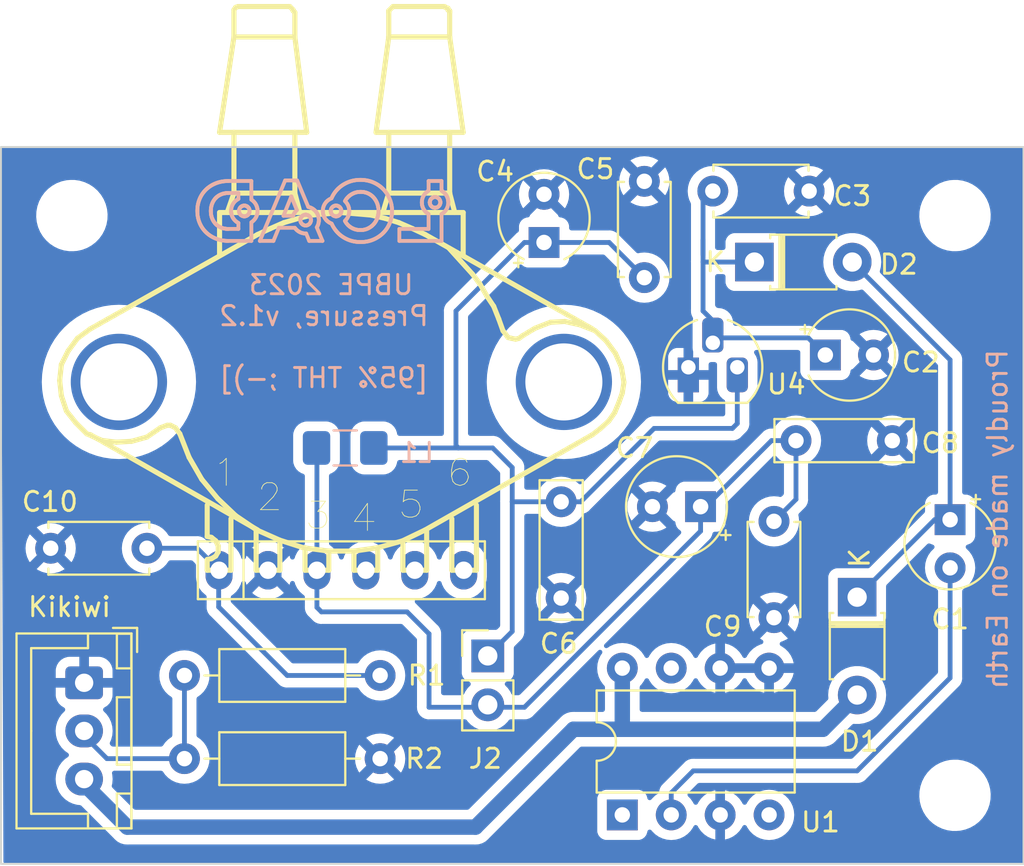
<source format=kicad_pcb>
(kicad_pcb (version 20221018) (generator pcbnew)
  (title_block (title "UBPE Pressure 2023 (THT version)") (date "2023-12-09") (rev "1.2") (company "L0AD") (comment 1 "Mostly THT, not fully ;-)") (comment 2 "Connected to CNES Kikiwi board, 3.3V") (comment 3 "MPX5100DP pressure sensor board"))
  (layers (0 "F.Cu" signal) (31 "B.Cu" signal) (34 "B.Paste" user) (35 "F.Paste" user) (36 "B.SilkS" user "B.Silkscreen") (37 "F.SilkS" user "F.Silkscreen") (38 "B.Mask" user) (39 "F.Mask" user) (44 "Edge.Cuts" user))
  (net 0 "")
  (net 1 "Net-(D1-K)")
  (net 2 "Net-(U1-CAP+)")
  (net 3 "GND")
  (net 4 "+3.3V")
  (net 5 "Net-(J1-Signal)")
  (net 9 "Net-(U3-Vout)")
  (net 13 "Net-(J2-Pin_1)")
  (net 14 "Net-(D2-K)")
  (net 15 "Net-(J2-Pin_2)")
  (footprint "Capacitor_THT:C_Disc_D4.7mm_W2.5mm_P5.00mm" (layer "F.Cu") (at 79.756 43.688 -90)
    (fp_text reference "C9")
    (fp_text value "10nF")
  )
  (footprint "PCM_L0AD:MPX5100DP_H" (layer "F.Cu") (at 57.297848 48.639)
    (fp_text reference "U3" hide)
    (fp_text value "MPX5100DP_H")
  )
  (footprint "Capacitor_THT:C_Rect_L7.0mm_W2.0mm_P5.00mm" (layer "F.Cu") (at 80.899 39.497)
    (fp_text reference "C8")
    (fp_text value "100nF")
  )
  (footprint "MountingHole:MountingHole_3.2mm_M3" (layer "F.Cu") (at 43.307 27.813)
    (fp_text reference "REF**" hide)
    (fp_text value "MountingHole_3.2mm_M3" hide)
  )
  (footprint "MountingHole:MountingHole_3.2mm_M3" (layer "F.Cu") (at 89.154 27.813)
    (fp_text reference "REF**" hide)
    (fp_text value "MountingHole_3.2mm_M3" hide)
  )
  (footprint "Capacitor_THT:CP_Radial_Tantal_D4.5mm_P2.50mm" (layer "F.Cu") (at 88.9 43.601 -90)
    (fp_text reference "C1")
    (fp_text value "10µF/16V")
  )
  (footprint "Capacitor_THT:C_Rect_L7.0mm_W2.0mm_P5.00mm" (layer "F.Cu") (at 68.707 42.672 -90)
    (fp_text reference "C6")
    (fp_text value "1nF")
  )
  (footprint "Connector_JST:JST_XH_B3B-XH-A_1x03_P2.50mm_Vertical" (layer "F.Cu") (at 43.942 52.07 -90)
    (fp_text reference "J1" hide)
    (fp_text value "Kikiwi")
  )
  (footprint "Capacitor_THT:C_Disc_D4.7mm_W2.5mm_P5.00mm" (layer "F.Cu") (at 76.581 26.543)
    (fp_text reference "C3")
    (fp_text value "10nF")
  )
  (footprint "Capacitor_THT:CP_Radial_Tantal_D5.0mm_P2.50mm" (layer "F.Cu") (at 75.946 42.926 180)
    (fp_text reference "C7")
    (fp_text value "22µF/16V")
  )
  (footprint "Capacitor_THT:CP_Radial_Tantal_D4.5mm_P2.50mm" (layer "F.Cu") (at 82.423 35.052)
    (fp_text reference "C2")
    (fp_text value "10µF/16V")
  )
  (footprint "Diode_THT:D_T-1_P5.08mm_Horizontal" (layer "F.Cu") (at 78.74 30.226)
    (fp_text reference "D2")
    (fp_text value "D_Schottky")
  )
  (footprint "Connector_PinHeader_2.54mm:PinHeader_1x02_P2.54mm_Vertical" (layer "F.Cu") (at 64.897 50.673)
    (fp_text reference "J2")
    (fp_text value "Shunt")
  )
  (footprint "MountingHole:MountingHole_3.2mm_M3" (layer "F.Cu") (at 89.154 57.912)
    (fp_text reference "REF**" hide)
    (fp_text value "MountingHole_3.2mm_M3" hide)
  )
  (footprint "Package_TO_SOT_THT:TO-92_HandSolder" (layer "F.Cu") (at 75.311 35.687)
    (fp_text reference "U4")
    (fp_text value "MCP1700x-500xxTO")
  )
  (footprint "Resistor_THT:R_Axial_DIN0207_L6.3mm_D2.5mm_P10.16mm_Horizontal" (layer "F.Cu") (at 59.309 51.689 180)
    (fp_text reference "R1")
    (fp_text value "24k")
  )
  (footprint "Package_DIP:DIP-8_W7.62mm" (layer "F.Cu") (at 71.882 58.928 90)
    (fp_text reference "U1")
    (fp_text value "ICL7660")
  )
  (footprint "Capacitor_THT:C_Disc_D5.0mm_W2.5mm_P5.00mm" (layer "F.Cu") (at 47.204 45.085 180)
    (fp_text reference "C10")
    (fp_text value "470pF")
  )
  (footprint "Resistor_THT:R_Axial_DIN0207_L6.3mm_D2.5mm_P10.16mm_Horizontal" (layer "F.Cu") (at 59.309 56.007 180)
    (fp_text reference "R2")
    (fp_text value "36k")
  )
  (footprint "Diode_THT:D_T-1_P5.08mm_Horizontal" (layer "F.Cu") (at 84.074 47.625 -90)
    (fp_text reference "D1")
    (fp_text value "D_Schottky")
  )
  (footprint "Capacitor_THT:CP_Radial_Tantal_D4.5mm_P2.50mm" (layer "F.Cu") (at 67.818 29.21 90)
    (fp_text reference "C4")
    (fp_text value "1µF/16V")
  )
  (footprint "Capacitor_THT:C_Disc_D4.7mm_W2.5mm_P5.00mm" (layer "F.Cu") (at 73.025 31.035 90)
    (fp_text reference "C5")
    (fp_text value "10nF")
  )
  (footprint "Inductor_SMD:L_1206_3216Metric_Pad1.42x1.75mm_HandSolder" (layer "B.Cu") (at 57.4945 39.878 180)
    (fp_text reference "L1")
    (fp_text value "L_Ferrite_Small")
  )
  (gr_line (start 49.818386 27.564926) (end 49.818386 27.573813) (stroke (width 0.200004)) (layer "B.SilkS"))
  (gr_line (start 59.753459 26.840072) (end 59.735498 26.805536) (stroke (width 0.200004)) (layer "B.SilkS"))
  (gr_line (start 57.074814 27.300996) (end 57.088098 27.304106) (stroke (width 0.200004)) (layer "B.SilkS"))
  (gr_line (start 52.150832 27.830398) (end 52.138669 27.82482) (stroke (width 0.200004)) (layer "B.SilkS"))
  (gr_line (start 56.385412 27.841095) (end 56.395998 27.86554) (stroke (width 0.200004)) (layer "B.SilkS"))
  (gr_line (start 52.115329 27.335663) (end 52.126828 27.328956) (stroke (width 0.200004)) (layer "B.SilkS"))
  (gr_line (start 55.314487 28.732024) (end 55.356221 28.738626) (stroke (width 0.200004)) (layer "B.SilkS"))
  (gr_line (start 57.527118 29.010617) (end 57.563108 29.028342) (stroke (width 0.200004)) (layer "B.SilkS"))
  (gr_line (start 58.595592 29.163984) (end 58.636774 29.156534) (stroke (width 0.200004)) (layer "B.SilkS"))
  (gr_line (start 57.062574 26.48352) (end 57.038006 26.511111) (stroke (width 0.200004)) (layer "B.SilkS"))
  (gr_line (start 56.490857 27.129589) (end 56.459463 27.171022) (stroke (width 0.200004)) (layer "B.SilkS"))
  (gr_line (start 57.87593 26.681121) (end 57.896976 26.670577) (stroke (width 0.200004)) (layer "B.SilkS"))
  (gr_line (start 59.789823 28.245522) (end 59.805273 28.20927) (stroke (width 0.200004)) (layer "B.SilkS"))
  (gr_line (start 62.303413 26.891286) (end 62.314555 26.898531) (stroke (width 0.200004)) (layer "B.SilkS"))
  (gr_line (start 56.888609 27.818669) (end 56.87711 27.811962) (stroke (width 0.200004)) (layer "B.SilkS"))
  (gr_line (start 52.529143 27.531414) (end 52.53089 27.545348) (stroke (width 0.200004)) (layer "B.SilkS"))
  (gr_line (start 56.753526 27.643394) (end 56.750459 27.629923) (stroke (width 0.200004)) (layer "B.SilkS"))
  (gr_line (start 50.526156 27.708705) (end 50.523766 27.684138) (stroke (width 0.200004)) (layer "B.SilkS"))
  (gr_line (start 51.983455 27.559486) (end 51.984516 27.545348) (stroke (width 0.200004)) (layer "B.SilkS"))
  (gr_line (start 50.852743 28.322174) (end 50.836088 28.308709) (stroke (width 0.200004)) (layer "B.SilkS"))
  (gr_line (start 51.988678 27.517703) (end 51.991745 27.504232) (stroke (width 0.200004)) (layer "B.SilkS"))
  (gr_line (start 58.831882 26.749383) (end 58.849931 26.762876) (stroke (width 0.200004)) (layer "B.SilkS"))
  (gr_line (start 55.662 28.214412) (end 55.653846 28.224933) (stroke (width 0.200004)) (layer "B.SilkS"))
  (gr_line (start 61.595635 27.524358) (end 61.608654 27.542839) (stroke (width 0.200004)) (layer "B.SilkS"))
  (gr_line (start 57.997859 28.523261) (end 57.975438 28.515797) (stroke (width 0.200004)) (layer "B.SilkS"))
  (gr_line (start 59.086304 27.036138) (end 59.097619 27.056226) (stroke (width 0.200004)) (layer "B.SilkS"))
  (gr_line (start 61.91352 27.250148) (end 61.908019 27.237813) (stroke (width 0.200004)) (layer "B.SilkS"))
  (gr_line (start 56.748043 27.531414) (end 56.750459 27.517703) (stroke (width 0.200004)) (layer "B.SilkS"))
  (gr_line (start 50.96087 28.393655) (end 50.941873 28.382854) (stroke (width 0.200004)) (layer "B.SilkS"))
  (gr_line (start 62.291913 27.374292) (end 62.280073 27.380443) (stroke (width 0.200004)) (layer "B.SilkS"))
  (gr_line (start 49.822514 27.44324) (end 49.820221 27.483439) (stroke (width 0.200004)) (layer "B.SilkS"))
  (gr_line (start 52.938329 27.665464) (end 52.94273 27.620044) (stroke (width 0.200004)) (layer "B.SilkS"))
  (gr_line (start 58.346388 26.582578) (end 58.37167 26.584086) (stroke (width 0.200004)) (layer "B.SilkS"))
  (gr_line (start 51.702958 27.163655) (end 51.676612 27.202979) (stroke (width 0.200004)) (layer "B.SilkS"))
  (gr_line (start 56.096134 27.836071) (end 56.086545 27.807722) (stroke (width 0.200004)) (layer "B.SilkS"))
  (gr_line (start 52.364573 27.317227) (end 52.376737 27.322805) (stroke (width 0.200004)) (layer "B.SilkS"))
  (gr_line (start 57.526444 28.163644) (end 57.510831 28.139189) (stroke (width 0.200004)) (layer "B.SilkS"))
  (gr_line (start 62.434227 27.100971) (end 62.435287 27.115109) (stroke (width 0.200004)) (layer "B.SilkS"))
  (gr_line (start 61.957786 27.316659) (end 61.949154 27.306554) (stroke (width 0.200004)) (layer "B.SilkS"))
  (gr_line (start 51.17676 26.035102) (end 51.135181 26.041095) (stroke (width 0.200004)) (layer "B.SilkS"))
  (gr_line (start 55.699899 28.143547) (end 55.694981 28.156192) (stroke (width 0.200004)) (layer "B.SilkS"))
  (gr_line (start 56.050968 27.726178) (end 56.036936 27.700263) (stroke (width 0.200004)) (layer "B.SilkS"))
  (gr_line (start 52.126828 27.328956) (end 52.138669 27.322805) (stroke (width 0.200004)) (layer "B.SilkS"))
  (gr_line (start 62.750711 26.772787) (end 62.738877 26.753437) (stroke (width 0.200004)) (layer "B.SilkS"))
  (gr_line (start 51.995447 27.656607) (end 51.991745 27.643394) (stroke (width 0.200004)) (layer "B.SilkS"))
  (gr_line (start 51.572979 27.523156) (end 51.571188 27.573812) (stroke (width 0.200004)) (layer "B.SilkS"))
  (gr_line (start 52.432359 27.788684) (end 52.421985 27.796952) (stroke (width 0.200004)) (layer "B.SilkS"))
  (gr_line (start 62.713424 26.716033) (end 62.699832 26.698006) (stroke (width 0.200004)) (layer "B.SilkS"))
  (gr_line (start 55.322927 28.298822) (end 55.311087 28.292671) (stroke (width 0.200004)) (layer "B.SilkS"))
  (gr_line (start 52.442324 27.367695) (end 52.451862 27.376917) (stroke (width 0.200004)) (layer "B.SilkS"))
  (gr_line (start 59.805273 28.20927) (end 59.819918 28.172658) (stroke (width 0.200004)) (layer "B.SilkS"))
  (gr_line (start 56.838985 28.330679) (end 56.856501 28.363128) (stroke (width 0.200004)) (layer "B.SilkS"))
  (gr_line (start 62.018665 27.367586) (end 62.007523 27.360341) (stroke (width 0.200004)) (layer "B.SilkS"))
  (gr_line (start 57.651523 26.84196) (end 57.66822 26.826128) (stroke (width 0.200004)) (layer "B.SilkS"))
  (gr_line (start 54.953541 27.558732) (end 54.938238 27.574927) (stroke (width 0.200004)) (layer "B.SilkS"))
  (gr_line (start 62.066637 27.391009) (end 62.054168 27.386021) (stroke (width 0.200004)) (layer "B.SilkS"))
  (gr_line (start 57.356972 28.910979) (end 57.389697 28.932374) (stroke (width 0.200004)) (layer "B.SilkS"))
  (gr_line (start 59.192784 27.842508) (end 59.186642 27.865851) (stroke (width 0.200004)) (layer "B.SilkS"))
  (gr_line (start 50.018799 26.78482) (end 50.000673 26.817526) (stroke (width 0.200004)) (layer "B.SilkS"))
  (gr_line (start 57.706328 26.056832) (end 57.668259 26.071238) (stroke (width 0.200004)) (layer "B.SilkS"))
  (gr_line (start 58.260296 28.565955) (end 58.23524 28.565059) (stroke (width 0.200004)) (layer "B.SilkS"))
  (gr_line (start 59.926216 27.5827) (end 59.926216 27.573813) (stroke (width 0.200004)) (layer "B.SilkS"))
  (gr_line (start 62.216369 27.402252) (end 62.202849 27.404702) (stroke (width 0.200004)) (layer "B.SilkS"))
  (gr_line (start 59.887948 27.945767) (end 59.89598 27.906761) (stroke (width 0.200004)) (layer "B.SilkS"))
  (gr_line (start 56.359186 27.764971) (end 56.366985 27.790789) (stroke (width 0.200004)) (layer "B.SilkS"))
  (gr_line (start 59.540622 26.51948) (end 59.515262 26.490471) (stroke (width 0.200004)) (layer "B.SilkS"))
  (gr_line (start 57.953258 28.507736) (end 57.931317 28.499078) (stroke (width 0.200004)) (layer "B.SilkS"))
  (gr_line (start 55.167712 28.033489) (end 55.168773 28.01935) (stroke (width 0.200004)) (layer "B.SilkS"))
  (gr_line (start 58.576858 28.52201) (end 58.554204 28.529094) (stroke (width 0.200004)) (layer "B.SilkS"))
  (gr_line (start 50.000673 28.324703) (end 50.018799 28.357626) (stroke (width 0.200004)) (layer "B.SilkS"))
  (gr_line (start 56.954077 28.517836) (end 56.975586 28.547277) (stroke (width 0.200004)) (layer "B.SilkS"))
  (gr_line (start 50.077764 28.452827) (end 50.098947 28.483373) (stroke (width 0.200004)) (layer "B.SilkS"))
  (gr_line (start 54.846332 27.701452) (end 54.835531 27.721236) (stroke (width 0.200004)) (layer "B.SilkS"))
  (gr_line (start 62.388735 27.285115) (end 62.381078 27.296034) (stroke (width 0.200004)) (layer "B.SilkS"))
  (gr_line (start 62.685681 26.680448) (end 62.670985 26.663372) (stroke (width 0.200004)) (layer "B.SilkS"))
  (gr_line (start 62.822193 26.941349) (end 62.815638 26.919068) (stroke (width 0.200004)) (layer "B.SilkS"))
  (gr_line (start 55.34756 28.309388) (end 55.33509 28.3044) (stroke (width 0.200004)) (layer "B.SilkS"))
  (gr_line (start 56.753526 27.504232) (end 56.757228 27.491019) (stroke (width 0.200004)) (layer "B.SilkS"))
  (gr_line (start 52.104187 27.804718) (end 52.09342 27.796952) (stroke (width 0.200004)) (layer "B.SilkS"))
  (gr_line (start 52.400076 27.811962) (end 52.388577 27.818669) (stroke (width 0.200004)) (layer "B.SilkS"))
  (gr_line (start 62.314555 27.360341) (end 62.303413 27.367586) (stroke (width 0.200004)) (layer "B.SilkS"))
  (gr_line (start 56.757228 27.491019) (end 56.761546 27.478081) (stroke (width 0.200004)) (layer "B.SilkS"))
  (gr_line (start 55.510575 28.31752) (end 55.497291 28.320631) (stroke (width 0.200004)) (layer "B.SilkS"))
  (gr_line (start 55.572835 28.292671) (end 55.560995 28.298822) (stroke (width 0.200004)) (layer "B.SilkS"))
  (gr_line (start 57.662192 28.326626) (end 57.645919 28.310871) (stroke (width 0.200004)) (layer "B.SilkS"))
  (gr_line (start 56.848828 26.784224) (end 56.831349 26.817333) (stroke (width 0.200004)) (layer "B.SilkS"))
  (gr_line (start 52.505222 27.694525) (end 52.499156 27.706532) (stroke (width 0.200004)) (layer "B.SilkS"))
  (gr_line (start 55.718285 27.410163) (end 55.691154 27.398745) (stroke (width 0.200004)) (layer "B.SilkS"))
  (gr_line (start 57.705998 27.573813) (end 57.705004 27.53606) (stroke (width 0.200004)) (layer "B.SilkS"))
  (gr_line (start 51.434762 26.640621) (end 51.950963 26.640621) (stroke (width 0.200004)) (layer "B.SilkS"))
  (gr_line (start 57.637055 29.061586) (end 57.674956 29.076875) (stroke (width 0.200004)) (layer "B.SilkS"))
  (gr_line (start 55.441961 28.32629) (end 55.427833 28.325928) (stroke (width 0.200004)) (layer "B.SilkS"))
  (gr_line (start 52.388577 27.818669) (end 52.376737 27.82482) (stroke (width 0.200004)) (layer "B.SilkS"))
  (gr_line (start 55.548832 27.791229) (end 55.560995 27.796807) (stroke (width 0.200004)) (layer "B.SilkS"))
  (gr_line (start 57.713288 29.09119) (end 57.75205 29.10453) (stroke (width 0.200004)) (layer "B.SilkS"))
  (gr_line (start 61.595635 26.734514) (end 61.571367 26.772787) (stroke (width 0.200004)) (layer "B.SilkS"))
  (gr_line (start 51.717082 28.002896) (end 51.731819 28.021313) (stroke (width 0.200004)) (layer "B.SilkS"))
  (gr_line (start 50.564164 27.26362) (end 50.571257 27.241461) (stroke (width 0.200004)) (layer "B.SilkS"))
  (gr_line (start 57.272504 27.465436) (end 57.277422 27.478081) (stroke (width 0.200004)) (layer "B.SilkS"))
  (gr_line (start 52.531951 27.559486) (end 52.532308 27.573813) (stroke (width 0.200004)) (layer "B.SilkS"))
  (gr_line (start 58.749727 26.019542) (end 58.709694 26.009091) (stroke (width 0.200004)) (layer "B.SilkS"))
  (gr_line (start 54.923452 27.591621) (end 54.909197 27.608799) (stroke (width 0.200004)) (layer "B.SilkS"))
  (gr_line (start 56.510818 28.041277) (end 56.528619 28.060446) (stroke (width 0.200004)) (layer "B.SilkS"))
  (gr_line (start 57.731241 28.385099) (end 57.713387 28.371165) (stroke (width 0.200004)) (layer "B.SilkS"))
  (gr_line (start 50.788464 26.886388) (end 50.803949 26.871582) (stroke (width 0.200004)) (layer "B.SilkS"))
  (gr_line (start 56.346522 27.71211) (end 56.352357 27.738737) (stroke (width 0.200004)) (layer "B.SilkS"))
  (gr_line (start 51.999765 27.669545) (end 51.995447 27.656607) (stroke (width 0.200004)) (layer "B.SilkS"))
  (gr_line (start 50.352037 28.755827) (end 50.381172 28.779518) (stroke (width 0.200004)) (layer "B.SilkS"))
  (gr_line (start 52.855956 27.915687) (end 52.875884 27.877111) (stroke (width 0.200004)) (layer "B.SilkS"))
  (gr_line (start 62.414059 27.021059) (end 62.418977 27.033704) (stroke (width 0.200004)) (layer "B.SilkS"))
  (gr_line (start 50.519507 27.573813) (end 50.519774 27.548494) (stroke (width 0.200004)) (layer "B.SilkS"))
  (gr_line (start 51.286633 28.497816) (end 51.262914 28.494485) (stroke (width 0.200004)) (layer "B.SilkS"))
  (gr_line (start 55.184023 28.143547) (end 55.179705 28.130609) (stroke (width 0.200004)) (layer "B.SilkS"))
  (gr_line (start 57.118518 28.713491) (end 57.146063 28.740733) (stroke (width 0.200004)) (layer "B.SilkS"))
  (gr_line (start 50.557589 27.286023) (end 50.564164 27.26362) (stroke (width 0.200004)) (layer "B.SilkS"))
  (gr_line (start 62.335696 27.344307) (end 62.325321 27.352575) (stroke (width 0.200004)) (layer "B.SilkS"))
  (gr_line (start 50.613978 28.019939) (end 50.604572 27.999756) (stroke (width 0.200004)) (layer "B.SilkS"))
  (gr_line (start 57.227867 26.327386) (end 57.198402 26.351986) (stroke (width 0.200004)) (layer "B.SilkS"))
  (gr_line (start 52.229633 27.85085) (end 52.215893 27.849079) (stroke (width 0.200004)) (layer "B.SilkS"))
  (gr_line (start 50.295733 26.437174) (end 50.268565 26.462872) (stroke (width 0.200004)) (layer "B.SilkS"))
  (gr_line (start 57.943979 25.991165) (end 57.903269 25.999632) (stroke (width 0.200004)) (layer "B.SilkS"))
  (gr_line (start 59.612244 26.609853) (end 59.589112 26.579172) (stroke (width 0.200004)) (layer "B.SilkS"))
  (gr_line (start 59.844795 27.058065) (end 59.831801 27.020698) (stroke (width 0.200004)) (layer "B.SilkS"))
  (gr_line (start 49.983312 26.850803) (end 49.966717 26.88465) (stroke (width 0.200004)) (layer "B.SilkS"))
  (gr_line (start 58.250621 29.187882) (end 58.29494 29.188381) (stroke (width 0.200004)) (layer "B.SilkS"))
  (gr_line (start 62.772528 26.812716) (end 62.761933 26.792551) (stroke (width 0.200004)) (layer "B.SilkS"))
  (gr_line (start 50.519507 27.5827) (end 50.519507 27.573813) (stroke (width 0.200004)) (layer "B.SilkS"))
  (gr_line (start 62.054168 26.87285) (end 62.066637 26.867862) (stroke (width 0.200004)) (layer "B.SilkS"))
  (gr_line (start 52.51564 27.669545) (end 52.510722 27.68219) (stroke (width 0.200004)) (layer "B.SilkS"))
  (gr_line (start 52.921161 27.753498) (end 52.931109 27.709981) (stroke (width 0.200004)) (layer "B.SilkS"))
  (gr_line (start 51.176758 29.112337) (end 51.218797 29.117474) (stroke (width 0.200004)) (layer "B.SilkS"))
  (gr_line (start 52.257702 27.295336) (end 52.27183 27.295699) (stroke (width 0.200004)) (layer "B.SilkS"))
  (gr_line (start 51.90958 28.173981) (end 51.930056 28.185753) (stroke (width 0.200004)) (layer "B.SilkS"))
  (gr_line (start 56.407471 27.889484) (end 56.419808 27.912905) (stroke (width 0.200004)) (layer "B.SilkS"))
  (gr_line (start 59.09441 28.992476) (end 59.128934 28.973456) (stroke (width 0.200004)) (layer "B.SilkS"))
  (gr_line (start 57.546164 26.963683) (end 57.56341 26.940686) (stroke (width 0.200004)) (layer "B.SilkS"))
  (gr_line (start 56.406084 27.260834) (end 56.384425 27.308879) (stroke (width 0.200004)) (layer "B.SilkS"))
  (gr_line (start 58.41207 28.558598) (end 58.387355 28.561356) (stroke (width 0.200004)) (layer "B.SilkS"))
  (gr_line (start 59.867903 27.133783) (end 59.856829 27.09576) (stroke (width 0.200004)) (layer "B.SilkS"))
  (gr_line (start 51.991745 27.643394) (end 51.988678 27.629923) (stroke (width 0.200004)) (layer "B.SilkS"))
  (gr_line (start 62.066637 26.867862) (end 62.079396 26.863483) (stroke (width 0.200004)) (layer "B.SilkS"))
  (gr_line (start 61.478192 27.201814) (end 61.481008 27.225484) (stroke (width 0.200004)) (layer "B.SilkS"))
  (gr_line (start 59.138632 28.001939) (end 59.128904 28.023632) (stroke (width 0.200004)) (layer "B.SilkS"))
  (gr_line (start 51.334897 28.502929) (end 51.310627 28.50063) (stroke (width 0.200004)) (layer "B.SilkS"))
  (gr_line (start 52.94273 27.620044) (end 52.944217 27.573813) (stroke (width 0.200004)) (layer "B.SilkS"))
  (gr_line (start 59.074572 27.016379) (end 59.086304 27.036138) (stroke (width 0.200004)) (layer "B.SilkS"))
  (gr_line (start 60.305989 28.507004) (end 60.305989 29.129131) (stroke (width 0.200004)) (layer "B.SilkS"))
  (gr_line (start 61.986382 27.344307) (end 61.976417 27.335553) (stroke (width 0.200004)) (layer "B.SilkS"))
  (gr_line (start 52.833766 27.95279) (end 52.855956 27.915687) (stroke (width 0.200004)) (layer "B.SilkS"))
  (gr_line (start 59.165013 27.206025) (end 59.172757 27.228599) (stroke (width 0.200004)) (layer "B.SilkS"))
  (gr_line (start 55.951795 27.581532) (end 55.931975 27.560162) (stroke (width 0.200004)) (layer "B.SilkS"))
  (gr_line (start 51.930056 28.185753) (end 51.950963 28.196828) (stroke (width 0.200004)) (layer "B.SilkS"))
  (gr_line (start 59.634634 26.641088) (end 59.612244 26.609853) (stroke (width 0.200004)) (layer "B.SilkS"))
  (gr_line (start 56.419808 27.912905) (end 56.43299 27.935784) (stroke (width 0.200004)) (layer "B.SilkS"))
  (gr_line (start 58.373891 25.961242) (end 58.32996 25.959743) (stroke (width 0.200004)) (layer "B.SilkS"))
  (gr_line (start 56.528619 28.060446) (end 56.547117 28.078922) (stroke (width 0.200004)) (layer "B.SilkS"))
  (gr_line (start 56.933232 28.487896) (end 56.954077 28.517836) (stroke (width 0.200004)) (layer "B.SilkS"))
  (gr_line (start 55.184023 27.952083) (end 55.188941 27.939438) (stroke (width 0.200004)) (layer "B.SilkS"))
  (gr_line (start 58.285592 28.566254) (end 58.260296 28.565955) (stroke (width 0.200004)) (layer "B.SilkS"))
  (gr_line (start 59.215481 27.416244) (end 59.218418 27.440561) (stroke (width 0.200004)) (layer "B.SilkS"))
  (gr_line (start 55.510575 27.778108) (end 55.523604 27.781862) (stroke (width 0.200004)) (layer "B.SilkS"))
  (gr_line (start 50.613978 27.135014) (end 50.623794 27.114795) (stroke (width 0.200004)) (layer "B.SilkS"))
  (gr_line (start 58.652091 26.648842) (end 58.673546 26.658101) (stroke (width 0.200004)) (layer "B.SilkS"))
  (gr_line (start 52.073081 27.77993) (end 52.063544 27.770709) (stroke (width 0.200004)) (layer "B.SilkS"))
  (gr_line (start 49.829854 27.363933) (end 49.825726 27.403404) (stroke (width 0.200004)) (layer "B.SilkS"))
  (gr_line (start 59.25593 26.259013) (end 59.223817 26.236942) (stroke (width 0.200004)) (layer "B.SilkS"))
  (gr_line (start 50.532518 27.756896) (end 50.529074 27.732958) (stroke (width 0.200004)) (layer "B.SilkS"))
  (gr_line (start 57.047554 27.85085) (end 57.033611 27.851926) (stroke (width 0.200004)) (layer "B.SilkS"))
  (gr_line (start 56.734764 26.940143) (end 56.688317 26.96384) (stroke (width 0.200004)) (layer "B.SilkS"))
  (gr_line (start 55.889776 27.520036) (end 55.867456 27.50134) (stroke (width 0.200004)) (layer "B.SilkS"))
  (gr_line (start 52.313033 27.300996) (end 52.326316 27.304106) (stroke (width 0.200004)) (layer "B.SilkS"))
  (gr_line (start 50.098947 28.483373) (end 50.120892 28.513326) (stroke (width 0.200004)) (layer "B.SilkS"))
  (gr_line (start 49.818844 27.614793) (end 49.820221 27.655413) (stroke (width 0.200004)) (layer "B.SilkS"))
  (gr_line (start 62.280073 27.380443) (end 62.26791 27.386021) (stroke (width 0.200004)) (layer "B.SilkS"))
  (gr_line (start 55.456088 28.325928) (end 55.441961 28.32629) (stroke (width 0.200004)) (layer "B.SilkS"))
  (gr_line (start 57.24718 27.729492) (end 57.239523 27.740411) (stroke (width 0.200004)) (layer "B.SilkS"))
  (gr_line (start 58.621273 28.505977) (end 58.599215 28.514305) (stroke (width 0.200004)) (layer "B.SilkS"))
  (gr_line (start 54.985649 27.527895) (end 54.969349 27.54305) (stroke (width 0.200004)) (layer "B.SilkS"))
  (gr_line (start 58.469854 26.596121) (end 58.493664 26.600627) (stroke (width 0.200004)) (layer "B.SilkS"))
  (gr_line (start 49.86426 27.172075) (end 49.855544 27.20971) (stroke (width 0.200004)) (layer "B.SilkS"))
  (gr_line (start 56.87711 27.335663) (end 56.888609 27.328956) (stroke (width 0.200004)) (layer "B.SilkS"))
  (gr_line (start 61.571367 26.772787) (end 61.54955 26.812716) (stroke (width 0.200004)) (layer "B.SilkS"))
  (gr_line (start 61.805676 27.725245) (end 61.825085 27.736751) (stroke (width 0.200004)) (layer "B.SilkS"))
  (gr_line (start 55.194442 28.168526) (end 55.188941 28.156192) (stroke (width 0.200004)) (layer "B.SilkS"))
  (gr_line (start 61.933343 26.973756) (end 61.941 26.962838) (stroke (width 0.200004)) (layer "B.SilkS"))
  (gr_line (start 59.01745 26.119851) (end 58.980786 26.10288) (stroke (width 0.200004)) (layer "B.SilkS"))
  (gr_line (start 49.950887 28.22236) (end 49.966716 28.257071) (stroke (width 0.200004)) (layer "B.SilkS"))
  (gr_line (start 59.118995 27.09739) (end 59.129056 27.118464) (stroke (width 0.200004)) (layer "B.SilkS"))
  (gr_line (start 56.855201 27.350673) (end 56.865968 27.342907) (stroke (width 0.200004)) (layer "B.SilkS"))
  (gr_line (start 55.627173 29.129131) (end 56.315734 29.129131) (stroke (width 0.200004)) (layer "B.SilkS"))
  (gr_line (start 52.163301 27.835386) (end 52.150832 27.830398) (stroke (width 0.200004)) (layer "B.SilkS"))
  (gr_line (start 57.783784 26.030983) (end 57.744837 26.043413) (stroke (width 0.200004)) (layer "B.SilkS"))
  (gr_line (start 62.843886 27.057058) (end 62.841069 27.033388) (stroke (width 0.200004)) (layer "B.SilkS"))
  (gr_line (start 50.523766 27.473994) (end 50.526156 27.449647) (stroke (width 0.200004)) (layer "B.SilkS"))
  (gr_line (start 55.795963 27.451072) (end 55.770719 27.436357) (stroke (width 0.200004)) (layer "B.SilkS"))
  (gr_line (start 58.918326 26.821455) (end 58.934483 26.83725) (stroke (width 0.200004)) (layer "B.SilkS"))
  (gr_line (start 59.802935 26.946946) (end 59.787177 26.910778) (stroke (width 0.200004)) (layer "B.SilkS"))
  (gr_line (start 57.72051 26.781288) (end 57.738671 26.767226) (stroke (width 0.200004)) (layer "B.SilkS"))
  (gr_line (start 51.013199 26.064596) (end 50.973453 26.074269) (stroke (width 0.200004)) (layer "B.SilkS"))
  (gr_line (start 59.224827 27.539686) (end 59.225094 27.564925) (stroke (width 0.200004)) (layer "B.SilkS"))
  (gr_line (start 59.589112 26.579172) (end 59.565239 26.549048) (stroke (width 0.200004)) (layer "B.SilkS"))
  (gr_line (start 57.239523 27.407215) (end 57.24718 27.418133) (stroke (width 0.200004)) (layer "B.SilkS"))
  (gr_line (start 55.25734 27.841697) (end 55.267304 27.832943) (stroke (width 0.200004)) (layer "B.SilkS"))
  (gr_line (start 54.957967 28.541649) (end 54.987437 28.569656) (stroke (width 0.200004)) (layer "B.SilkS"))
  (gr_line (start 55.710986 28.103925) (end 55.707919 28.117396) (stroke (width 0.200004)) (layer "B.SilkS"))
  (gr_line (start 52.938329 27.482161) (end 52.935066 27.459784) (stroke (width 0.200004)) (layer "B.SilkS"))
  (gr_line (start 56.694301 28.187054) (end 56.717602 28.199216) (stroke (width 0.200004)) (layer "B.SilkS"))
  (gr_line (start 61.488952 26.986813) (end 61.481008 27.033388) (stroke (width 0.200004)) (layer "B.SilkS"))
  (gr_line (start 52.045818 27.750931) (end 52.037664 27.740411) (stroke (width 0.200004)) (layer "B.SilkS"))
  (gr_line (start 59.172757 27.228599) (end 59.179966 27.251373) (stroke (width 0.200004)) (layer "B.SilkS"))
  (gr_line (start 57.918379 26.66047) (end 57.940032 26.650892) (stroke (width 0.200004)) (layer "B.SilkS"))
  (gr_line (start 55.560995 27.796807) (end 55.572835 27.802958) (stroke (width 0.200004)) (layer "B.SilkS"))
  (gr_line (start 56.784644 27.718193) (end 56.77803 27.706532) (stroke (width 0.200004)) (layer "B.SilkS"))
  (gr_line (start 61.622246 26.698006) (end 61.595635 26.734514) (stroke (width 0.200004)) (layer "B.SilkS"))
  (gr_line (start 62.26791 27.386021) (end 62.25544 27.391009) (stroke (width 0.200004)) (layer "B.SilkS"))
  (gr_line (start 57.645527 27.860028) (end 57.65928 27.826856) (stroke (width 0.200004)) (layer "B.SilkS"))
  (gr_line (start 56.912613 27.830398) (end 56.90045 27.82482) (stroke (width 0.200004)) (layer "B.SilkS"))
  (gr_line (start 61.889598 27.171835) (end 61.887851 27.157901) (stroke (width 0.200004)) (layer "B.SilkS"))
  (gr_line (start 51.950963 26.640621) (end 51.950963 26.950796) (stroke (width 0.200004)) (layer "B.SilkS"))
  (gr_line (start 57.352079 26.235979) (end 57.320077 26.257783) (stroke (width 0.200004)) (layer "B.SilkS"))
  (gr_line (start 51.061707 26.709055) (end 51.082984 26.700817) (stroke (width 0.200004)) (layer "B.SilkS"))
  (gr_line (start 50.973453 26.074269) (end 50.934164 26.08486) (stroke (width 0.200004)) (layer "B.SilkS"))
  (gr_line (start 51.218797 29.117474) (end 51.261298 29.121674) (stroke (width 0.200004)) (layer "B.SilkS"))
  (gr_line (start 56.746296 27.602278) (end 56.745236 27.588139) (stroke (width 0.200004)) (layer "B.SilkS"))
  (gr_line (start 55.233694 28.711394) (end 55.273618 28.72292) (stroke (width 0.200004)) (layer "B.SilkS"))
  (gr_line (start 52.215893 27.298546) (end 52.229633 27.296775) (stroke (width 0.200004)) (layer "B.SilkS"))
  (gr_line (start 58.965679 26.870216) (end 58.980753 26.887324) (stroke (width 0.200004)) (layer "B.SilkS"))
  (gr_line (start 55.68948 27.927103) (end 55.694981 27.939438) (stroke (width 0.200004)) (layer "B.SilkS"))
  (gr_line (start 57.484269 27.061299) (end 57.498659 27.036037) (stroke (width 0.200004)) (layer "B.SilkS"))
  (gr_line (start 57.260938 27.706532) (end 57.254324 27.718193) (stroke (width 0.200004)) (layer "B.SilkS"))
  (gr_line (start 62.105709 27.402252) (end 62.092425 27.399142) (stroke (width 0.200004)) (layer "B.SilkS"))
  (gr_line (start 55.455399 28.743967) (end 55.462091 28.743879) (stroke (width 0.200004)) (layer "B.SilkS"))
  (gr_line (start 56.822138 28.297727) (end 56.838985 28.330679) (stroke (width 0.200004)) (layer "B.SilkS"))
  (gr_line (start 62.345661 26.923318) (end 62.355198 26.93254) (stroke (width 0.200004)) (layer "B.SilkS"))
  (gr_line (start 52.045818 27.396694) (end 52.05445 27.386589) (stroke (width 0.200004)) (layer "B.SilkS"))
  (gr_line (start 59.224026 27.514629) (end 59.224827 27.539686) (stroke (width 0.200004)) (layer "B.SilkS"))
  (gr_line (start 56.601888 27.021188) (end 56.562232 27.054505) (stroke (width 0.200004)) (layer "B.SilkS"))
  (gr_line (start 58.122327 26.596511) (end 58.146241 26.592495) (stroke (width 0.200004)) (layer "B.SilkS"))
  (gr_line (start 50.603379 28.925813) (end 50.637721 28.943901) (stroke (width 0.200004)) (layer "B.SilkS"))
  (gr_line (start 51.664422 27.924279) (end 51.676612 27.944644) (stroke (width 0.200004)) (layer "B.SilkS"))
  (gr_line (start 52.073081 27.367695) (end 52.083046 27.358941) (stroke (width 0.200004)) (layer "B.SilkS"))
  (gr_line (start 58.460625 28.551234) (end 58.436494 28.555224) (stroke (width 0.200004)) (layer "B.SilkS"))
  (gr_line (start 58.685728 28.477348) (end 58.664489 28.487451) (stroke (width 0.200004)) (layer "B.SilkS"))
  (gr_line (start 52.083046 27.358941) (end 52.09342 27.350673) (stroke (width 0.200004)) (layer "B.SilkS"))
  (gr_line (start 49.847745 27.891654) (end 49.855544 27.929792) (stroke (width 0.200004)) (layer "B.SilkS"))
  (gr_line (start 58.170404 26.589096) (end 58.194816 26.586315) (stroke (width 0.200004)) (layer "B.SilkS"))
  (gr_line (start 52.658301 27.008423) (end 52.62287 26.984273) (stroke (width 0.200004)) (layer "B.SilkS"))
  (gr_line (start 56.032865 28.402894) (end 56.044657 28.381864) (stroke (width 0.200004)) (layer "B.SilkS"))
  (gr_line (start 57.98513 25.98369) (end 57.943979 25.991165) (stroke (width 0.200004)) (layer "B.SilkS"))
  (gr_line (start 56.111731 27.894343) (end 56.104539 27.864954) (stroke (width 0.200004)) (layer "B.SilkS"))
  (gr_line (start 58.735853 26.688854) (end 58.755836 26.700034) (stroke (width 0.200004)) (layer "B.SilkS"))
  (gr_line (start 62.435287 27.143763) (end 62.434227 27.157901) (stroke (width 0.200004)) (layer "B.SilkS"))
  (gr_line (start 56.084627 28.293434) (end 56.092739 28.270329) (stroke (width 0.200004)) (layer "B.SilkS"))
  (gr_line (start 49.818844 27.524002) (end 49.818386 27.564926) (stroke (width 0.200004)) (layer "B.SilkS"))
  (gr_line (start 57.146063 28.740733) (end 57.174253 28.767246) (stroke (width 0.200004)) (layer "B.SilkS"))
  (gr_line (start 50.1436 28.542685) (end 50.16707 28.571453) (stroke (width 0.200004)) (layer "B.SilkS"))
  (gr_line (start 57.183767 27.350673) (end 57.194141 27.358941) (stroke (width 0.200004)) (layer "B.SilkS"))
  (gr_line (start 62.423295 27.046642) (end 62.426997 27.059855) (stroke (width 0.200004)) (layer "B.SilkS"))
  (gr_line (start 51.053401 26.055843) (end 51.013199 26.064596) (stroke (width 0.200004)) (layer "B.SilkS"))
  (gr_line (start 59.108097 28.065932) (end 59.097018 28.086542) (stroke (width 0.200004)) (layer "B.SilkS"))
  (gr_line (start 58.99225 28.238695) (end 58.977142 28.256149) (stroke (width 0.200004)) (layer "B.SilkS"))
  (gr_line (start 59.756611 28.316235) (end 59.773602 28.281177) (stroke (width 0.200004)) (layer "B.SilkS"))
  (gr_line (start 57.909615 28.489822) (end 57.888229 28.480035) (stroke (width 0.200004)) (layer "B.SilkS"))
  (gr_line (start 58.727139 28.455846) (end 58.706611 28.466813) (stroke (width 0.200004)) (layer "B.SilkS"))
  (gr_line (start 62.699832 26.698006) (end 62.685681 26.680448) (stroke (width 0.200004)) (layer "B.SilkS"))
  (gr_line (start 62.435287 27.115109) (end 62.435645 27.129436) (stroke (width 0.200004)) (layer "B.SilkS"))
  (gr_line (start 57.288706 26.280285) (end 57.257969 26.303486) (stroke (width 0.200004)) (layer "B.SilkS"))
  (gr_line (start 58.977142 28.256149) (end 58.96159 28.273262) (stroke (width 0.200004)) (layer "B.SilkS"))
  (gr_line (start 57.599753 29.045332) (end 57.637055 29.061586) (stroke (width 0.200004)) (layer "B.SilkS"))
  (gr_line (start 58.628338 25.991165) (end 58.587014 25.98369) (stroke (width 0.200004)) (layer "B.SilkS"))
  (gr_line (start 49.935824 28.187053) (end 49.950887 28.22236) (stroke (width 0.200004)) (layer "B.SilkS"))
  (gr_line (start 57.267003 27.453101) (end 57.272504 27.465436) (stroke (width 0.200004)) (layer "B.SilkS"))
  (gr_line (start 55.483771 28.323081) (end 55.470031 28.324852) (stroke (width 0.200004)) (layer "B.SilkS"))
  (gr_line (start 58.098663 26.601146) (end 58.122327 26.596511) (stroke (width 0.200004)) (layer "B.SilkS"))
  (gr_line (start 57.870916 29.138678) (end 57.911396 29.148099) (stroke (width 0.200004)) (layer "B.SilkS"))
  (gr_line (start 55.200507 27.915096) (end 55.207121 27.903434) (stroke (width 0.200004)) (layer "B.SilkS"))
  (gr_line (start 51.43593 29.129131) (end 52.62287 29.129131) (stroke (width 0.200004)) (layer "B.SilkS"))
  (gr_line (start 59.203465 27.79529) (end 59.198391 27.818988) (stroke (width 0.200004)) (layer "B.SilkS"))
  (gr_line (start 57.113844 26.429986) (end 57.087853 26.456479) (stroke (width 0.200004)) (layer "B.SilkS"))
  (gr_line (start 59.593244 28.57529) (end 59.616313 28.544986) (stroke (width 0.200004)) (layer "B.SilkS"))
  (gr_line (start 56.62764 28.145468) (end 56.649298 28.160159) (stroke (width 0.200004)) (layer "B.SilkS"))
  (gr_line (start 58.285592 25.959243) (end 58.241337 25.959743) (stroke (width 0.200004)) (layer "B.SilkS"))
  (gr_line (start 57.320077 26.257783) (end 57.288706 26.280285) (stroke (width 0.200004)) (layer "B.SilkS"))
  (gr_line (start 50.623794 28.039773) (end 50.613978 28.019939) (stroke (width 0.200004)) (layer "B.SilkS"))
  (gr_line (start 56.766464 27.68219) (end 56.761546 27.669545) (stroke (width 0.200004)) (layer "B.SilkS"))
  (gr_line (start 56.997757 28.576219) (end 57.020589 28.604665) (stroke (width 0.200004)) (layer "B.SilkS"))
  (gr_line (start 50.216296 26.516238) (end 50.191303 26.543784) (stroke (width 0.200004)) (layer "B.SilkS"))
  (gr_line (start 52.352104 27.835386) (end 52.339346 27.839765) (stroke (width 0.200004)) (layer "B.SilkS"))
  (gr_line (start 52.469588 27.750931) (end 52.460956 27.761036) (stroke (width 0.200004)) (layer "B.SilkS"))
  (gr_line (start 50.923266 28.371606) (end 50.90505 28.359914) (stroke (width 0.200004)) (layer "B.SilkS"))
  (gr_line (start 51.991745 27.504232) (end 51.995447 27.491019) (stroke (width 0.200004)) (layer "B.SilkS"))
  (gr_line (start 57.28174 27.656607) (end 57.277422 27.669545) (stroke (width 0.200004)) (layer "B.SilkS"))
  (gr_line (start 55.653846 28.224933) (end 55.645214 28.235038) (stroke (width 0.200004)) (layer "B.SilkS"))
  (gr_line (start 58.986994 29.045352) (end 59.023441 29.028423) (stroke (width 0.200004)) (layer "B.SilkS"))
  (gr_line (start 62.079396 26.863483) (end 62.092425 26.859729) (stroke (width 0.200004)) (layer "B.SilkS"))
  (gr_line (start 59.179966 27.889016) (end 59.172757 27.912004) (stroke (width 0.200004)) (layer "B.SilkS"))
  (gr_line (start 57.630989 27.257086) (end 57.61425 27.225883) (stroke (width 0.200004)) (layer "B.SilkS"))
  (gr_line (start 59.831801 27.020698) (end 59.817848 26.983659) (stroke (width 0.200004)) (layer "B.SilkS"))
  (gr_line (start 56.834862 27.77993) (end 56.825324 27.770709) (stroke (width 0.200004)) (layer "B.SilkS"))
  (gr_line (start 57.645919 28.310871) (end 57.630041 28.294663) (stroke (width 0.200004)) (layer "B.SilkS"))
  (gr_line (start 56.991002 26.567943) (end 56.968565 26.597185) (stroke (width 0.200004)) (layer "B.SilkS"))
  (gr_line (start 57.254324 27.429432) (end 57.260938 27.441094) (stroke (width 0.200004)) (layer "B.SilkS"))
  (gr_line (start 54.869745 27.663096) (end 54.857741 27.682068) (stroke (width 0.200004)) (layer "B.SilkS"))
  (gr_line (start 58.006508 26.625865) (end 58.02917 26.618758) (stroke (width 0.200004)) (layer "B.SilkS"))
  (gr_line (start 56.717602 28.199216) (end 56.741408 28.210493) (stroke (width 0.200004)) (layer "B.SilkS"))
  (gr_line (start 52.53089 27.602278) (end 52.529143 27.616212) (stroke (width 0.200004)) (layer "B.SilkS"))
  (gr_line (start 56.477387 28.000945) (end 56.493734 28.021436) (stroke (width 0.200004)) (layer "B.SilkS"))
  (gr_line (start 50.472498 28.846417) (end 50.504243 28.86732) (stroke (width 0.200004)) (layer "B.SilkS"))
  (gr_line (start 51.869977 28.148405) (end 51.889548 28.161526) (stroke (width 0.200004)) (layer "B.SilkS"))
  (gr_line (start 51.578269 27.674144) (end 51.582187 27.698576) (stroke (width 0.200004)) (layer "B.SilkS"))
  (gr_line (start 50.586989 27.19787) (end 50.595575 27.176554) (stroke (width 0.200004)) (layer "B.SilkS"))
  (gr_line (start 56.867014 26.751669) (end 56.848828 26.784224) (stroke (width 0.200004)) (layer "B.SilkS"))
  (gr_line (start 59.220822 27.674084) (end 59.218418 27.698689) (stroke (width 0.200004)) (layer "B.SilkS"))
  (gr_line (start 52.92647 27.415755) (end 52.921161 27.394127) (stroke (width 0.200004)) (layer "B.SilkS"))
  (gr_line (start 54.791089 27.825626) (end 54.290662 27.825626) (stroke (width 0.200004)) (layer "B.SilkS"))
  (gr_line (start 59.833618 28.1357) (end 59.846374 28.098397) (stroke (width 0.200004)) (layer "B.SilkS"))
  (gr_line (start 52.451862 27.770709) (end 52.442324 27.77993) (stroke (width 0.200004)) (layer "B.SilkS"))
  (gr_line (start 57.768132 28.411595) (end 57.74949 28.398576) (stroke (width 0.200004)) (layer "B.SilkS"))
  (gr_line (start 62.761933 26.792551) (end 62.750711 26.772787) (stroke (width 0.200004)) (layer "B.SilkS"))
  (gr_line (start 58.912826 28.322062) (end 58.89586 28.337432) (stroke (width 0.200004)) (layer "B.SilkS"))
  (gr_line (start 58.828508 26.043413) (end 58.789331 26.030983) (stroke (width 0.200004)) (layer "B.SilkS"))
  (gr_line (start 50.85695 29.037356) (end 50.895329 29.050035) (stroke (width 0.200004)) (layer "B.SilkS"))
  (gr_line (start 61.996756 26.906296) (end 62.007523 26.898531) (stroke (width 0.200004)) (layer "B.SilkS"))
  (gr_line (start 61.499885 27.317523) (end 61.50644 27.339804) (stroke (width 0.200004)) (layer "B.SilkS"))
  (gr_line (start 51.135179 29.106262) (end 51.176758 29.112337) (stroke (width 0.200004)) (layer "B.SilkS"))
  (gr_line (start 51.832277 27.027399) (end 51.796602 27.058057) (stroke (width 0.200004)) (layer "B.SilkS"))
  (gr_line (start 58.32996 25.959743) (end 58.285592 25.959243) (stroke (width 0.200004)) (layer "B.SilkS"))
  (gr_line (start 55.207121 27.903434) (end 55.214265 27.892135) (stroke (width 0.200004)) (layer "B.SilkS"))
  (gr_line (start 57.183767 27.796952) (end 57.173 27.804718) (stroke (width 0.200004)) (layer "B.SilkS"))
  (gr_line (start 59.062422 26.996949) (end 59.074572 27.016379) (stroke (width 0.200004)) (layer "B.SilkS"))
  (gr_line (start 56.688317 26.96384) (end 56.643971 26.990911) (stroke (width 0.200004)) (layer "B.SilkS"))
  (gr_line (start 62.623759 26.615172) (end 62.607016 26.600161) (stroke (width 0.200004)) (layer "B.SilkS"))
  (gr_line (start 54.798659 27.804066) (end 54.791089 27.825626) (stroke (width 0.200004)) (layer "B.SilkS"))
  (gr_line (start 59.192784 27.297511) (end 59.198391 27.320873) (stroke (width 0.200004)) (layer "B.SilkS"))
  (gr_line (start 57.033611 27.295699) (end 57.047554 27.296775) (stroke (width 0.200004)) (layer "B.SilkS"))
  (gr_line (start 51.592496 27.746549) (end 51.598854 27.77006) (stroke (width 0.200004)) (layer "B.SilkS"))
  (gr_line (start 61.715061 27.658711) (end 61.732282 27.673173) (stroke (width 0.200004)) (layer "B.SilkS"))
  (gr_line (start 56.893535 28.426515) (end 56.913051 28.457456) (stroke (width 0.200004)) (layer "B.SilkS"))
  (gr_line (start 54.806901 27.782832) (end 54.798659 27.804066) (stroke (width 0.200004)) (layer "B.SilkS"))
  (gr_line (start 62.25544 27.391009) (end 62.242682 27.395388) (stroke (width 0.200004)) (layer "B.SilkS"))
  (gr_line (start 61.919585 26.996717) (end 61.926199 26.985055) (stroke (width 0.200004)) (layer "B.SilkS"))
  (gr_line (start 62.146911 27.407549) (end 62.132969 27.406473) (stroke (width 0.200004)) (layer "B.SilkS"))
  (gr_line (start 56.127786 28.016349) (end 56.125738 27.985239) (stroke (width 0.200004)) (layer "B.SilkS"))
  (gr_line (start 57.630041 28.294663) (end 57.614561 28.278002) (stroke (width 0.200004)) (layer "B.SilkS"))
  (gr_line (start 62.57211 26.571802) (end 62.553973 26.558481) (stroke (width 0.200004)) (layer "B.SilkS"))
  (gr_line (start 52.063544 27.770709) (end 52.05445 27.761036) (stroke (width 0.200004)) (layer "B.SilkS"))
  (gr_line (start 59.165013 27.934818) (end 59.156735 27.957457) (stroke (width 0.200004)) (layer "B.SilkS"))
  (gr_line (start 52.724231 28.084592) (end 52.754545 28.054323) (stroke (width 0.200004)) (layer "B.SilkS"))
  (gr_line (start 56.93784 27.839765) (end 56.925082 27.835386) (stroke (width 0.200004)) (layer "B.SilkS"))
  (gr_line (start 58.677507 29.148099) (end 58.71779 29.138678) (stroke (width 0.200004)) (layer "B.SilkS"))
  (gr_line (start 50.788464 28.265672) (end 50.77337 28.250449) (stroke (width 0.200004)) (layer "B.SilkS"))
  (gr_line (start 52.05445 27.386589) (end 52.063544 27.376917) (stroke (width 0.200004)) (layer "B.SilkS"))
  (gr_line (start 55.085053 28.642682) (end 55.120394 28.663091) (stroke (width 0.200004)) (layer "B.SilkS"))
  (gr_line (start 62.640011 26.63072) (end 62.623759 26.615172) (stroke (width 0.200004)) (layer "B.SilkS"))
  (gr_line (start 58.842824 28.380872) (end 58.824433 28.394465) (stroke (width 0.200004)) (layer "B.SilkS"))
  (gr_line (start 51.578269 27.47348) (end 51.572979 27.523156) (stroke (width 0.200004)) (layer "B.SilkS"))
  (gr_line (start 50.578865 27.219544) (end 50.586989 27.19787) (stroke (width 0.200004)) (layer "B.SilkS"))
  (gr_line (start 59.260645 28.890381) (end 59.291981 28.867859) (stroke (width 0.200004)) (layer "B.SilkS"))
  (gr_line (start 51.832277 28.120225) (end 51.850881 28.134633) (stroke (width 0.200004)) (layer "B.SilkS"))
  (gr_line (start 58.06876 25.971723) (end 58.026724 25.977209) (stroke (width 0.200004)) (layer "B.SilkS"))
  (gr_line (start 58.980753 26.887324) (end 58.995409 26.904766) (stroke (width 0.200004)) (layer "B.SilkS"))
  (gr_line (start 57.222737 27.761036) (end 57.213644 27.770709) (stroke (width 0.200004)) (layer "B.SilkS"))
  (gr_line (start 55.82052 27.466828) (end 55.795963 27.451072) (stroke (width 0.200004)) (layer "B.SilkS"))
  (gr_line (start 56.745236 27.559486) (end 56.746296 27.545348) (stroke (width 0.200004)) (layer "B.SilkS"))
  (gr_line (start 55.691154 27.398745) (end 55.663453 27.388485) (stroke (width 0.200004)) (layer "B.SilkS"))
  (gr_line (start 56.741408 28.210493) (end 56.765698 28.220863) (stroke (width 0.200004)) (layer "B.SilkS"))
  (gr_line (start 61.499885 26.941349) (end 61.488952 26.986813) (stroke (width 0.200004)) (layer "B.SilkS"))
  (gr_line (start 57.961939 26.641932) (end 57.984097 26.633589) (stroke (width 0.200004)) (layer "B.SilkS"))
  (gr_line (start 51.310627 26.647364) (end 51.334897 26.64494) (stroke (width 0.200004)) (layer "B.SilkS"))
  (gr_line (start 55.694981 27.939438) (end 55.699899 27.952083) (stroke (width 0.200004)) (layer "B.SilkS"))
  (gr_line (start 57.138518 27.322805) (end 57.150359 27.328956) (stroke (width 0.200004)) (layer "B.SilkS"))
  (gr_line (start 62.837478 27.009968) (end 62.833126 26.986813) (stroke (width 0.200004)) (layer "B.SilkS"))
  (gr_line (start 51.575194 27.649436) (end 51.578269 27.674144) (stroke (width 0.200004)) (layer "B.SilkS"))
  (gr_line (start 50.551532 27.849525) (end 50.545995 27.826835) (stroke (width 0.200004)) (layer "B.SilkS"))
  (gr_line (start 59.519545 28.66265) (end 59.544857 28.634122) (stroke (width 0.200004)) (layer "B.SilkS"))
  (gr_line (start 59.224827 27.599159) (end 59.224026 27.624319) (stroke (width 0.200004)) (layer "B.SilkS"))
  (gr_line (start 57.423073 28.953035) (end 57.457101 28.972963) (stroke (width 0.200004)) (layer "B.SilkS"))
  (gr_line (start 62.414059 27.237813) (end 62.408558 27.250148) (stroke (width 0.200004)) (layer "B.SilkS"))
  (gr_line (start 57.222737 27.386589) (end 57.231369 27.396694) (stroke (width 0.200004)) (layer "B.SilkS"))
  (gr_line (start 59.048215 28.165424) (end 59.034894 28.184263) (stroke (width 0.200004)) (layer "B.SilkS"))
  (gr_line (start 56.750459 27.629923) (end 56.748043 27.616212) (stroke (width 0.200004)) (layer "B.SilkS"))
  (gr_line (start 49.921603 26.98946) (end 49.908299 27.025238) (stroke (width 0.200004)) (layer "B.SilkS"))
  (gr_line (start 58.786583 28.420331) (end 58.767124 28.432606) (stroke (width 0.200004)) (layer "B.SilkS"))
  (gr_line (start 51.631963 27.287064) (end 51.613905 27.331574) (stroke (width 0.200004)) (layer "B.SilkS"))
  (gr_line (start 56.671526 28.174028) (end 56.694301 28.187054) (stroke (width 0.200004)) (layer "B.SilkS"))
  (gr_line (start 56.90045 27.82482) (end 56.888609 27.818669) (stroke (width 0.200004)) (layer "B.SilkS"))
  (gr_line (start 62.146911 26.851322) (end 62.161039 26.85096) (stroke (width 0.200004)) (layer "B.SilkS"))
  (gr_line (start 55.413891 28.324852) (end 55.400151 28.323081) (stroke (width 0.200004)) (layer "B.SilkS"))
  (gr_line (start 56.856501 28.363128) (end 56.874685 28.395073) (stroke (width 0.200004)) (layer "B.SilkS"))
  (gr_line (start 59.061088 28.146234) (end 59.048215 28.165424) (stroke (width 0.200004)) (layer "B.SilkS"))
  (gr_line (start 55.386631 28.320631) (end 55.373347 28.31752) (stroke (width 0.200004)) (layer "B.SilkS"))
  (gr_line (start 56.461801 27.979825) (end 56.477387 28.000945) (stroke (width 0.200004)) (layer "B.SilkS"))
  (gr_line (start 52.510722 27.465436) (end 52.51564 27.478081) (stroke (width 0.200004)) (layer "B.SilkS"))
  (gr_line (start 51.30426 29.124938) (end 51.347686 29.127269) (stroke (width 0.200004)) (layer "B.SilkS"))
  (gr_line (start 59.222691 27.489755) (end 59.224026 27.514629) (stroke (width 0.200004)) (layer "B.SilkS"))
  (gr_line (start 57.744837 26.043413) (end 57.706328 26.056832) (stroke (width 0.200004)) (layer "B.SilkS"))
  (gr_line (start 56.086545 27.807722) (end 56.075802 27.779936) (stroke (width 0.200004)) (layer "B.SilkS"))
  (gr_line (start 51.135181 26.041095) (end 51.094062 26.048009) (stroke (width 0.200004)) (layer "B.SilkS"))
  (gr_line (start 56.912613 27.317227) (end 56.925082 27.312239) (stroke (width 0.200004)) (layer "B.SilkS"))
  (gr_line (start 62.007523 26.898531) (end 62.018665 26.891286) (stroke (width 0.200004)) (layer "B.SilkS"))
  (gr_line (start 55.311087 28.292671) (end 55.299587 28.285964) (stroke (width 0.200004)) (layer "B.SilkS"))
  (gr_line (start 62.381078 27.296034) (end 62.372924 27.306554) (stroke (width 0.200004)) (layer "B.SilkS"))
  (gr_line (start 59.434807 26.406899) (end 59.406644 26.380405) (stroke (width 0.200004)) (layer "B.SilkS"))
  (gr_line (start 55.497291 28.320631) (end 55.483771 28.323081) (stroke (width 0.200004)) (layer "B.SilkS"))
  (gr_line (start 62.303413 27.367586) (end 62.291913 27.374292) (stroke (width 0.200004)) (layer "B.SilkS"))
  (gr_line (start 56.87711 27.811962) (end 56.865968 27.804718) (stroke (width 0.200004)) (layer "B.SilkS"))
  (gr_line (start 62.325321 26.906296) (end 62.335696 26.914564) (stroke (width 0.200004)) (layer "B.SilkS"))
  (gr_line (start 57.150359 27.818669) (end 57.138518 27.82482) (stroke (width 0.200004)) (layer "B.SilkS"))
  (gr_line (start 57.093048 28.687026) (end 57.118518 28.713491) (stroke (width 0.200004)) (layer "B.SilkS"))
  (gr_line (start 56.351984 27.410413) (end 56.341529 27.463566) (stroke (width 0.200004)) (layer "B.SilkS"))
  (gr_line (start 54.895486 27.626447) (end 54.882331 27.64455) (stroke (width 0.200004)) (layer "B.SilkS"))
  (gr_line (start 62.845914 27.177907) (end 62.847553 27.129436) (stroke (width 0.200004)) (layer "B.SilkS"))
  (gr_line (start 61.926199 26.985055) (end 61.933343 26.973756) (stroke (width 0.200004)) (layer "B.SilkS"))
  (gr_line (start 61.926199 27.273816) (end 61.919585 27.262155) (stroke (width 0.200004)) (layer "B.SilkS"))
  (gr_line (start 50.852743 26.829712) (end 50.869789 26.816606) (stroke (width 0.200004)) (layer "B.SilkS"))
  (gr_line (start 58.197527 25.961242) (end 58.154161 25.963739) (stroke (width 0.200004)) (layer "B.SilkS"))
  (gr_line (start 51.999765 27.478081) (end 52.004683 27.465436) (stroke (width 0.200004)) (layer "B.SilkS"))
  (gr_line (start 51.040759 28.432381) (end 51.020201 28.423373) (stroke (width 0.200004)) (layer "B.SilkS"))
  (gr_line (start 59.918497 27.409166) (end 59.914157 27.368835) (stroke (width 0.200004)) (layer "B.SilkS"))
  (gr_line (start 62.161039 26.85096) (end 62.175166 26.851322) (stroke (width 0.200004)) (layer "B.SilkS"))
  (gr_line (start 55.373347 28.31752) (end 55.360318 28.313767) (stroke (width 0.200004)) (layer "B.SilkS"))
  (gr_line (start 62.364292 26.942212) (end 62.372924 26.952317) (stroke (width 0.200004)) (layer "B.SilkS"))
  (gr_line (start 57.984097 26.633589) (end 58.006508 26.625865) (stroke (width 0.200004)) (layer "B.SilkS"))
  (gr_line (start 59.023467 26.940645) (end 59.03687 26.959082) (stroke (width 0.200004)) (layer "B.SilkS"))
  (gr_line (start 50.24205 26.489267) (end 50.216296 26.516238) (stroke (width 0.200004)) (layer "B.SilkS"))
  (gr_line (start 55.322927 27.796807) (end 55.33509 27.791229) (stroke (width 0.200004)) (layer "B.SilkS"))
  (gr_line (start 61.966879 27.326332) (end 61.957786 27.316659) (stroke (width 0.200004)) (layer "B.SilkS"))
  (gr_line (start 50.504244 26.277085) (end 50.472498 26.297837) (stroke (width 0.200004)) (layer "B.SilkS"))
  (gr_line (start 57.738671 26.767226) (end 57.757195 26.753605) (stroke (width 0.200004)) (layer "B.SilkS"))
  (gr_line (start 50.03769 28.389954) (end 50.057345 28.421688) (stroke (width 0.200004)) (layer "B.SilkS"))
  (gr_line (start 59.878972 27.984435) (end 59.887948 27.945767) (stroke (width 0.200004)) (layer "B.SilkS"))
  (gr_line (start 56.885908 26.719667) (end 56.867014 26.751669) (stroke (width 0.200004)) (layer "B.SilkS"))
  (gr_line (start 51.731819 28.021313) (end 51.747156 28.039205) (stroke (width 0.200004)) (layer "B.SilkS"))
  (gr_line (start 50.295732 28.70637) (end 50.323557 28.731444) (stroke (width 0.200004)) (layer "B.SilkS"))
  (gr_line (start 58.767124 28.432606) (end 58.74731 28.444444) (stroke (width 0.200004)) (layer "B.SilkS"))
  (gr_line (start 50.057346 26.721123) (end 50.03769 26.752685) (stroke (width 0.200004)) (layer "B.SilkS"))
  (gr_line (start 61.898783 27.21223) (end 61.895081 27.199017) (stroke (width 0.200004)) (layer "B.SilkS"))
  (gr_line (start 55.230076 27.870696) (end 55.238708 27.860591) (stroke (width 0.200004)) (layer "B.SilkS"))
  (gr_line (start 61.886791 27.143763) (end 61.886433 27.129436) (stroke (width 0.200004)) (layer "B.SilkS"))
  (gr_line (start 59.021126 28.202754) (end 59.006911 28.220897) (stroke (width 0.200004)) (layer "B.SilkS"))
  (gr_line (start 55.288445 28.27872) (end 55.277679 28.270954) (stroke (width 0.200004)) (layer "B.SilkS"))
  (gr_line (start 55.25734 28.253932) (end 55.247802 28.24471) (stroke (width 0.200004)) (layer "B.SilkS"))
  (gr_line (start 61.908019 27.237813) (end 61.903101 27.225168) (stroke (width 0.200004)) (layer "B.SilkS"))
  (gr_line (start 52.004683 27.68219) (end 51.999765 27.669545) (stroke (width 0.200004)) (layer "B.SilkS"))
  (gr_line (start 55.168773 28.07628) (end 55.167712 28.062141) (stroke (width 0.200004)) (layer "B.SilkS"))
  (gr_line (start 58.484462 28.546627) (end 58.460625 28.551234) (stroke (width 0.200004)) (layer "B.SilkS"))
  (gr_line (start 62.726443 27.524358) (end 62.750711 27.486085) (stroke (width 0.200004)) (layer "B.SilkS"))
  (gr_line (start 54.698481 26.816891) (end 54.985648 27.527895) (stroke (width 0.200004)) (layer "B.SilkS"))
  (gr_line (start 59.179966 27.251373) (end 59.186642 27.274344) (stroke (width 0.200004)) (layer "B.SilkS"))
  (gr_line (start 55.704217 28.130609) (end 55.699899 28.143547) (stroke (width 0.200004)) (layer "B.SilkS"))
  (gr_line (start 51.148425 26.679241) (end 51.170778 26.673099) (stroke (width 0.200004)) (layer "B.SilkS"))
  (gr_line (start 62.229653 27.399142) (end 62.216369 27.402252) (stroke (width 0.200004)) (layer "B.SilkS"))
  (gr_line (start 61.908019 27.021059) (end 61.91352 27.008724) (stroke (width 0.200004)) (layer "B.SilkS"))
  (gr_line (start 62.092425 26.859729) (end 62.105709 26.856619) (stroke (width 0.200004)) (layer "B.SilkS"))
  (gr_line (start 56.784644 27.429432) (end 56.791788 27.418133) (stroke (width 0.200004)) (layer "B.SilkS"))
  (gr_line (start 58.111239 25.967233) (end 58.06876 25.971723) (stroke (width 0.200004)) (layer "B.SilkS"))
  (gr_line (start 52.519959 27.656607) (end 52.51564 27.669545) (stroke (width 0.200004)) (layer "B.SilkS"))
  (gr_line (start 55.386631 27.774998) (end 55.400151 27.772548) (stroke (width 0.200004)) (layer "B.SilkS"))
  (gr_line (start 51.193403 28.48137) (end 51.170778 28.475952) (stroke (width 0.200004)) (layer "B.SilkS"))
  (gr_line (start 49.822514 27.695675) (end 49.825726 27.73558) (stroke (width 0.200004)) (layer "B.SilkS"))
  (gr_line (start 62.119229 27.404702) (end 62.105709 27.402252) (stroke (width 0.200004)) (layer "B.SilkS"))
  (gr_line (start 56.807599 27.396694) (end 56.816231 27.386589) (stroke (width 0.200004)) (layer "B.SilkS"))
  (gr_line (start 59.895359 27.249825) (end 59.887169 27.210815) (stroke (width 0.200004)) (layer "B.SilkS"))
  (gr_line (start 55.207121 28.192195) (end 55.200507 28.180533) (stroke (width 0.200004)) (layer "B.SilkS"))
  (gr_line (start 52.944217 27.573813) (end 52.943843 27.550602) (stroke (width 0.200004)) (layer "B.SilkS"))
  (gr_line (start 56.831349 26.817333) (end 56.814576 26.850996) (stroke (width 0.200004)) (layer "B.SilkS"))
  (gr_line (start 50.67271 28.96128) (end 50.708345 28.977949) (stroke (width 0.200004)) (layer "B.SilkS"))
  (gr_line (start 58.503067 25.971723) (end 58.460443 25.967233) (stroke (width 0.200004)) (layer "B.SilkS"))
  (gr_line (start 57.068236 28.660067) (end 57.093048 28.687026) (stroke (width 0.200004)) (layer "B.SilkS"))
  (gr_line (start 57.581344 26.918236) (end 57.599955 26.896329) (stroke (width 0.200004)) (layer "B.SilkS"))
  (gr_line (start 57.702715 26.795793) (end 57.72051 26.781288) (stroke (width 0.200004)) (layer "B.SilkS"))
  (gr_line (start 52.411218 27.342907) (end 52.421985 27.350673) (stroke (width 0.200004)) (layer "B.SilkS"))
  (gr_line (start 56.1123 28.19888) (end 56.117174 28.174405) (stroke (width 0.200004)) (layer "B.SilkS"))
  (gr_line (start 57.99364 29.163984) (end 58.035404 29.170447) (stroke (width 0.200004)) (layer "B.SilkS"))
  (gr_line (start 59.773602 28.281177) (end 59.789823 28.245522) (stroke (width 0.200004)) (layer "B.SilkS"))
  (gr_line (start 58.608298 26.632098) (end 58.630342 26.640174) (stroke (width 0.200004)) (layer "B.SilkS"))
  (gr_line (start 52.09342 27.796952) (end 52.083046 27.788684) (stroke (width 0.200004)) (layer "B.SilkS"))
  (gr_line (start 58.71779 29.138678) (end 58.75762 29.128276) (stroke (width 0.200004)) (layer "B.SilkS"))
  (gr_line (start 57.451858 26.174752) (end 57.417971 26.194464) (stroke (width 0.200004)) (layer "B.SilkS"))
  (gr_line (start 58.636774 29.156534) (end 58.677507 29.148099) (stroke (width 0.200004)) (layer "B.SilkS"))
  (gr_line (start 50.521904 27.659254) (end 50.520573 27.634054) (stroke (width 0.200004)) (layer "B.SilkS"))
  (gr_line (start 52.935066 27.459784) (end 52.931109 27.437645) (stroke (width 0.200004)) (layer "B.SilkS"))
  (gr_line (start 57.292672 27.602278) (end 57.290925 27.616212) (stroke (width 0.200004)) (layer "B.SilkS"))
  (gr_line (start 59.224026 27.624319) (end 59.222691 27.649294) (stroke (width 0.200004)) (layer "B.SilkS"))
  (gr_line (start 59.034894 28.184263) (end 59.021126 28.202754) (stroke (width 0.200004)) (layer "B.SilkS"))
  (gr_line (start 52.037664 27.407215) (end 52.045818 27.396694) (stroke (width 0.200004)) (layer "B.SilkS"))
  (gr_line (start 57.678862 28.341928) (end 57.662192 28.326626) (stroke (width 0.200004)) (layer "B.SilkS"))
  (gr_line (start 52.022863 27.718193) (end 52.01625 27.706532) (stroke (width 0.200004)) (layer "B.SilkS"))
  (gr_line (start 55.17052 28.005416) (end 55.172936 27.991705) (stroke (width 0.200004)) (layer "B.SilkS"))
  (gr_line (start 50.887224 26.803926) (end 50.90505 26.791672) (stroke (width 0.200004)) (layer "B.SilkS"))
  (gr_line (start 62.372924 26.952317) (end 62.381078 26.962838) (stroke (width 0.200004)) (layer "B.SilkS"))
  (gr_line (start 56.925819 26.657322) (end 56.905509 26.688219) (stroke (width 0.200004)) (layer "B.SilkS"))
  (gr_line (start 50.980257 26.746934) (end 51.000034 26.73682) (stroke (width 0.200004)) (layer "B.SilkS"))
  (gr_line (start 56.315734 29.129131) (end 56.020386 28.423461) (stroke (width 0.200004)) (layer "B.SilkS"))
  (gr_line (start 55.120394 28.663091) (end 55.157001 28.681399) (stroke (width 0.200004)) (layer "B.SilkS"))
  (gr_line (start 59.924285 27.490825) (end 59.921873 27.44983) (stroke (width 0.200004)) (layer "B.SilkS"))
  (gr_line (start 52.526727 27.629923) (end 52.52366 27.643394) (stroke (width 0.200004)) (layer "B.SilkS"))
  (gr_line (start 57.173 27.804718) (end 57.161858 27.811962) (stroke (width 0.200004)) (layer "B.SilkS"))
  (gr_line (start 57.553547 28.011368) (end 57.574867 27.983208) (stroke (width 0.200004)) (layer "B.SilkS"))
  (gr_line (start 57.074814 27.846629) (end 57.061294 27.849079) (stroke (width 0.200004)) (layer "B.SilkS"))
  (gr_line (start 61.539595 27.425605) (end 61.54955 27.446156) (stroke (width 0.200004)) (layer "B.SilkS"))
  (gr_line (start 56.606571 28.129978) (end 56.62764 28.145468) (stroke (width 0.200004)) (layer "B.SilkS"))
  (gr_line (start 59.156735 27.957457) (end 59.147909 27.979881) (stroke (width 0.200004)) (layer "B.SilkS"))
  (gr_line (start 57.204106 27.367695) (end 57.213644 27.376917) (stroke (width 0.200004)) (layer "B.SilkS"))
  (gr_line (start 58.995409 26.904766) (end 59.009647 26.922539) (stroke (width 0.200004)) (layer "B.SilkS"))
  (gr_line (start 50.708346 26.167357) (end 50.672711 26.183887) (stroke (width 0.200004)) (layer "B.SilkS"))
  (gr_line (start 61.583201 27.505435) (end 61.595635 27.524358) (stroke (width 0.200004)) (layer "B.SilkS"))
  (gr_line (start 61.651093 26.663372) (end 61.622246 26.698006) (stroke (width 0.200004)) (layer "B.SilkS"))
  (gr_line (start 51.262914 26.653816) (end 51.286633 26.650323) (stroke (width 0.200004)) (layer "B.SilkS"))
  (gr_line (start 59.544857 28.634122) (end 59.569425 28.605002) (stroke (width 0.200004)) (layer "B.SilkS"))
  (gr_line (start 56.825324 27.376917) (end 56.834862 27.367695) (stroke (width 0.200004)) (layer "B.SilkS"))
  (gr_line (start 58.29494 29.188381) (end 58.339202 29.187882) (stroke (width 0.200004)) (layer "B.SilkS"))
  (gr_line (start 62.030165 27.374292) (end 62.018665 27.367586) (stroke (width 0.200004)) (layer "B.SilkS"))
  (gr_line (start 50.441403 28.824814) (end 50.472498 28.846417) (stroke (width 0.200004)) (layer "B.SilkS"))
  (gr_line (start 62.030165 26.884579) (end 62.042005 26.878428) (stroke (width 0.200004)) (layer "B.SilkS"))
  (gr_line (start 59.097018 28.086542) (end 59.08549 28.106794) (stroke (width 0.200004)) (layer "B.SilkS"))
  (gr_line (start 62.092425 27.399142) (end 62.079396 27.395388) (stroke (width 0.200004)) (layer "B.SilkS"))
  (gr_line (start 61.919585 27.262155) (end 61.91352 27.250148) (stroke (width 0.200004)) (layer "B.SilkS"))
  (gr_line (start 51.796602 27.058057) (end 51.763075 27.091069) (stroke (width 0.200004)) (layer "B.SilkS"))
  (gr_line (start 57.126355 27.317227) (end 57.138518 27.322805) (stroke (width 0.200004)) (layer "B.SilkS"))
  (gr_line (start 50.242049 28.654205) (end 50.268564 28.680607) (stroke (width 0.200004)) (layer "B.SilkS"))
  (gr_line (start 57.619235 26.874956) (end 57.635195 26.858236) (stroke (width 0.200004)) (layer "B.SilkS"))
  (gr_line (start 52.09342 27.350673) (end 52.104187 27.342907) (stroke (width 0.200004)) (layer "B.SilkS"))
  (gr_line (start 62.054168 27.386021) (end 62.042005 27.380443) (stroke (width 0.200004)) (layer "B.SilkS"))
  (gr_line (start 59.716801 26.771548) (end 59.697366 26.738107) (stroke (width 0.200004)) (layer "B.SilkS"))
  (gr_line (start 51.23947 26.657841) (end 51.262914 26.653816) (stroke (width 0.200004)) (layer "B.SilkS"))
  (gr_line (start 58.75762 29.128276) (end 58.796995 29.116892) (stroke (width 0.200004)) (layer "B.SilkS"))
  (gr_line (start 59.858185 28.060751) (end 59.869051 28.022764) (stroke (width 0.200004)) (layer "B.SilkS"))
  (gr_line (start 52.27183 27.295699) (end 52.285772 27.296775) (stroke (width 0.200004)) (layer "B.SilkS"))
  (gr_line (start 50.381172 28.779518) (end 50.410961 28.802514) (stroke (width 0.200004)) (layer "B.SilkS"))
  (gr_line (start 50.77337 28.250449) (end 50.758674 28.23483) (stroke (width 0.200004)) (layer "B.SilkS"))
  (gr_line (start 56.566288 28.096684) (end 56.586114 28.113709) (stroke (width 0.200004)) (layer "B.SilkS"))
  (gr_line (start 62.791786 26.854192) (end 62.782483 26.833267) (stroke (width 0.200004)) (layer "B.SilkS"))
  (gr_line (start 57.257969 26.303486) (end 57.227867 26.327386) (stroke (width 0.200004)) (layer "B.SilkS"))
  (gr_line (start 56.77803 27.706532) (end 56.771965 27.694525) (stroke (width 0.200004)) (layer "B.SilkS"))
  (gr_line (start 52.176059 27.30786) (end 52.189089 27.304106) (stroke (width 0.200004)) (layer "B.SilkS"))
  (gr_line (start 59.006911 28.220897) (end 58.99225 28.238695) (stroke (width 0.200004)) (layer "B.SilkS"))
  (gr_line (start 57.231369 27.396694) (end 57.239523 27.407215) (stroke (width 0.200004)) (layer "B.SilkS"))
  (gr_line (start 62.640011 27.628152) (end 62.670985 27.5955) (stroke (width 0.200004)) (layer "B.SilkS"))
  (gr_line (start 61.887851 27.100971) (end 61.889598 27.087037) (stroke (width 0.200004)) (layer "B.SilkS"))
  (gr_line (start 51.613905 27.331574) (end 51.598854 27.377564) (stroke (width 0.200004)) (layer "B.SilkS"))
  (gr_line (start 56.816231 27.761036) (end 56.807599 27.750931) (stroke (width 0.200004)) (layer "B.SilkS"))
  (gr_line (start 62.132969 27.406473) (end 62.119229 27.404702) (stroke (width 0.200004)) (layer "B.SilkS"))
  (gr_line (start 57.088098 27.304106) (end 57.101128 27.30786) (stroke (width 0.200004)) (layer "B.SilkS"))
  (gr_line (start 59.462307 26.434135) (end 59.434807 26.406899) (stroke (width 0.200004)) (layer "B.SilkS"))
  (gr_line (start 50.323557 28.731444) (end 50.352037 28.755827) (stroke (width 0.200004)) (layer "B.SilkS"))
  (gr_line (start 51.193403 26.667484) (end 51.2163 26.662398) (stroke (width 0.200004)) (layer "B.SilkS"))
  (gr_line (start 52.809405 27.159298) (end 52.782967 27.125423) (stroke (width 0.200004)) (layer "B.SilkS"))
  (gr_line (start 50.637721 28.943901) (end 50.67271 28.96128) (stroke (width 0.200004)) (layer "B.SilkS"))
  (gr_line (start 56.95087 27.843519) (end 56.93784 27.839765) (stroke (width 0.200004)) (layer "B.SilkS"))
  (gr_line (start 56.977674 27.298546) (end 56.991414 27.296775) (stroke (width 0.200004)) (layer "B.SilkS"))
  (gr_line (start 61.898783 27.046642) (end 61.903101 27.033704) (stroke (width 0.200004)) (layer "B.SilkS"))
  (gr_line (start 52.88497 27.290325) (end 52.875884 27.270515) (stroke (width 0.200004)) (layer "B.SilkS"))
  (gr_line (start 50.623794 27.114795) (end 50.634019 27.094945) (stroke (width 0.200004)) (layer "B.SilkS"))
  (gr_line (start 61.957786 26.942212) (end 61.966879 26.93254) (stroke (width 0.200004)) (layer "B.SilkS"))
  (gr_line (start 51.262914 28.494485) (end 51.23947 28.490635) (stroke (width 0.200004)) (layer "B.SilkS"))
  (gr_line (start 61.966879 26.93254) (end 61.976417 26.923318) (stroke (width 0.200004)) (layer "B.SilkS"))
  (gr_line (start 58.878537 28.352357) (end 58.860858 28.366836) (stroke (width 0.200004)) (layer "B.SilkS"))
  (gr_line (start 52.138669 27.82482) (end 52.126828 27.818669) (stroke (width 0.200004)) (layer "B.SilkS"))
  (gr_line (start 52.53089 27.545348) (end 52.531951 27.559486) (stroke (width 0.200004)) (layer "B.SilkS"))
  (gr_line (start 57.594776 27.953943) (end 57.613223 27.923623) (stroke (width 0.200004)) (layer "B.SilkS"))
  (gr_line (start 55.356221 28.738626) (end 55.398739 28.742647) (stroke (width 0.200004)) (layer "B.SilkS"))
  (gr_line (start 61.892014 27.185546) (end 61.889598 27.171835) (stroke (width 0.200004)) (layer "B.SilkS"))
  (gr_line (start 50.667144 27.037635) (end 50.679001 27.019286) (stroke (width 0.200004)) (layer "B.SilkS"))
  (gr_line (start 52.940888 27.504765) (end 52.938329 27.482161) (stroke (width 0.200004)) (layer "B.SilkS"))
  (gr_line (start 55.699899 27.952083) (end 55.704217 27.965021) (stroke (width 0.200004)) (layer "B.SilkS"))
  (gr_line (start 58.553963 29.170447) (end 58.595592 29.163984) (stroke (width 0.200004)) (layer "B.SilkS"))
  (gr_line (start 57.061294 27.849079) (end 57.047554 27.85085) (stroke (width 0.200004)) (layer "B.SilkS"))
  (gr_line (start 52.833766 27.194835) (end 52.809405 27.159298) (stroke (width 0.200004)) (layer "B.SilkS"))
  (gr_line (start 56.991414 27.85085) (end 56.977674 27.849079) (stroke (width 0.200004)) (layer "B.SilkS"))
  (gr_line (start 62.381078 26.962838) (end 62.388735 26.973756) (stroke (width 0.200004)) (layer "B.SilkS"))
  (gr_line (start 58.669232 25.999632) (end 58.628338 25.991165) (stroke (width 0.200004)) (layer "B.SilkS"))
  (gr_line (start 51.598854 27.377564) (end 51.586935 27.424907) (stroke (width 0.200004)) (layer "B.SilkS"))
  (gr_line (start 57.795331 26.727684) (end 57.814941 26.715384) (stroke (width 0.200004)) (layer "B.SilkS"))
  (gr_line (start 51.984516 27.545348) (end 51.986263 27.531414) (stroke (width 0.200004)) (layer "B.SilkS"))
  (gr_line (start 57.384711 26.214873) (end 57.352079 26.235979) (stroke (width 0.200004)) (layer "B.SilkS"))
  (gr_line (start 59.059246 29.010798) (end 59.09441 28.992476) (stroke (width 0.200004)) (layer "B.SilkS"))
  (gr_line (start 58.563328 26.617725) (end 58.58596 26.624615) (stroke (width 0.200004)) (layer "B.SilkS"))
  (gr_line (start 61.530292 27.40468) (end 61.539595 27.425605) (stroke (width 0.200004)) (layer "B.SilkS"))
  (gr_line (start 50.836088 28.308709) (end 50.819823 28.294803) (stroke (width 0.200004)) (layer "B.SilkS"))
  (gr_line (start 59.909208 27.82774) (end 59.914405 27.787728) (stroke (width 0.200004)) (layer "B.SilkS"))
  (gr_line (start 59.129056 27.118464) (end 59.1387 27.139865) (stroke (width 0.200004)) (layer "B.SilkS"))
  (gr_line (start 57.457101 28.972963) (end 57.491783 28.992157) (stroke (width 0.200004)) (layer "B.SilkS"))
  (gr_line (start 57.231369 27.750931) (end 57.222737 27.761036) (stroke (width 0.200004)) (layer "B.SilkS"))
  (gr_line (start 59.162819 28.953737) (end 59.196065 28.933319) (stroke (width 0.200004)) (layer "B.SilkS"))
  (gr_line (start 52.063544 27.376917) (end 52.073081 27.367695) (stroke (width 0.200004)) (layer "B.SilkS"))
  (gr_line (start 50.323558 26.412184) (end 50.295733 26.437174) (stroke (width 0.200004)) (layer "B.SilkS"))
  (gr_line (start 52.05445 27.761036) (end 52.045818 27.750931) (stroke (width 0.200004)) (layer "B.SilkS"))
  (gr_line (start 52.010184 27.453101) (end 52.01625 27.441094) (stroke (width 0.200004)) (layer "B.SilkS"))
  (gr_line (start 50.564164 27.893977) (end 50.557589 27.871905) (stroke (width 0.200004)) (layer "B.SilkS"))
  (gr_line (start 61.786678 26.545752) (end 61.749968 26.571802) (stroke (width 0.200004)) (layer "B.SilkS"))
  (gr_line (start 55.606456 27.371561) (end 55.577218 27.364956) (stroke (width 0.200004)) (layer "B.SilkS"))
  (gr_line (start 62.216369 26.856619) (end 62.229653 26.859729) (stroke (width 0.200004)) (layer "B.SilkS"))
  (gr_line (start 59.89598 27.906761) (end 59.903066 27.867418) (stroke (width 0.200004)) (layer "B.SilkS"))
  (gr_line (start 59.914157 27.368835) (end 59.908854 27.328834) (stroke (width 0.200004)) (layer "B.SilkS"))
  (gr_line (start 50.545995 27.826835) (end 50.54098 27.803834) (stroke (width 0.200004)) (layer "B.SilkS"))
  (gr_line (start 59.377819 26.354651) (end 59.348334 26.329636) (stroke (width 0.200004)) (layer "B.SilkS"))
  (gr_line (start 58.90558 26.071238) (end 58.867257 26.056832) (stroke (width 0.200004)) (layer "B.SilkS"))
  (gr_line (start 55.560995 28.298822) (end 55.548832 28.3044) (stroke (width 0.200004)) (layer "B.SilkS"))
  (gr_line (start 50.758674 26.917258) (end 50.77337 26.901619) (stroke (width 0.200004)) (layer "B.SilkS"))
  (gr_line (start 59.287388 26.281819) (end 59.25593 26.259013) (stroke (width 0.200004)) (layer "B.SilkS"))
  (gr_line (start 51.983098 27.573813) (end 51.983455 27.559486) (stroke (width 0.200004)) (layer "B.SilkS"))
  (gr_line (start 50.934163 29.061767) (end 50.973452 29.072553) (stroke (width 0.200004)) (layer "B.SilkS"))
  (gr_line (start 51.747156 28.039205) (end 51.763075 28.056554) (stroke (width 0.200004)) (layer "B.SilkS"))
  (gr_line (start 57.635195 26.858236) (end 57.651523 26.84196) (stroke (width 0.200004)) (layer "B.SilkS"))
  (gr_line (start 52.257702 27.852288) (end 52.243575 27.851926) (stroke (width 0.200004)) (layer "B.SilkS"))
  (gr_line (start 57.975438 28.515797) (end 57.953258 28.507736) (stroke (width 0.200004)) (layer "B.SilkS"))
  (gr_line (start 61.513701 26.897106) (end 61.499885 26.941349) (stroke (width 0.200004)) (layer "B.SilkS"))
  (gr_line (start 58.96159 28.273262) (end 58.945691 28.289978) (stroke (width 0.200004)) (layer "B.SilkS"))
  (gr_line (start 62.105709 26.856619) (end 62.119229 26.854169) (stroke (width 0.200004)) (layer "B.SilkS"))
  (gr_line (start 55.44196 28.744004) (end 55.455399 28.743967) (stroke (width 0.200004)) (layer "B.SilkS"))
  (gr_line (start 57.826417 28.447893) (end 57.806596 28.436254) (stroke (width 0.200004)) (layer "B.SilkS"))
  (gr_line (start 51.384271 26.641703) (end 51.409377 26.640892) (stroke (width 0.200004)) (layer "B.SilkS"))
  (gr_line (start 59.656284 26.672876) (end 59.634634 26.641088) (stroke (width 0.200004)) (layer "B.SilkS"))
  (gr_line (start 61.50644 27.339804) (end 61.513701 27.361766) (stroke (width 0.200004)) (layer "B.SilkS"))
  (gr_line (start 58.715478 26.678138) (end 58.735853 26.688854) (stroke (width 0.200004)) (layer "B.SilkS"))
  (gr_line (start 50.730494 26.949716) (end 50.744381 26.933292) (stroke (width 0.200004)) (layer "B.SilkS"))
  (gr_line (start 62.822193 27.317523) (end 62.833126 27.272059) (stroke (width 0.200004)) (layer "B.SilkS"))
  (gr_line (start 56.964154 27.846629) (end 56.95087 27.843519) (stroke (width 0.200004)) (layer "B.SilkS"))
  (gr_line (start 56.77803 27.441094) (end 56.784644 27.429432) (stroke (width 0.200004)) (layer "B.SilkS"))
  (gr_line (start 56.586114 28.113709) (end 56.606571 28.129978) (stroke (width 0.200004)) (layer "B.SilkS"))
  (gr_line (start 52.150832 27.317227) (end 52.163301 27.312239) (stroke (width 0.200004)) (layer "B.SilkS"))
  (gr_line (start 52.339346 27.839765) (end 52.326316 27.843519) (stroke (width 0.200004)) (layer "B.SilkS"))
  (gr_line (start 59.128904 28.023632) (end 59.118726 28.044962) (stroke (width 0.200004)) (layer "B.SilkS"))
  (gr_line (start 59.638629 28.514089) (end 59.660191 28.482599) (stroke (width 0.200004)) (layer "B.SilkS"))
  (gr_line (start 57.713387 28.371165) (end 57.695927 28.356774) (stroke (width 0.200004)) (layer "B.SilkS"))
  (gr_line (start 50.120892 28.513326) (end 50.1436 28.542685) (stroke (width 0.200004)) (layer "B.SilkS"))
  (gr_line (start 56.783148 26.919986) (end 56.734764 26.940143) (stroke (width 0.200004)) (layer "B.SilkS"))
  (gr_line (start 52.754545 27.093303) (end 52.724231 27.063033) (stroke (width 0.200004)) (layer "B.SilkS"))
  (gr_line (start 51.986263 27.616212) (end 51.984516 27.602278) (stroke (width 0.200004)) (layer "B.SilkS"))
  (gr_line (start 61.474524 27.129436) (end 61.474936 27.153776) (stroke (width 0.200004)) (layer "B.SilkS"))
  (gr_line (start 52.90858 27.795922) (end 52.921161 27.753498) (stroke (width 0.200004)) (layer "B.SilkS"))
  (gr_line (start 55.277679 27.824675) (end 55.288445 27.81691) (stroke (width 0.200004)) (layer "B.SilkS"))
  (gr_line (start 52.754545 28.054323) (end 52.782967 28.022203) (stroke (width 0.200004)) (layer "B.SilkS"))
  (gr_line (start 57.506882 28.064164) (end 57.530869 28.038371) (stroke (width 0.200004)) (layer "B.SilkS"))
  (gr_line (start 51.613905 27.816049) (end 51.622566 27.838497) (stroke (width 0.200004)) (layer "B.SilkS"))
  (gr_line (start 58.860858 28.366836) (end 58.842824 28.380872) (stroke (width 0.200004)) (layer "B.SilkS"))
  (gr_line (start 51.763075 28.056554) (end 51.779562 28.073347) (stroke (width 0.200004)) (layer "B.SilkS"))
  (gr_line (start 58.673546 26.658101) (end 58.69471 26.667887) (stroke (width 0.200004)) (layer "B.SilkS"))
  (gr_line (start 50.667144 28.115618) (end 50.655694 28.097182) (stroke (width 0.200004)) (layer "B.SilkS"))
  (gr_line (start 59.856829 27.09576) (end 59.844795 27.058065) (stroke (width 0.200004)) (layer "B.SilkS"))
  (gr_line (start 59.565239 26.549048) (end 59.540622 26.51948) (stroke (width 0.200004)) (layer "B.SilkS"))
  (gr_line (start 52.692119 28.112917) (end 52.724231 28.084592) (stroke (width 0.200004)) (layer "B.SilkS"))
  (gr_line (start 49.966716 28.257071) (end 49.983312 28.291185) (stroke (width 0.200004)) (layer "B.SilkS"))
  (gr_line (start 61.682067 27.628152) (end 61.698319 27.6437) (stroke (width 0.200004)) (layer "B.SilkS"))
  (gr_line (start 57.614561 28.278002) (end 57.595609 28.256186) (stroke (width 0.200004)) (layer "B.SilkS"))
  (gr_line (start 58.91237 29.076875) (end 58.949904 29.061586) (stroke (width 0.200004)) (layer "B.SilkS"))
  (gr_line (start 49.825726 27.403404) (end 49.822514 27.44324) (stroke (width 0.200004)) (layer "B.SilkS"))
  (gr_line (start 59.009647 26.922539) (end 59.023467 26.940645) (stroke (width 0.200004)) (layer "B.SilkS"))
  (gr_line (start 55.267304 28.262686) (end 55.25734 28.253932) (stroke (width 0.200004)) (layer "B.SilkS"))
  (gr_line (start 62.355198 27.326332) (end 62.345661 27.335553) (stroke (width 0.200004)) (layer "B.SilkS"))
  (gr_line (start 51.126342 28.463537) (end 51.104528 28.456536) (stroke (width 0.200004)) (layer "B.SilkS"))
  (gr_line (start 58.219476 26.584152) (end 58.244384 26.582607) (stroke (width 0.200004)) (layer "B.SilkS"))
  (gr_line (start 62.079396 27.395388) (end 62.066637 27.391009) (stroke (width 0.200004)) (layer "B.SilkS"))
  (gr_line (start 51.582187 27.698576) (end 51.586935 27.722716) (stroke (width 0.200004)) (layer "B.SilkS"))
  (gr_line (start 51.586935 27.424907) (end 51.578269 27.47348) (stroke (width 0.200004)) (layer "B.SilkS"))
  (gr_line (start 56.90045 27.322805) (end 56.912613 27.317227) (stroke (width 0.200004)) (layer "B.SilkS"))
  (gr_line (start 52.875884 27.270515) (end 52.855956 27.231939) (stroke (width 0.200004)) (layer "B.SilkS"))
  (gr_line (start 58.540401 26.61143) (end 58.563328 26.617725) (stroke (width 0.200004)) (layer "B.SilkS"))
  (gr_line (start 55.214265 27.892135) (end 55.221922 27.881217) (stroke (width 0.200004)) (layer "B.SilkS"))
  (gr_line (start 56.834862 27.367695) (end 56.844827 27.358941) (stroke (width 0.200004)) (layer "B.SilkS"))
  (gr_line (start 55.168773 28.01935) (end 55.17052 28.005416) (stroke (width 0.200004)) (layer "B.SilkS"))
  (gr_line (start 59.921873 27.44983) (end 59.918497 27.409166) (stroke (width 0.200004)) (layer "B.SilkS"))
  (gr_line (start 55.427833 27.769701) (end 55.441961 27.769339) (stroke (width 0.200004)) (layer "B.SilkS"))
  (gr_line (start 55.05106 28.620253) (end 55.085053 28.642682) (stroke (width 0.200004)) (layer "B.SilkS"))
  (gr_line (start 58.469376 29.180401) (end 58.511891 29.175919) (stroke (width 0.200004)) (layer "B.SilkS"))
  (gr_line (start 49.908299 28.11527) (end 49.921603 28.151332) (stroke (width 0.200004)) (layer "B.SilkS"))
  (gr_line (start 55.683415 27.915096) (end 55.68948 27.927103) (stroke (width 0.200004)) (layer "B.SilkS"))
  (gr_line (start 57.262697 28.842403) (end 57.293473 28.865994) (stroke (width 0.200004)) (layer "B.SilkS"))
  (gr_line (start 57.088098 27.843519) (end 57.074814 27.846629) (stroke (width 0.200004)) (layer "B.SilkS"))
  (gr_line (start 53.769495 29.129131) (end 54.049651 28.447753) (stroke (width 0.200004)) (layer "B.SilkS"))
  (gr_line (start 56.799445 27.407215) (end 56.807599 27.396694) (stroke (width 0.200004)) (layer "B.SilkS"))
  (gr_line (start 62.808376 26.897106) (end 62.800421 26.875476) (stroke (width 0.200004)) (layer "B.SilkS"))
  (gr_line (start 51.571188 27.573812) (end 51.571639 27.599254) (stroke (width 0.200004)) (layer "B.SilkS"))
  (gr_line (start 57.599955 26.896329) (end 57.619235 26.874956) (stroke (width 0.200004)) (layer "B.SilkS"))
  (gr_line (start 50.691265 27.001317) (end 50.703935 26.983731) (stroke (width 0.200004)) (layer "B.SilkS"))
  (gr_line (start 59.31819 26.305359) (end 59.287388 26.281819) (stroke (width 0.200004)) (layer "B.SilkS"))
  (gr_line (start 50.472498 26.297837) (end 50.441404 26.319295) (stroke (width 0.200004)) (layer "B.SilkS"))
  (gr_line (start 50.604572 27.155602) (end 50.613978 27.135014) (stroke (width 0.200004)) (layer "B.SilkS"))
  (gr_line (start 57.903269 25.999632) (end 57.863 26.009091) (stroke (width 0.200004)) (layer "B.SilkS"))
  (gr_line (start 58.934483 26.83725) (end 58.950267 26.853504) (stroke (width 0.200004)) (layer "B.SilkS"))
  (gr_line (start 50.216295 28.627212) (end 50.242049 28.654205) (stroke (width 0.200004)) (layer "B.SilkS"))
  (gr_line (start 52.010184 27.694525) (end 52.004683 27.68219) (stroke (width 0.200004)) (layer "B.SilkS"))
  (gr_line (start 57.576346 27.1665) (end 57.555283 27.138426) (stroke (width 0.200004)) (layer "B.SilkS"))
  (gr_line (start 50.923266 26.779846) (end 50.941873 26.768447) (stroke (width 0.200004)) (layer "B.SilkS"))
  (gr_line (start 58.943478 26.086632) (end 58.90558 26.071238) (stroke (width 0.200004)) (layer "B.SilkS"))
  (gr_line (start 57.101128 27.30786) (end 57.113886 27.312239) (stroke (width 0.200004)) (layer "B.SilkS"))
  (gr_line (start 57.574867 27.983208) (end 57.594776 27.953943) (stroke (width 0.200004)) (layer "B.SilkS"))
  (gr_line (start 57.005357 27.295699) (end 57.019484 27.295336) (stroke (width 0.200004)) (layer "B.SilkS"))
  (gr_line (start 52.62287 28.163352) (end 52.658301 28.139202) (stroke (width 0.200004)) (layer "B.SilkS"))
  (gr_line (start 61.768104 27.700391) (end 61.786678 27.71312) (stroke (width 0.200004)) (layer "B.SilkS"))
  (gr_line (start 52.400076 27.335663) (end 52.411218 27.342907) (stroke (width 0.200004)) (layer "B.SilkS"))
  (gr_line (start 50.679001 28.133704) (end 50.667144 28.115618) (stroke (width 0.200004)) (layer "B.SilkS"))
  (gr_line (start 51.000034 26.73682) (end 51.020201 26.727135) (stroke (width 0.200004)) (layer "B.SilkS"))
  (gr_line (start 56.005788 27.650514) (end 55.988731 27.626738) (stroke (width 0.200004)) (layer "B.SilkS"))
  (gr_line (start 59.410982 28.770733) (end 59.439151 28.744687) (stroke (width 0.200004)) (layer "B.SilkS"))
  (gr_line (start 57.952304 29.156534) (end 57.99364 29.163984) (stroke (width 0.200004)) (layer "B.SilkS"))
  (gr_line (start 57.863 26.009091) (end 57.823172 26.019542) (stroke (width 0.200004)) (layer "B.SilkS"))
  (gr_line (start 57.260938 27.441094) (end 57.267003 27.453101) (stroke (width 0.200004)) (layer "B.SilkS"))
  (gr_line (start 59.515262 26.490471) (end 59.489157 26.462022) (stroke (width 0.200004)) (layer "B.SilkS"))
  (gr_line (start 56.075802 27.779936) (end 56.063933 27.752745) (stroke (width 0.200004)) (layer "B.SilkS"))
  (gr_line (start 49.966717 26.88465) (end 49.950887 26.919068) (stroke (width 0.200004)) (layer "B.SilkS"))
  (gr_line (start 51.586935 27.722716) (end 51.592496 27.746549) (stroke (width 0.200004)) (layer "B.SilkS"))
  (gr_line (start 57.532882 27.111499) (end 57.509193 27.085772) (stroke (width 0.200004)) (layer "B.SilkS"))
  (gr_line (start 55.63521 27.379414) (end 55.606456 27.371561) (stroke (width 0.200004)) (layer "B.SilkS"))
  (gr_line (start 57.791243 29.116892) (end 57.830865 29.128276) (stroke (width 0.200004)) (layer "B.SilkS"))
  (gr_line (start 57.290925 27.531414) (end 57.292672 27.545348) (stroke (width 0.200004)) (layer "B.SilkS"))
  (gr_line (start 62.535399 27.71312) (end 62.57211 27.68707) (stroke (width 0.200004)) (layer "B.SilkS"))
  (gr_line (start 57.65928 27.826856) (end 57.671367 27.792836) (stroke (width 0.200004)) (layer "B.SilkS"))
  (gr_line (start 56.865968 27.342907) (end 56.87711 27.335663) (stroke (width 0.200004)) (layer "B.SilkS"))
  (gr_line (start 54.969349 27.54305) (end 54.953541 27.558732) (stroke (width 0.200004)) (layer "B.SilkS"))
  (gr_line (start 57.020589 28.604665) (end 57.044083 28.632614) (stroke (width 0.200004)) (layer "B.SilkS"))
  (gr_line (start 57.113886 27.835386) (end 57.101128 27.839765) (stroke (width 0.200004)) (layer "B.SilkS"))
  (gr_line (start 55.468837 28.743708) (end 55.627173 29.129131) (stroke (width 0.200004)) (layer "B.SilkS"))
  (gr_line (start 55.536362 27.786241) (end 55.548832 27.791229) (stroke (width 0.200004)) (layer "B.SilkS"))
  (gr_line (start 56.791788 27.418133) (end 56.799445 27.407215) (stroke (width 0.200004)) (layer "B.SilkS"))
  (gr_line (start 61.494051 27.294937) (end 61.499885 27.317523) (stroke (width 0.200004)) (layer "B.SilkS"))
  (gr_line (start 61.476163 27.177907) (end 61.478192 27.201814) (stroke (width 0.200004)) (layer "B.SilkS"))
  (gr_line (start 52.176059 27.839765) (end 52.163301 27.835386) (stroke (width 0.200004)) (layer "B.SilkS"))
  (gr_line (start 55.606244 28.270954) (end 55.595477 28.27872) (stroke (width 0.200004)) (layer "B.SilkS"))
  (gr_line (start 50.679001 27.019286) (end 50.691265 27.001317) (stroke (width 0.200004)) (layer "B.SilkS"))
  (gr_line (start 58.929437 28.306244) (end 58.912826 28.322062) (stroke (width 0.200004)) (layer "B.SilkS"))
  (gr_line (start 55.707919 27.978234) (end 55.710986 27.991705) (stroke (width 0.200004)) (layer "B.SilkS"))
  (gr_line (start 57.74949 28.398576) (end 57.731241 28.385099) (stroke (width 0.200004)) (layer "B.SilkS"))
  (gr_line (start 56.975586 28.547277) (end 56.997757 28.576219) (stroke (width 0.200004)) (layer "B.SilkS"))
  (gr_line (start 58.075248 26.606399) (end 58.098663 26.601146) (stroke (width 0.200004)) (layer "B.SilkS"))
  (gr_line (start 58.23524 28.565059) (end 58.210424 28.563567) (stroke (width 0.200004)) (layer "B.SilkS"))
  (gr_line (start 51.09406 29.099247) (end 51.135179 29.106262) (stroke (width 0.200004)) (layer "B.SilkS"))
  (gr_line (start 61.513701 27.361766) (end 61.521657 27.383396) (stroke (width 0.200004)) (layer "B.SilkS"))
  (gr_line (start 57.697109 27.686209) (end 57.702013 27.649316) (stroke (width 0.200004)) (layer "B.SilkS"))
  (gr_line (start 59.220822 27.465065) (end 59.222691 27.489755) (stroke (width 0.200004)) (layer "B.SilkS"))
  (gr_line (start 57.389697 28.932374) (end 57.423073 28.953035) (stroke (width 0.200004)) (layer "B.SilkS"))
  (gr_line (start 62.018665 26.891286) (end 62.030165 26.884579) (stroke (width 0.200004)) (layer "B.SilkS"))
  (gr_line (start 57.113886 27.312239) (end 57.126355 27.317227) (stroke (width 0.200004)) (layer "B.SilkS"))
  (gr_line (start 54.930167 28.511942) (end 54.957967 28.541649) (stroke (width 0.200004)) (layer "B.SilkS"))
  (gr_line (start 55.167355 28.047815) (end 55.167712 28.033489) (stroke (width 0.200004)) (layer "B.SilkS"))
  (gr_line (start 57.690497 27.426118) (end 57.681992 27.390751) (stroke (width 0.200004)) (layer "B.SilkS"))
  (gr_line (start 52.083046 27.788684) (end 52.073081 27.77993) (stroke (width 0.200004)) (layer "B.SilkS"))
  (gr_line (start 51.984516 27.602278) (end 51.983455 27.588139) (stroke (width 0.200004)) (layer "B.SilkS"))
  (gr_line (start 55.663453 27.388485) (end 55.63521 27.379414) (stroke (width 0.200004)) (layer "B.SilkS"))
  (gr_line (start 62.402493 27.262155) (end 62.395879 27.273816) (stroke (width 0.200004)) (layer "B.SilkS"))
  (gr_line (start 56.748043 27.616212) (end 56.746296 27.602278) (stroke (width 0.200004)) (layer "B.SilkS"))
  (gr_line (start 54.938238 27.574927) (end 54.923452 27.591621) (stroke (width 0.200004)) (layer "B.SilkS"))
  (gr_line (start 52.364573 27.830398) (end 52.352104 27.835386) (stroke (width 0.200004)) (layer "B.SilkS"))
  (gr_line (start 57.695927 28.356774) (end 57.678862 28.341928) (stroke (width 0.200004)) (layer "B.SilkS"))
  (gr_line (start 56.765698 28.220863) (end 56.790452 28.230305) (stroke (width 0.200004)) (layer "B.SilkS"))
  (gr_line (start 51.391577 26.018956) (end 51.347687 26.020341) (stroke (width 0.200004)) (layer "B.SilkS"))
  (gr_line (start 61.682067 26.63072) (end 61.651093 26.663372) (stroke (width 0.200004)) (layer "B.SilkS"))
  (gr_line (start 57.867234 28.469784) (end 57.84663 28.45907) (stroke (width 0.200004)) (layer "B.SilkS"))
  (gr_line (start 59.738853 28.350698) (end 59.756611 28.316235) (stroke (width 0.200004)) (layer "B.SilkS"))
  (gr_line (start 52.460956 27.386589) (end 52.469588 27.396694) (stroke (width 0.200004)) (layer "B.SilkS"))
  (gr_line (start 62.589795 26.585699) (end 62.57211 26.571802) (stroke (width 0.200004)) (layer "B.SilkS"))
  (gr_line (start 52.477741 27.407215) (end 52.485399 27.418133) (stroke (width 0.200004)) (layer "B.SilkS"))
  (gr_line (start 50.523766 27.684138) (end 50.521904 27.659254) (stroke (width 0.200004)) (layer "B.SilkS"))
  (gr_line (start 50.595575 27.176554) (end 50.604572 27.155602) (stroke (width 0.200004)) (layer "B.SilkS"))
  (gr_line (start 62.345661 27.335553) (end 62.335696 27.344307) (stroke (width 0.200004)) (layer "B.SilkS"))
  (gr_line (start 52.460956 27.761036) (end 52.451862 27.770709) (stroke (width 0.200004)) (layer "B.SilkS"))
  (gr_line (start 52.202372 27.846629) (end 52.189089 27.843519) (stroke (width 0.200004)) (layer "B.SilkS"))
  (gr_line (start 52.285772 27.296775) (end 52.299512 27.298546) (stroke (width 0.200004)) (layer "B.SilkS"))
  (gr_line (start 57.911396 29.148099) (end 57.952304 29.156534) (stroke (width 0.200004)) (layer "B.SilkS"))
  (gr_line (start 50.545995 27.331558) (end 50.551532 27.308669) (stroke (width 0.200004)) (layer "B.SilkS"))
  (gr_line (start 51.850881 28.134633) (end 51.869977 28.148405) (stroke (width 0.200004)) (layer "B.SilkS"))
  (gr_line (start 56.121199 28.149628) (end 56.124358 28.124564) (stroke (width 0.200004)) (layer "B.SilkS"))
  (gr_line (start 55.63612 28.24471) (end 55.626583 28.253932) (stroke (width 0.200004)) (layer "B.SilkS"))
  (gr_line (start 62.418977 27.033704) (end 62.423295 27.046642) (stroke (width 0.200004)) (layer "B.SilkS"))
  (gr_line (start 57.931317 28.499078) (end 57.909615 28.489822) (stroke (width 0.200004)) (layer "B.SilkS"))
  (gr_line (start 57.203088 28.793029) (end 57.232569 28.818082) (stroke (width 0.200004)) (layer "B.SilkS"))
  (gr_line (start 50.691265 28.151439) (end 50.679001 28.133704) (stroke (width 0.200004)) (layer "B.SilkS"))
  (gr_line (start 57.896976 26.670577) (end 57.918379 26.66047) (stroke (width 0.200004)) (layer "B.SilkS"))
  (gr_line (start 50.887224 28.347777) (end 50.869789 28.335197) (stroke (width 0.200004)) (layer "B.SilkS"))
  (gr_line (start 62.007523 27.360341) (end 61.996756 27.352575) (stroke (width 0.200004)) (layer "B.SilkS"))
  (gr_line (start 62.229653 26.859729) (end 62.242682 26.863483) (stroke (width 0.200004)) (layer "B.SilkS"))
  (gr_line (start 52.62287 29.129131) (end 52.62287 28.163352) (stroke (width 0.200004)) (layer "B.SilkS"))
  (gr_line (start 58.460443 25.967233) (end 58.417385 25.963739) (stroke (width 0.200004)) (layer "B.SilkS"))
  (gr_line (start 56.341699 27.68511) (end 56.346522 27.71211) (stroke (width 0.200004)) (layer "B.SilkS"))
  (gr_line (start 55.398739 28.742647) (end 55.44196 28.744004) (stroke (width 0.200004)) (layer "B.SilkS"))
  (gr_line (start 55.716567 28.047815) (end 55.716209 28.062141) (stroke (width 0.200004)) (layer "B.SilkS"))
  (gr_line (start 50.569685 26.237695) (end 50.53664 26.257038) (stroke (width 0.200004)) (layer "B.SilkS"))
  (gr_line (start 55.867456 27.50134) (end 55.844361 27.483594) (stroke (width 0.200004)) (layer "B.SilkS"))
  (gr_line (start 51.676612 27.202979) (end 51.652907 27.244157) (stroke (width 0.200004)) (layer "B.SilkS"))
  (gr_line (start 52.492543 27.718193) (end 52.485399 27.729492) (stroke (width 0.200004)) (layer "B.SilkS"))
  (gr_line (start 52.27183 27.851926) (end 52.257702 27.852288) (stroke (width 0.200004)) (layer "B.SilkS"))
  (gr_line (start 61.481008 27.225484) (end 61.4846 27.248904) (stroke (width 0.200004)) (layer "B.SilkS"))
  (gr_line (start 49.895913 27.06139) (end 49.884445 27.097914) (stroke (width 0.200004)) (layer "B.SilkS"))
  (gr_line (start 56.816231 27.386589) (end 56.825324 27.376917) (stroke (width 0.200004)) (layer "B.SilkS"))
  (gr_line (start 55.172936 28.103925) (end 55.17052 28.090214) (stroke (width 0.200004)) (layer "B.SilkS"))
  (gr_line (start 50.634019 28.059259) (end 50.623794 28.039773) (stroke (width 0.200004)) (layer "B.SilkS"))
  (gr_line (start 52.104187 27.342907) (end 52.115329 27.335663) (stroke (width 0.200004)) (layer "B.SilkS"))
  (gr_line (start 58.035404 29.170447) (end 58.077595 29.175919) (stroke (width 0.200004)) (layer "B.SilkS"))
  (gr_line (start 54.835531 27.721236) (end 54.82535 27.741403) (stroke (width 0.200004)) (layer "B.SilkS"))
  (gr_line (start 57.659784 27.322253) (end 57.646184 27.289227) (stroke (width 0.200004)) (layer "B.SilkS"))
  (gr_line (start 55.373347 27.778108) (end 55.386631 27.774998) (stroke (width 0.200004)) (layer "B.SilkS"))
  (gr_line (start 59.887169 27.210815) (end 59.878016 27.172135) (stroke (width 0.200004)) (layer "B.SilkS"))
  (gr_line (start 62.175166 26.851322) (end 62.189109 26.852398) (stroke (width 0.200004)) (layer "B.SilkS"))
  (gr_line (start 59.72033 28.384565) (end 59.738853 28.350698) (stroke (width 0.200004)) (layer "B.SilkS"))
  (gr_line (start 62.841069 27.225484) (end 62.845914 27.177907) (stroke (width 0.200004)) (layer "B.SilkS"))
  (gr_line (start 50.098947 26.659716) (end 50.077765 26.690133) (stroke (width 0.200004)) (layer "B.SilkS"))
  (gr_line (start 58.81345 26.736352) (end 58.831882 26.749383) (stroke (width 0.200004)) (layer "B.SilkS"))
  (gr_line (start 61.941 26.962838) (end 61.949154 26.952317) (stroke (width 0.200004)) (layer "B.SilkS"))
  (gr_line (start 52.893456 27.837158) (end 52.90858 27.795922) (stroke (width 0.200004)) (layer "B.SilkS"))
  (gr_line (start 56.977674 27.849079) (end 56.964154 27.846629) (stroke (width 0.200004)) (layer "B.SilkS"))
  (gr_line (start 56.333526 27.602089) (end 56.33518 27.630078) (stroke (width 0.200004)) (layer "B.SilkS"))
  (gr_line (start 61.887851 27.157901) (end 61.886791 27.143763) (stroke (width 0.200004)) (layer "B.SilkS"))
  (gr_line (start 62.496993 26.522121) (end 62.496993 26.018494) (stroke (width 0.200004)) (layer "B.SilkS"))
  (gr_line (start 52.243575 27.295699) (end 52.257702 27.295336) (stroke (width 0.200004)) (layer "B.SilkS"))
  (gr_line (start 59.348334 26.329636) (end 59.31819 26.305359) (stroke (width 0.200004)) (layer "B.SilkS"))
  (gr_line (start 61.941 27.296034) (end 61.933343 27.285115) (stroke (width 0.200004)) (layer "B.SilkS"))
  (gr_line (start 61.996756 27.352575) (end 61.986382 27.344307) (stroke (width 0.200004)) (layer "B.SilkS"))
  (gr_line (start 51.434762 28.507002) (end 51.409377 28.506749) (stroke (width 0.200004)) (layer "B.SilkS"))
  (gr_line (start 51.598854 27.77006) (end 51.605996 27.793232) (stroke (width 0.200004)) (layer "B.SilkS"))
  (gr_line (start 49.884445 27.097914) (end 49.873894 27.134809) (stroke (width 0.200004)) (layer "B.SilkS"))
  (gr_line (start 50.803949 26.871582) (end 50.819823 26.8572) (stroke (width 0.200004)) (layer "B.SilkS"))
  (gr_line (start 51.950963 26.950796) (end 51.90958 26.973643) (stroke (width 0.200004)) (layer "B.SilkS"))
  (gr_line (start 52.01625 27.706532) (end 52.010184 27.694525) (stroke (width 0.200004)) (layer "B.SilkS"))
  (gr_line (start 57.56341 26.940686) (end 57.581344 26.918236) (stroke (width 0.200004)) (layer "B.SilkS"))
  (gr_line (start 51.642082 27.882221) (end 51.652907 27.903466) (stroke (width 0.200004)) (layer "B.SilkS"))
  (gr_line (start 49.873894 27.134809) (end 49.86426 27.172075) (stroke (width 0.200004)) (layer "B.SilkS"))
  (gr_line (start 57.834912 26.703524) (end 57.855241 26.692103) (stroke (width 0.200004)) (layer "B.SilkS"))
  (gr_line (start 50.571257 27.241461) (end 50.578865 27.219544) (stroke (width 0.200004)) (layer "B.SilkS"))
  (gr_line (start 58.02917 26.618758) (end 58.052084 26.61227) (stroke (width 0.200004)) (layer "B.SilkS"))
  (gr_line (start 62.496993 27.736751) (end 62.535399 27.71312) (stroke (width 0.200004)) (layer "B.SilkS"))
  (gr_line (start 55.167712 28.062141) (end 55.167355 28.047815) (stroke (width 0.200004)) (layer "B.SilkS"))
  (gr_line (start 52.339346 27.30786) (end 52.352104 27.312239) (stroke (width 0.200004)) (layer "B.SilkS"))
  (gr_line (start 59.735498 26.805536) (end 59.716801 26.771548) (stroke (width 0.200004)) (layer "B.SilkS"))
  (gr_line (start 52.421985 27.796952) (end 52.411218 27.804718) (stroke (width 0.200004)) (layer "B.SilkS"))
  (gr_line (start 51.347686 29.127269) (end 51.391576 29.128666) (stroke (width 0.200004)) (layer "B.SilkS"))
  (gr_line (start 51.359445 28.504714) (end 51.334897 28.502929) (stroke (width 0.200004)) (layer "B.SilkS"))
  (gr_line (start 51.90958 26.973643) (end 51.869977 26.999219) (stroke (width 0.200004)) (layer "B.SilkS"))
  (gr_line (start 51.731819 27.12631) (end 51.702958 27.163655) (stroke (width 0.200004)) (layer "B.SilkS"))
  (gr_line (start 55.277679 28.270954) (end 55.267304 28.262686) (stroke (width 0.200004)) (layer "B.SilkS"))
  (gr_line (start 57.563108 29.028342) (end 57.599753 29.045332) (stroke (width 0.200004)) (layer "B.SilkS"))
  (gr_line (start 59.382181 28.796072) (end 59.410982 28.770733) (stroke (width 0.200004)) (layer "B.SilkS"))
  (gr_line (start 50.672711 26.183887) (end 50.637722 26.20112) (stroke (width 0.200004)) (layer "B.SilkS"))
  (gr_line (start 57.014149 26.539252) (end 56.991002 26.567943) (stroke (width 0.200004)) (layer "B.SilkS"))
  (gr_line (start 55.716209 28.033489) (end 55.716567 28.047815) (stroke (width 0.200004)) (layer "B.SilkS"))
  (gr_line (start 50.557589 27.871905) (end 50.551532 27.849525) (stroke (width 0.200004)) (layer "B.SilkS"))
  (gr_line (start 57.830865 29.128276) (end 57.870916 29.138678) (stroke (width 0.200004)) (layer "B.SilkS"))
  (gr_line (start 57.697202 27.46216) (end 57.690497 27.426118) (stroke (width 0.200004)) (layer "B.SilkS"))
  (gr_line (start 57.044083 28.632614) (end 57.068236 28.660067) (stroke (width 0.200004)) (layer "B.SilkS"))
  (gr_line (start 50.934164 26.08486) (end 50.89533 26.096369) (stroke (width 0.200004)) (layer "B.SilkS"))
  (gr_line (start 51.082984 26.700817) (end 51.104528 26.693101) (stroke (width 0.200004)) (layer "B.SilkS"))
  (gr_line (start 58.74731 28.444444) (end 58.727139 28.455846) (stroke (width 0.200004)) (layer "B.SilkS"))
  (gr_line (start 62.202849 26.854169) (end 62.216369 26.856619) (stroke (width 0.200004)) (layer "B.SilkS"))
  (gr_line (start 62.828026 26.963935) (end 62.822193 26.941349) (stroke (width 0.200004)) (layer "B.SilkS"))
  (gr_line (start 55.221922 28.214412) (end 55.214265 28.203494) (stroke (width 0.200004)) (layer "B.SilkS"))
  (gr_line (start 56.128012 28.073642) (end 56.128475 28.047815) (stroke (width 0.200004)) (layer "B.SilkS"))
  (gr_line (start 62.119229 26.854169) (end 62.132969 26.852398) (stroke (width 0.200004)) (layer "B.SilkS"))
  (gr_line (start 52.62287 26.018494) (end 51.435931 26.018495) (stroke (width 0.200004)) (layer "B.SilkS"))
  (gr_line (start 51.334897 26.64494) (end 51.359445 26.643053) (stroke (width 0.200004)) (layer "B.SilkS"))
  (gr_line (start 51.094062 26.048009) (end 51.053401 26.055843) (stroke (width 0.200004)) (layer "B.SilkS"))
  (gr_line (start 61.530292 26.854192) (end 61.513701 26.897106) (stroke (width 0.200004)) (layer "B.SilkS"))
  (gr_line (start 57.417971 26.194464) (end 57.384711 26.214873) (stroke (width 0.200004)) (layer "B.SilkS"))
  (gr_line (start 50.521904 27.498584) (end 50.523766 27.473994) (stroke (width 0.200004)) (layer "B.SilkS"))
  (gr_line (start 55.400151 27.772548) (end 55.413891 27.770777) (stroke (width 0.200004)) (layer "B.SilkS"))
  (gr_line (start 55.669657 27.892135) (end 55.676801 27.903434) (stroke (width 0.200004)) (layer "B.SilkS"))
  (gr_line (start 59.218418 27.440561) (end 59.220822 27.465065) (stroke (width 0.200004)) (layer "B.SilkS"))
  (gr_line (start 56.375734 27.816171) (end 56.385412 27.841095) (stroke (width 0.200004)) (layer "B.SilkS"))
  (gr_line (start 58.38303 29.186384) (end 58.426422 29.18389) (stroke (width 0.200004)) (layer "B.SilkS"))
  (gr_line (start 61.488952 27.272059) (end 61.494051 27.294937) (stroke (width 0.200004)) (layer "B.SilkS"))
  (gr_line (start 55.018494 28.595884) (end 55.05106 28.620253) (stroke (width 0.200004)) (layer "B.SilkS"))
  (gr_line (start 49.935824 26.954056) (end 49.921603 26.98946) (stroke (width 0.200004)) (layer "B.SilkS"))
  (gr_line (start 50.941873 28.382854) (end 50.923266 28.371606) (stroke (width 0.200004)) (layer "B.SilkS"))
  (gr_line (start 61.892014 27.073326) (end 61.895081 27.059855) (stroke (width 0.200004)) (layer "B.SilkS"))
  (gr_line (start 50.644653 27.075467) (end 50.655694 27.056363) (stroke (width 0.200004)) (layer "B.SilkS"))
  (gr_line (start 52.658301 28.139202) (end 52.692119 28.112917) (stroke (width 0.200004)) (layer "B.SilkS"))
  (gr_line (start 62.43248 27.171835) (end 62.430064 27.185546) (stroke (width 0.200004)) (layer "B.SilkS"))
  (gr_line (start 55.311087 27.802958) (end 55.322927 27.796807) (stroke (width 0.200004)) (layer "B.SilkS"))
  (gr_line (start 61.903101 27.033704) (end 61.908019 27.021059) (stroke (width 0.200004)) (layer "B.SilkS"))
  (gr_line (start 51.435931 26.018495) (end 51.391577 26.018956) (stroke (width 0.200004)) (layer "B.SilkS"))
  (gr_line (start 61.636397 27.578424) (end 61.651093 27.5955) (stroke (width 0.200004)) (layer "B.SilkS"))
  (gr_line (start 50.90505 26.791672) (end 50.923266 26.779846) (stroke (width 0.200004)) (layer "B.SilkS"))
  (gr_line (start 57.75205 29.10453) (end 57.791243 29.116892) (stroke (width 0.200004)) (layer "B.SilkS"))
  (gr_line (start 56.771965 27.694525) (end 56.766464 27.68219) (stroke (width 0.200004)) (layer "B.SilkS"))
  (gr_line (start 56.807599 27.750931) (end 56.799445 27.740411) (stroke (width 0.200004)) (layer "B.SilkS"))
  (gr_line (start 57.705004 27.53606) (end 57.702055 27.498825) (stroke (width 0.200004)) (layer "B.SilkS"))
  (gr_line (start 49.873894 28.005022) (end 49.884445 28.042117) (stroke (width 0.200004)) (layer "B.SilkS"))
  (gr_line (start 50.536639 28.887521) (end 50.569684 28.90702) (stroke (width 0.200004)) (layer "B.SilkS"))
  (gr_line (start 55.001131 25.988869) (end 54.378301 25.988869) (stroke (width 0.200004)) (layer "B.SilkS"))
  (gr_line (start 58.421351 26.588904) (end 58.44575 26.592213) (stroke (width 0.200004)) (layer "B.SilkS"))
  (gr_line (start 50.819823 26.8572) (end 50.836088 26.843243) (stroke (width 0.200004)) (layer "B.SilkS"))
  (gr_line (start 52.52366 27.504232) (end 52.526727 27.517703) (stroke (width 0.200004)) (layer "B.SilkS"))
  (gr_line (start 57.671367 27.792836) (end 57.681735 27.758021) (stroke (width 0.200004)) (layer "B.SilkS"))
  (gr_line (start 57.267003 27.694525) (end 57.260938 27.706532) (stroke (width 0.200004)) (layer "B.SilkS"))
  (gr_line (start 51.409377 26.640892) (end 51.434762 26.640621) (stroke (width 0.200004)) (layer "B.SilkS"))
  (gr_line (start 61.895081 27.199017) (end 61.892014 27.185546) (stroke (width 0.200004)) (layer "B.SilkS"))
  (gr_line (start 57.213644 27.376917) (end 57.222737 27.386589) (stroke (width 0.200004)) (layer "B.SilkS"))
  (gr_line (start 52.943843 27.550602) (end 52.94273 27.527582) (stroke (width 0.200004)) (layer "B.SilkS"))
  (gr_line (start 51.676612 27.944644) (end 51.689463 27.964546) (stroke (width 0.200004)) (layer "B.SilkS"))
  (gr_line (start 61.698319 27.6437) (end 61.715061 27.658711) (stroke (width 0.200004)) (layer "B.SilkS"))
  (gr_line (start 58.206726 29.186384) (end 58.250621 29.187882) (stroke (width 0.200004)) (layer "B.SilkS"))
  (gr_line (start 59.660191 28.482599) (end 59.680997 28.450515) (stroke (width 0.200004)) (layer "B.SilkS"))
  (gr_line (start 50.077765 26.690133) (end 50.057346 26.721123) (stroke (width 0.200004)) (layer "B.SilkS"))
  (gr_line (start 52.875884 27.877111) (end 52.893456 27.837158) (stroke (width 0.200004)) (layer "B.SilkS"))
  (gr_line (start 55.360318 28.313767) (end 55.34756 28.309388) (stroke (width 0.200004)) (layer "B.SilkS"))
  (gr_line (start 62.782483 26.833267) (end 62.772528 26.812716) (stroke (width 0.200004)) (layer "B.SilkS"))
  (gr_line (start 62.833126 26.986813) (end 62.828026 26.963935) (stroke (width 0.200004)) (layer "B.SilkS"))
  (gr_line (start 50.578865 27.937196) (end 50.571257 27.91574) (stroke (width 0.200004)) (layer "B.SilkS"))
  (gr_line (start 59.439151 28.744687) (end 59.46669 28.717934) (stroke (width 0.200004)) (layer "B.SilkS"))
  (gr_line (start 57.150359 27.328956) (end 57.161858 27.335663) (stroke (width 0.200004)) (layer "B.SilkS"))
  (gr_line (start 58.664489 28.487451) (end 58.643031 28.497026) (stroke (width 0.200004)) (layer "B.SilkS"))
  (gr_line (start 52.90133 27.330931) (end 52.893456 27.310468) (stroke (width 0.200004)) (layer "B.SilkS"))
  (gr_line (start 59.846374 28.098397) (end 59.858185 28.060751) (stroke (width 0.200004)) (layer "B.SilkS"))
  (gr_line (start 59.680997 28.450515) (end 59.701044 28.417838) (stroke (width 0.200004)) (layer "B.SilkS"))
  (gr_line (start 62.845914 27.080965) (end 62.843886 27.057058) (stroke (width 0.200004)) (layer "B.SilkS"))
  (gr_line (start 59.697366 26.738107) (end 59.677195 26.705216) (stroke (width 0.200004)) (layer "B.SilkS"))
  (gr_line (start 57.806596 28.436254) (end 57.787168 28.424155) (stroke (width 0.200004)) (layer "B.SilkS"))
  (gr_line (start 55.645214 28.235038) (end 55.63612 28.24471) (stroke (width 0.200004)) (layer "B.SilkS"))
  (gr_line (start 51.082984 28.449003) (end 51.061707 28.440938) (stroke (width 0.200004)) (layer "B.SilkS"))
  (gr_line (start 51.2163 28.486263) (end 51.193403 28.48137) (stroke (width 0.200004)) (layer "B.SilkS"))
  (gr_line (start 51.571639 27.599254) (end 51.572979 27.624467) (stroke (width 0.200004)) (layer "B.SilkS"))
  (gr_line (start 54.909197 27.608799) (end 54.895486 27.626447) (stroke (width 0.200004)) (layer "B.SilkS"))
  (gr_line (start 61.571367 27.486085) (end 61.583201 27.505435) (stroke (width 0.200004)) (layer "B.SilkS"))
  (gr_line (start 57.787168 28.424155) (end 57.768132 28.411595) (stroke (width 0.200004)) (layer "B.SilkS"))
  (gr_line (start 58.29494 26.581371) (end 58.320811 26.581673) (stroke (width 0.200004)) (layer "B.SilkS"))
  (gr_line (start 62.042005 26.878428) (end 62.054168 26.87285) (stroke (width 0.200004)) (layer "B.SilkS"))
  (gr_line (start 58.950267 26.853504) (end 58.965679 26.870216) (stroke (width 0.200004)) (layer "B.SilkS"))
  (gr_line (start 52.451862 27.376917) (end 52.460956 27.386589) (stroke (width 0.200004)) (layer "B.SilkS"))
  (gr_line (start 62.841069 27.033388) (end 62.837478 27.009968) (stroke (width 0.200004)) (layer "B.SilkS"))
  (gr_line (start 58.396658 26.586194) (end 58.421351 26.588904) (stroke (width 0.200004)) (layer "B.SilkS"))
  (gr_line (start 57.293473 28.865994) (end 57.324898 28.888853) (stroke (width 0.200004)) (layer "B.SilkS"))
  (gr_line (start 59.186642 27.274344) (end 59.192784 27.297511) (stroke (width 0.200004)) (layer "B.SilkS"))
  (gr_line (start 50.381173 26.364326) (end 50.352038 26.387902) (stroke (width 0.200004)) (layer "B.SilkS"))
  (gr_line (start 62.395879 27.273816) (end 62.388735 27.285115) (stroke (width 0.200004)) (layer "B.SilkS"))
  (gr_line (start 50.856951 26.108797) (end 50.819025 26.122141) (stroke (width 0.200004)) (layer "B.SilkS"))
  (gr_line (start 52.285772 27.85085) (end 52.27183 27.851926) (stroke (width 0.200004)) (layer "B.SilkS"))
  (gr_line (start 55.497291 27.774998) (end 55.510575 27.778108) (stroke (width 0.200004)) (layer "B.SilkS"))
  (gr_line (start 55.157001 28.681399) (end 55.194794 28.697527) (stroke (width 0.200004)) (layer "B.SilkS"))
  (gr_line (start 58.311466 28.565948) (end 58.285592 28.566254) (stroke (width 0.200004)) (layer "B.SilkS"))
  (gr_line (start 59.701044 28.417838) (end 59.72033 28.384565) (stroke (width 0.200004)) (layer "B.SilkS"))
  (gr_line (start 62.516401 26.533627) (end 62.496993 26.522121) (stroke (width 0.200004)) (layer "B.SilkS"))
  (gr_line (start 62.25544 26.867862) (end 62.26791 26.87285) (stroke (width 0.200004)) (layer "B.SilkS"))
  (gr_line (start 62.202849 27.404702) (end 62.189109 27.406473) (stroke (width 0.200004)) (layer "B.SilkS"))
  (gr_line (start 59.08549 28.106794) (end 59.073514 28.126691) (stroke (width 0.200004)) (layer "B.SilkS"))
  (gr_line (start 52.931109 27.437645) (end 52.92647 27.415755) (stroke (width 0.200004)) (layer "B.SilkS"))
  (gr_line (start 58.120212 29.180401) (end 58.163256 29.18389) (stroke (width 0.200004)) (layer "B.SilkS"))
  (gr_line (start 52.138669 27.322805) (end 52.150832 27.317227) (stroke (width 0.200004)) (layer "B.SilkS"))
  (gr_line (start 52.477741 27.740411) (end 52.469588 27.750931) (stroke (width 0.200004)) (layer "B.SilkS"))
  (gr_line (start 58.587014 25.98369) (end 58.545257 25.977209) (stroke (width 0.200004)) (layer "B.SilkS"))
  (gr_line (start 57.510831 28.139189) (end 57.495895 28.114207) (stroke (width 0.200004)) (layer "B.SilkS"))
  (gr_line (start 57.29409 27.573813) (end 57.293732 27.588139) (stroke (width 0.200004)) (layer "B.SilkS"))
  (gr_line (start 50.191303 26.543784) (end 50.167071 26.571906) (stroke (width 0.200004)) (layer "B.SilkS"))
  (gr_line (start 58.58596 26.624615) (end 58.608298 26.632098) (stroke (width 0.200004)) (layer "B.SilkS"))
  (gr_line (start 52.526727 27.517703) (end 52.529143 27.531414) (stroke (width 0.200004)) (layer "B.SilkS"))
  (gr_line (start 56.075747 28.316156) (end 56.084627 28.293434) (stroke (width 0.200004)) (layer "B.SilkS"))
  (gr_line (start 59.049855 26.97785) (end 59.062422 26.996949) (stroke (width 0.200004)) (layer "B.SilkS"))
  (gr_line (start 55.247802 28.24471) (end 55.238708 28.235038) (stroke (width 0.200004)) (layer "B.SilkS"))
  (gr_line (start 62.833126 27.272059) (end 62.841069 27.225484) (stroke (width 0.200004)) (layer "B.SilkS"))
  (gr_line (start 62.242682 27.395388) (end 62.229653 27.399142) (stroke (width 0.200004)) (layer "B.SilkS"))
  (gr_line (start 55.988731 27.626738) (end 55.970723 27.603734) (stroke (width 0.200004)) (layer "B.SilkS"))
  (gr_line (start 56.128475 28.047815) (end 56.127786 28.016349) (stroke (width 0.200004)) (layer "B.SilkS"))
  (gr_line (start 61.91352 27.008724) (end 61.919585 26.996717) (stroke (width 0.200004)) (layer "B.SilkS"))
  (gr_line (start 58.545257 25.977209) (end 58.503067 25.971723) (stroke (width 0.200004)) (layer "B.SilkS"))
  (gr_line (start 62.43248 27.087037) (end 62.434227 27.100971) (stroke (width 0.200004)) (layer "B.SilkS"))
  (gr_line (start 51.148425 28.470008) (end 51.126342 28.463537) (stroke (width 0.200004)) (layer "B.SilkS"))
  (gr_line (start 58.630342 26.640174) (end 58.652091 26.648842) (stroke (width 0.200004)) (layer "B.SilkS"))
  (gr_line (start 56.766464 27.465436) (end 56.771965 27.453101) (stroke (width 0.200004)) (layer "B.SilkS"))
  (gr_line (start 57.491783 28.992157) (end 57.527118 29.010617) (stroke (width 0.200004)) (layer "B.SilkS"))
  (gr_line (start 58.89586 28.337432) (end 58.878537 28.352357) (stroke (width 0.200004)) (layer "B.SilkS"))
  (gr_line (start 59.208004 27.771411) (end 59.203465 27.79529) (stroke (width 0.200004)) (layer "B.SilkS"))
  (gr_line (start 52.313033 27.846629) (end 52.299512 27.849079) (stroke (width 0.200004)) (layer "B.SilkS"))
  (gr_line (start 59.225094 27.573812) (end 59.224827 27.599159) (stroke (width 0.200004)) (layer "B.SilkS"))
  (gr_line (start 55.653846 27.870696) (end 55.662 27.881217) (stroke (width 0.200004)) (layer "B.SilkS"))
  (gr_line (start 50.819024 29.023728) (end 50.85695 29.037356) (stroke (width 0.200004)) (layer "B.SilkS"))
  (gr_line (start 50.819025 26.122141) (end 50.781552 26.136403) (stroke (width 0.200004)) (layer "B.SilkS"))
  (gr_line (start 51.869977 26.999219) (end 51.832277 27.027399) (stroke (width 0.200004)) (layer "B.SilkS"))
  (gr_line (start 51.304262 26.022648) (end 51.261299 26.025878) (stroke (width 0.200004)) (layer "B.SilkS"))
  (gr_line (start 50.973452 29.072553) (end 51.013198 29.082394) (stroke (width 0.200004)) (layer "B.SilkS"))
  (gr_line (start 59.493488 28.690587) (end 59.519545 28.66265) (stroke (width 0.200004)) (layer "B.SilkS"))
  (gr_line (start 59.921964 27.706706) (end 59.924326 27.665699) (stroke (width 0.200004)) (layer "B.SilkS"))
  (gr_line (start 61.949154 27.306554) (end 61.941 27.296034) (stroke (width 0.200004)) (layer "B.SilkS"))
  (gr_line (start 50.758674 28.23483) (end 50.744381 28.218857) (stroke (width 0.200004)) (layer "B.SilkS"))
  (gr_line (start 50.819823 28.294803) (end 50.803949 28.280457) (stroke (width 0.200004)) (layer "B.SilkS"))
  (gr_line (start 56.905509 26.688219) (end 56.885908 26.719667) (stroke (width 0.200004)) (layer "B.SilkS"))
  (gr_line (start 56.055746 28.360387) (end 56.066114 28.338478) (stroke (width 0.200004)) (layer "B.SilkS"))
  (gr_line (start 51.391576 29.128666) (end 51.43593 29.129131) (stroke (width 0.200004)) (layer "B.SilkS"))
  (gr_line (start 50.836088 26.843243) (end 50.852743 26.829712) (stroke (width 0.200004)) (layer "B.SilkS"))
  (gr_line (start 56.925082 27.835386) (end 56.912613 27.830398) (stroke (width 0.200004)) (layer "B.SilkS"))
  (gr_line (start 50.717012 28.185853) (end 50.703935 28.168822) (stroke (width 0.200004)) (layer "B.SilkS"))
  (gr_line (start 52.326316 27.304106) (end 52.339346 27.30786) (stroke (width 0.200004)) (layer "B.SilkS"))
  (gr_line (start 52.037664 27.740411) (end 52.030007 27.729492) (stroke (width 0.200004)) (layer "B.SilkS"))
  (gr_line (start 55.188941 28.156192) (end 55.184023 28.143547) (stroke (width 0.200004)) (layer "B.SilkS"))
  (gr_line (start 55.713401 28.005416) (end 55.715148 28.01935) (stroke (width 0.200004)) (layer "B.SilkS"))
  (gr_line (start 50.268565 26.462872) (end 50.24205 26.489267) (stroke (width 0.200004)) (layer "B.SilkS"))
  (gr_line (start 58.835914 29.10453) (end 58.874373 29.09119) (stroke (width 0.200004)) (layer "B.SilkS"))
  (gr_line (start 51.040759 26.71788) (end 51.061707 26.709055) (stroke (width 0.200004)) (layer "B.SilkS"))
  (gr_line (start 55.456088 27.769701) (end 55.470031 27.770777) (stroke (width 0.200004)) (layer "B.SilkS"))
  (gr_line (start 56.117681 27.924206) (end 56.111731 27.894343) (stroke (width 0.200004)) (layer "B.SilkS"))
  (gr_line (start 55.33509 28.3044) (end 55.322927 28.298822) (stroke (width 0.200004)) (layer "B.SilkS"))
  (gr_line (start 58.362349 28.5635) (end 58.337052 28.56503) (stroke (width 0.200004)) (layer "B.SilkS"))
  (gr_line (start 50.532518 27.401682) (end 50.536487 27.378065) (stroke (width 0.200004)) (layer "B.SilkS"))
  (gr_line (start 50.655694 28.097182) (end 50.644653 28.078395) (stroke (width 0.200004)) (layer "B.SilkS"))
  (gr_line (start 56.750459 27.517703) (end 56.753526 27.504232) (stroke (width 0.200004)) (layer "B.SilkS"))
  (gr_line (start 50.717012 26.96653) (end 50.730494 26.949716) (stroke (width 0.200004)) (layer "B.SilkS"))
  (gr_line (start 56.844827 27.358941) (end 56.855201 27.350673) (stroke (width 0.200004)) (layer "B.SilkS"))
  (gr_line (start 61.651093 27.5955) (end 61.666321 27.612081) (stroke (width 0.200004)) (layer "B.SilkS"))
  (gr_line (start 59.914405 27.787728) (end 59.918657 27.747383) (stroke (width 0.200004)) (layer "B.SilkS"))
  (gr_line (start 55.288445 27.81691) (end 55.299587 27.809665) (stroke (width 0.200004)) (layer "B.SilkS"))
  (gr_line (start 57.495895 28.114207) (end 57.48164 28.088697) (stroke (width 0.200004)) (layer "B.SilkS"))
  (gr_line (start 59.1387 27.139865) (end 59.147926 27.161594) (stroke (width 0.200004)) (layer "B.SilkS"))
  (gr_line (start 52.724231 27.063033) (end 52.692119 27.034708) (stroke (width 0.200004)) (layer "B.SilkS"))
  (gr_line (start 55.676801 27.903434) (end 55.683415 27.915096) (stroke (width 0.200004)) (layer "B.SilkS"))
  (gr_line (start 55.584335 28.285964) (end 55.572835 28.292671) (stroke (width 0.200004)) (layer "B.SilkS"))
  (gr_line (start 55.299587 28.285964) (end 55.288445 28.27872) (stroke (width 0.200004)) (layer "B.SilkS"))
  (gr_line (start 57.24718 27.418133) (end 57.254324 27.429432) (stroke (width 0.200004)) (layer "B.SilkS"))
  (gr_line (start 52.163301 27.312239) (end 52.176059 27.30786) (stroke (width 0.200004)) (layer "B.SilkS"))
  (gr_line (start 57.814941 26.715384) (end 57.834912 26.703524) (stroke (width 0.200004)) (layer "B.SilkS"))
  (gr_line (start 51.652907 27.903466) (end 51.664422 27.924279) (stroke (width 0.200004)) (layer "B.SilkS"))
  (gr_line (start 52.94273 27.527582) (end 52.940888 27.504765) (stroke (width 0.200004)) (layer "B.SilkS"))
  (gr_line (start 59.46669 28.717934) (end 59.493488 28.690587) (stroke (width 0.200004)) (layer "B.SilkS"))
  (gr_line (start 57.277422 27.478081) (end 57.28174 27.491019) (stroke (width 0.200004)) (layer "B.SilkS"))
  (gr_line (start 62.26791 26.87285) (end 62.280073 26.878428) (stroke (width 0.200004)) (layer "B.SilkS"))
  (gr_line (start 59.925733 27.532152) (end 59.924285 27.490825) (stroke (width 0.200004)) (layer "B.SilkS"))
  (gr_line (start 62.325321 27.352575) (end 62.314555 27.360341) (stroke (width 0.200004)) (layer "B.SilkS"))
  (gr_line (start 59.128934 28.973456) (end 59.162819 28.953737) (stroke (width 0.200004)) (layer "B.SilkS"))
  (gr_line (start 62.434227 27.157901) (end 62.43248 27.171835) (stroke (width 0.200004)) (layer "B.SilkS"))
  (gr_line (start 51.170778 26.673099) (end 51.193403 26.667484) (stroke (width 0.200004)) (layer "B.SilkS"))
  (gr_line (start 50.191302 28.599628) (end 50.216295 28.627212) (stroke (width 0.200004)) (layer "B.SilkS"))
  (gr_line (start 62.535399 26.545752) (end 62.516401 26.533627) (stroke (width 0.200004)) (layer "B.SilkS"))
  (gr_line (start 57.690333 27.722461) (end 57.697109 27.686209) (stroke (width 0.200004)) (layer "B.SilkS"))
  (gr_line (start 58.269539 26.58168) (end 58.29494 26.581371) (stroke (width 0.200004)) (layer "B.SilkS"))
  (gr_line (start 52.126828 27.818669) (end 52.115329 27.811962) (stroke (width 0.200004)) (layer "B.SilkS"))
  (gr_line (start 55.360318 27.781862) (end 55.373347 27.778108) (stroke (width 0.200004)) (layer "B.SilkS"))
  (gr_line (start 52.855956 27.231939) (end 52.833766 27.194835) (stroke (width 0.200004)) (layer "B.SilkS"))
  (gr_line (start 57.047554 27.296775) (end 57.061294 27.298546) (stroke (width 0.200004)) (layer "B.SilkS"))
  (gr_line (start 58.194816 26.586315) (end 58.219476 26.584152) (stroke (width 0.200004)) (layer "B.SilkS"))
  (gr_line (start 55.34756 27.786241) (end 55.360318 27.781862) (stroke (width 0.200004)) (layer "B.SilkS"))
  (gr_line (start 57.888229 28.480035) (end 57.867234 28.469784) (stroke (width 0.200004)) (layer "B.SilkS"))
  (gr_line (start 57.513779 27.011352) (end 57.529617 26.987237) (stroke (width 0.200004)) (layer "B.SilkS"))
  (gr_line (start 59.908854 27.328834) (end 59.902588 27.289164) (stroke (width 0.200004)) (layer "B.SilkS"))
  (gr_line (start 57.66822 26.826128) (end 57.685284 26.810739) (stroke (width 0.200004)) (layer "B.SilkS"))
  (gr_line (start 59.925743 27.624363) (end 59.926216 27.5827) (stroke (width 0.200004)) (layer "B.SilkS"))
  (gr_line (start 57.555283 27.138426) (end 57.532882 27.111499) (stroke (width 0.200004)) (layer "B.SilkS"))
  (gr_line (start 57.596019 27.19567) (end 57.576346 27.1665) (stroke (width 0.200004)) (layer "B.SilkS"))
  (gr_line (start 59.198391 27.818988) (end 59.192784 27.842508) (stroke (width 0.200004)) (layer "B.SilkS"))
  (gr_line (start 62.189109 26.852398) (end 62.202849 26.854169) (stroke (width 0.200004)) (layer "B.SilkS"))
  (gr_line (start 50.352038 26.387902) (end 50.323558 26.412184) (stroke (width 0.200004)) (layer "B.SilkS"))
  (gr_line (start 51.2163 26.662398) (end 51.23947 26.657841) (stroke (width 0.200004)) (layer "B.SilkS"))
  (gr_line (start 51.020201 26.727135) (end 51.040759 26.71788) (stroke (width 0.200004)) (layer "B.SilkS"))
  (gr_line (start 50.410962 26.341457) (end 50.381173 26.364326) (stroke (width 0.200004)) (layer "B.SilkS"))
  (gr_line (start 56.044657 28.381864) (end 56.055746 28.360387) (stroke (width 0.200004)) (layer "B.SilkS"))
  (gr_line (start 54.82535 27.741403) (end 54.815803 27.76194) (stroke (width 0.200004)) (layer "B.SilkS"))
  (gr_line (start 51.605996 27.793232) (end 51.613905 27.816049) (stroke (width 0.200004)) (layer "B.SilkS"))
  (gr_line (start 55.713401 28.090214) (end 55.710986 28.103925) (stroke (width 0.200004)) (layer "B.SilkS"))
  (gr_line (start 61.976417 26.923318) (end 61.986382 26.914564) (stroke (width 0.200004)) (layer "B.SilkS"))
  (gr_line (start 62.314555 26.898531) (end 62.325321 26.906296) (stroke (width 0.200004)) (layer "B.SilkS"))
  (gr_line (start 56.337912 27.657759) (end 56.341699 27.68511) (stroke (width 0.200004)) (layer "B.SilkS"))
  (gr_line (start 57.141389 26.403286) (end 57.113844 26.429986) (stroke (width 0.200004)) (layer "B.SilkS"))
  (gr_line (start 59.291981 28.867859) (end 59.322682 28.844634) (stroke (width 0.200004)) (layer "B.SilkS"))
  (gr_line (start 57.671737 27.356112) (end 57.659784 27.322253) (stroke (width 0.200004)) (layer "B.SilkS"))
  (gr_line (start 57.613223 27.923623) (end 57.630157 27.892301) (stroke (width 0.200004)) (layer "B.SilkS"))
  (gr_line (start 61.825085 27.736751) (end 61.825085 28.507004) (stroke (width 0.200004)) (layer "B.SilkS"))
  (gr_line (start 59.223817 26.236942) (end 59.191049 26.215603) (stroke (width 0.200004)) (layer "B.SilkS"))
  (gr_line (start 58.949904 29.061586) (end 58.986994 29.045352) (stroke (width 0.200004)) (layer "B.SilkS"))
  (gr_line (start 59.218418 27.698689) (end 59.215481 27.723112) (stroke (width 0.200004)) (layer "B.SilkS"))
  (gr_line (start 57.84663 28.45907) (end 57.826417 28.447893) (stroke (width 0.200004)) (layer "B.SilkS"))
  (gr_line (start 49.855544 27.20971) (end 49.847745 27.247715) (stroke (width 0.200004)) (layer "B.SilkS"))
  (gr_line (start 57.161858 27.811962) (end 57.150359 27.818669) (stroke (width 0.200004)) (layer "B.SilkS"))
  (gr_line (start 55.483771 27.772548) (end 55.497291 27.774998) (stroke (width 0.200004)) (layer "B.SilkS"))
  (gr_line (start 59.616313 28.544986) (end 59.638629 28.514089) (stroke (width 0.200004)) (layer "B.SilkS"))
  (gr_line (start 56.092739 28.270329) (end 56.100066 28.246858) (stroke (width 0.200004)) (layer "B.SilkS"))
  (gr_line (start 62.800421 26.875476) (end 62.791786 26.854192) (stroke (width 0.200004)) (layer "B.SilkS"))
  (gr_line (start 62.670985 26.663372) (end 62.655757 26.646791) (stroke (width 0.200004)) (layer "B.SilkS"))
  (gr_line (start 57.169575 26.377286) (end 57.141389 26.403286) (stroke (width 0.200004)) (layer "B.SilkS"))
  (gr_line (start 50.89533 26.096369) (end 50.856951 26.108797) (stroke (width 0.200004)) (layer "B.SilkS"))
  (gr_line (start 59.073514 28.126691) (end 59.061088 28.146234) (stroke (width 0.200004)) (layer "B.SilkS"))
  (gr_line (start 54.904116 28.480617) (end 54.930167 28.511942) (stroke (width 0.200004)) (layer "B.SilkS"))
  (gr_line (start 56.104539 27.864954) (end 56.096134 27.836071) (stroke (width 0.200004)) (layer "B.SilkS"))
  (gr_line (start 55.194442 27.927103) (end 55.200507 27.915096) (stroke (width 0.200004)) (layer "B.SilkS"))
  (gr_line (start 58.020518 28.530128) (end 57.997859 28.523261) (stroke (width 0.200004)) (layer "B.SilkS"))
  (gr_line (start 59.215481 27.723112) (end 59.21201 27.747352) (stroke (width 0.200004)) (layer "B.SilkS"))
  (gr_line (start 50.529074 27.732958) (end 50.526156 27.708705) (stroke (width 0.200004)) (layer "B.SilkS"))
  (gr_line (start 50.519774 27.608536) (end 50.519507 27.5827) (stroke (width 0.200004)) (layer "B.SilkS"))
  (gr_line (start 57.204106 27.77993) (end 57.194141 27.788684) (stroke (width 0.200004)) (layer "B.SilkS"))
  (gr_line (start 57.038006 26.511111) (end 57.014149 26.539252) (stroke (width 0.200004)) (layer "B.SilkS"))
  (gr_line (start 49.921603 28.151332) (end 49.935824 28.187053) (stroke (width 0.200004)) (layer "B.SilkS"))
  (gr_line (start 62.372924 27.306554) (end 62.364292 27.316659) (stroke (width 0.200004)) (layer "B.SilkS"))
  (gr_line (start 58.244384 26.582607) (end 58.269539 26.58168) (stroke (width 0.200004)) (layer "B.SilkS"))
  (gr_line (start 51.286633 26.650323) (end 51.310627 26.647364) (stroke (width 0.200004)) (layer "B.SilkS"))
  (gr_line (start 61.476163 27.080965) (end 61.474524 27.129436) (stroke (width 0.200004)) (layer "B.SilkS"))
  (gr_line (start 55.694981 28.156192) (end 55.68948 28.168526) (stroke (width 0.200004)) (layer "B.SilkS"))
  (gr_line (start 52.782967 27.125423) (end 52.754545 27.093303) (stroke (width 0.200004)) (layer "B.SilkS"))
  (gr_line (start 52.030007 27.729492) (end 52.022863 27.718193) (stroke (width 0.200004)) (layer "B.SilkS"))
  (gr_line (start 56.761546 27.478081) (end 56.766464 27.465436) (stroke (width 0.200004)) (layer "B.SilkS"))
  (gr_line (start 52.215893 27.849079) (end 52.202372 27.846629) (stroke (width 0.200004)) (layer "B.SilkS"))
  (gr_line (start 55.704217 27.965021) (end 55.707919 27.978234) (stroke (width 0.200004)) (layer "B.SilkS"))
  (gr_line (start 57.674956 29.076875) (end 57.713288 29.09119) (stroke (width 0.200004)) (layer "B.SilkS"))
  (gr_line (start 51.104528 26.693101) (end 51.126342 26.685909) (stroke (width 0.200004)) (layer "B.SilkS"))
  (gr_line (start 52.189089 27.843519) (end 52.176059 27.839765) (stroke (width 0.200004)) (layer "B.SilkS"))
  (gr_line (start 59.352748 28.820706) (end 59.382181 28.796072) (stroke (width 0.200004)) (layer "B.SilkS"))
  (gr_line (start 62.364292 27.316659) (end 62.355198 27.326332) (stroke (width 0.200004)) (layer "B.SilkS"))
  (gr_line (start 50.53664 26.257038) (end 50.504244 26.277085) (stroke (width 0.200004)) (layer "B.SilkS"))
  (gr_line (start 57.324898 28.888853) (end 57.356972 28.910979) (stroke (width 0.200004)) (layer "B.SilkS"))
  (gr_line (start 62.808376 27.361766) (end 62.822193 27.317523) (stroke (width 0.200004)) (layer "B.SilkS"))
  (gr_line (start 57.019484 27.295336) (end 57.033611 27.295699) (stroke (width 0.200004)) (layer "B.SilkS"))
  (gr_line (start 60.305989 29.129131) (end 62.496993 29.129131) (stroke (width 0.200004)) (layer "B.SilkS"))
  (gr_line (start 61.4846 27.248904) (end 61.488952 27.272059) (stroke (width 0.200004)) (layer "B.SilkS"))
  (gr_line (start 57.232569 28.818082) (end 57.262697 28.842403) (stroke (width 0.200004)) (layer "B.SilkS"))
  (gr_line (start 50.03769 26.752685) (end 50.018799 26.78482) (stroke (width 0.200004)) (layer "B.SilkS"))
  (gr_line (start 52.352104 27.312239) (end 52.364573 27.317227) (stroke (width 0.200004)) (layer "B.SilkS"))
  (gr_line (start 50.519774 27.548494) (end 50.520573 27.523418) (stroke (width 0.200004)) (layer "B.SilkS"))
  (gr_line (start 56.925082 27.312239) (end 56.93784 27.30786) (stroke (width 0.200004)) (layer "B.SilkS"))
  (gr_line (start 55.470031 28.324852) (end 55.456088 28.325928) (stroke (width 0.200004)) (layer "B.SilkS"))
  (gr_line (start 57.595609 28.256186) (end 57.577318 28.233842) (stroke (width 0.200004)) (layer "B.SilkS"))
  (gr_line (start 62.132969 26.852398) (end 62.146911 26.851322) (stroke (width 0.200004)) (layer "B.SilkS"))
  (gr_line (start 55.238708 27.860591) (end 55.247802 27.850919) (stroke (width 0.200004)) (layer "B.SilkS"))
  (gr_line (start 56.33297 27.573813) (end 56.333526 27.602089) (stroke (width 0.200004)) (layer "B.SilkS"))
  (gr_line (start 59.225094 27.564925) (end 59.225094 27.573812) (stroke (width 0.200004)) (layer "B.SilkS"))
  (gr_line (start 55.462091 28.743879) (end 55.468837 28.743708) (stroke (width 0.200004)) (layer "B.SilkS"))
  (gr_line (start 51.763075 27.091069) (end 51.731819 27.12631) (stroke (width 0.200004)) (layer "B.SilkS"))
  (gr_line (start 58.137412 28.555506) (end 58.113554 28.551624) (stroke (width 0.200004)) (layer "B.SilkS"))
  (gr_line (start 61.521657 27.383396) (end 61.530292 27.40468) (stroke (width 0.200004)) (layer "B.SilkS"))
  (gr_line (start 50.120893 26.629872) (end 50.098947 26.659716) (stroke (width 0.200004)) (layer "B.SilkS"))
  (gr_line (start 56.649298 28.160159) (end 56.671526 28.174028) (stroke (width 0.200004)) (layer "B.SilkS"))
  (gr_line (start 51.013198 29.082394) (end 51.0534 29.091292) (stroke (width 0.200004)) (layer "B.SilkS"))
  (gr_line (start 55.68948 28.168526) (end 55.683415 28.180533) (stroke (width 0.200004)) (layer "B.SilkS"))
  (gr_line (start 52.229633 27.296775) (end 52.243575 27.295699) (stroke (width 0.200004)) (layer "B.SilkS"))
  (gr_line (start 50.520573 27.634054) (end 50.519774 27.608536) (stroke (width 0.200004)) (layer "B.SilkS"))
  (gr_line (start 55.584335 27.809665) (end 55.595477 27.81691) (stroke (width 0.200004)) (layer "B.SilkS"))
  (gr_line (start 59.123558 26.175117) (end 59.088837 26.155968) (stroke (width 0.200004)) (layer "B.SilkS"))
  (gr_line (start 55.299587 27.809665) (end 55.311087 27.802958) (stroke (width 0.200004)) (layer "B.SilkS"))
  (gr_line (start 56.761546 27.669545) (end 56.757228 27.656607) (stroke (width 0.200004)) (layer "B.SilkS"))
  (gr_line (start 62.423295 27.21223) (end 62.418977 27.225168) (stroke (width 0.200004)) (layer "B.SilkS"))
  (gr_line (start 51.988678 27.629923) (end 51.986263 27.616212) (stroke (width 0.200004)) (layer "B.SilkS"))
  (gr_line (start 57.198402 26.351986) (end 57.169575 26.377286) (stroke (width 0.200004)) (layer "B.SilkS"))
  (gr_line (start 51.170778 28.475952) (end 51.148425 28.470008) (stroke (width 0.200004)) (layer "B.SilkS"))
  (gr_line (start 58.113554 28.551624) (end 58.089936 28.547146) (stroke (width 0.200004)) (layer "B.SilkS"))
  (gr_line (start 55.616618 28.262686) (end 55.606244 28.270954) (stroke (width 0.200004)) (layer "B.SilkS"))
  (gr_line (start 61.749968 27.68707) (end 61.768104 27.700391) (stroke (width 0.200004)) (layer "B.SilkS"))
  (gr_line (start 56.746296 27.545348) (end 56.748043 27.531414) (stroke (width 0.200004)) (layer "B.SilkS"))
  (gr_line (start 50.655694 27.056363) (end 50.667144 27.037635) (stroke (width 0.200004)) (layer "B.SilkS"))
  (gr_line (start 51.104528 28.456536) (end 51.082984 28.449003) (stroke (width 0.200004)) (layer "B.SilkS"))
  (gr_line (start 56.335137 27.518089) (end 56.33297 27.573813) (stroke (width 0.200004)) (layer "B.SilkS"))
  (gr_line (start 59.819918 28.172658) (end 59.833618 28.1357) (stroke (width 0.200004)) (layer "B.SilkS"))
  (gr_line (start 57.61425 27.225883) (end 57.596019 27.19567) (stroke (width 0.200004)) (layer "B.SilkS"))
  (gr_line (start 55.221922 27.881217) (end 55.230076 27.870696) (stroke (width 0.200004)) (layer "B.SilkS"))
  (gr_line (start 58.531252 28.535558) (end 58.508005 28.541402) (stroke (width 0.200004)) (layer "B.SilkS"))
  (gr_line (start 50.869789 26.816606) (end 50.887224 26.803926) (stroke (width 0.200004)) (layer "B.SilkS"))
  (gr_line (start 59.222691 27.649294) (end 59.220822 27.674084) (stroke (width 0.200004)) (layer "B.SilkS"))
  (gr_line (start 51.950963 28.507002) (end 51.434762 28.507002) (stroke (width 0.200004)) (layer "B.SilkS"))
  (gr_line (start 55.669657 28.203494) (end 55.662 28.214412) (stroke (width 0.200004)) (layer "B.SilkS"))
  (gr_line (start 56.790452 28.230305) (end 56.80596 28.264269) (stroke (width 0.200004)) (layer "B.SilkS"))
  (gr_line (start 57.577318 28.233842) (end 57.559692 28.210971) (stroke (width 0.200004)) (layer "B.SilkS"))
  (gr_line (start 57.277422 27.669545) (end 57.272504 27.68219) (stroke (width 0.200004)) (layer "B.SilkS"))
  (gr_line (start 61.825085 26.522121) (end 61.786678 26.545752) (stroke (width 0.200004)) (layer "B.SilkS"))
  (gr_line (start 58.043418 28.536398) (end 58.020518 28.530128) (stroke (width 0.200004)) (layer "B.SilkS"))
  (gr_line (start 62.726443 26.734514) (end 62.713424 26.716033) (stroke (width 0.200004)) (layer "B.SilkS"))
  (gr_line (start 52.421985 27.350673) (end 52.432359 27.358941) (stroke (width 0.200004)) (layer "B.SilkS"))
  (gr_line (start 55.17052 28.090214) (end 55.168773 28.07628) (stroke (width 0.200004)) (layer "B.SilkS"))
  (gr_line (start 62.161039 27.407911) (end 62.146911 27.407549) (stroke (width 0.200004)) (layer "B.SilkS"))
  (gr_line (start 61.666321 27.612081) (end 61.682067 27.628152) (stroke (width 0.200004)) (layer "B.SilkS"))
  (gr_line (start 50.504243 28.86732) (end 50.536639 28.887521) (stroke (width 0.200004)) (layer "B.SilkS"))
  (gr_line (start 62.607016 27.658711) (end 62.640011 27.628152) (stroke (width 0.200004)) (layer "B.SilkS"))
  (gr_line (start 52.469588 27.396694) (end 52.477741 27.407215) (stroke (width 0.200004)) (layer "B.SilkS"))
  (gr_line (start 59.186642 27.865851) (end 59.179966 27.889016) (stroke (width 0.200004)) (layer "B.SilkS"))
  (gr_line (start 55.676801 28.192195) (end 55.669657 28.203494) (stroke (width 0.200004)) (layer "B.SilkS"))
  (gr_line (start 55.595477 28.27872) (end 55.584335 28.285964) (stroke (width 0.200004)) (layer "B.SilkS"))
  (gr_line (start 54.985648 27.527895) (end 54.985649 27.527895) (stroke (width 0.200004)) (layer "B.SilkS"))
  (gr_line (start 56.12236 27.954515) (end 56.117681 27.924206) (stroke (width 0.200004)) (layer "B.SilkS"))
  (gr_line (start 58.796995 29.116892) (end 58.835914 29.10453) (stroke (width 0.200004)) (layer "B.SilkS"))
  (gr_line (start 51.986263 27.531414) (end 51.988678 27.517703) (stroke (width 0.200004)) (layer "B.SilkS"))
  (gr_line (start 55.523604 28.313767) (end 55.510575 28.31752) (stroke (width 0.200004)) (layer "B.SilkS"))
  (gr_line (start 56.352357 27.738737) (end 56.359186 27.764971) (stroke (width 0.200004)) (layer "B.SilkS"))
  (gr_line (start 58.417385 25.963739) (end 58.373891 25.961242) (stroke (width 0.200004)) (layer "B.SilkS"))
  (gr_line (start 56.562232 27.054505) (end 56.525167 27.090695) (stroke (width 0.200004)) (layer "B.SilkS"))
  (gr_line (start 62.496993 26.018494) (end 61.825085 26.018494) (stroke (width 0.200004)) (layer "B.SilkS"))
  (gr_line (start 59.489157 26.462022) (end 59.462307 26.434135) (stroke (width 0.200004)) (layer "B.SilkS"))
  (gr_line (start 56.525167 27.090695) (end 56.490857 27.129589) (stroke (width 0.200004)) (layer "B.SilkS"))
  (gr_line (start 52.915194 27.372773) (end 52.90858 27.351703) (stroke (width 0.200004)) (layer "B.SilkS"))
  (gr_line (start 55.744817 27.42271) (end 55.718285 27.410163) (stroke (width 0.200004)) (layer "B.SilkS"))
  (gr_line (start 55.470031 27.770777) (end 55.483771 27.772548) (stroke (width 0.200004)) (layer "B.SilkS"))
  (gr_line (start 59.817848 26.983659) (end 59.802935 26.946946) (stroke (width 0.200004)) (layer "B.SilkS"))
  (gr_line (start 56.888609 27.328956) (end 56.90045 27.322805) (stroke (width 0.200004)) (layer "B.SilkS"))
  (gr_line (start 51.261298 29.121674) (end 51.30426 29.124938) (stroke (width 0.200004)) (layer "B.SilkS"))
  (gr_line (start 57.033611 27.851926) (end 57.019484 27.852288) (stroke (width 0.200004)) (layer "B.SilkS"))
  (gr_line (start 55.683415 28.180533) (end 55.676801 28.192195) (stroke (width 0.200004)) (layer "B.SilkS"))
  (gr_line (start 58.867257 26.056832) (end 58.828508 26.043413) (stroke (width 0.200004)) (layer "B.SilkS"))
  (gr_line (start 58.154161 25.963739) (end 58.111239 25.967233) (stroke (width 0.200004)) (layer "B.SilkS"))
  (gr_line (start 56.459463 27.171022) (end 56.431151 27.214826) (stroke (width 0.200004)) (layer "B.SilkS"))
  (gr_line (start 51.261299 26.025878) (end 51.218799 26.030029) (stroke (width 0.200004)) (layer "B.SilkS"))
  (gr_line (start 58.511891 29.175919) (end 58.553963 29.170447) (stroke (width 0.200004)) (layer "B.SilkS"))
  (gr_line (start 56.771965 27.453101) (end 56.77803 27.441094) (stroke (width 0.200004)) (layer "B.SilkS"))
  (gr_line (start 59.203465 27.344429) (end 59.208004 27.368177) (stroke (width 0.200004)) (layer "B.SilkS"))
  (gr_line (start 52.510722 27.68219) (end 52.505222 27.694525) (stroke (width 0.200004)) (layer "B.SilkS"))
  (gr_line (start 61.622246 27.560866) (end 61.636397 27.578424) (stroke (width 0.200004)) (layer "B.SilkS"))
  (gr_line (start 55.626583 27.841697) (end 55.63612 27.850919) (stroke (width 0.200004)) (layer "B.SilkS"))
  (gr_line (start 49.840864 27.286087) (end 49.8349 27.324827) (stroke (width 0.200004)) (layer "B.SilkS"))
  (gr_line (start 50.143601 26.600602) (end 50.120893 26.629872) (stroke (width 0.200004)) (layer "B.SilkS"))
  (gr_line (start 55.273618 28.72292) (end 55.314487 28.732024) (stroke (width 0.200004)) (layer "B.SilkS"))
  (gr_line (start 54.378301 25.988869) (end 53.063699 29.129131) (stroke (width 0.200004)) (layer "B.SilkS"))
  (gr_line (start 52.485399 27.729492) (end 52.477741 27.740411) (stroke (width 0.200004)) (layer "B.SilkS"))
  (gr_line (start 58.493664 26.600627) (end 58.51718 26.605731) (stroke (width 0.200004)) (layer "B.SilkS"))
  (gr_line (start 51.814178 28.105198) (end 51.832277 28.120225) (stroke (width 0.200004)) (layer "B.SilkS"))
  (gr_line (start 57.288509 27.629923) (end 57.285442 27.643394) (stroke (width 0.200004)) (layer "B.SilkS"))
  (gr_line (start 61.825085 26.018494) (end 61.825085 26.522121) (stroke (width 0.200004)) (layer "B.SilkS"))
  (gr_line (start 55.911292 27.539654) (end 55.889776 27.520036) (stroke (width 0.200004)) (layer "B.SilkS"))
  (gr_line (start 61.986382 26.914564) (end 61.996756 26.906296) (stroke (width 0.200004)) (layer "B.SilkS"))
  (gr_line (start 55.626583 28.253932) (end 55.616618 28.262686) (stroke (width 0.200004)) (layer "B.SilkS"))
  (gr_line (start 52.411218 27.804718) (end 52.400076 27.811962) (stroke (width 0.200004)) (layer "B.SilkS"))
  (gr_line (start 61.886433 27.129436) (end 61.886791 27.115109) (stroke (width 0.200004)) (layer "B.SilkS"))
  (gr_line (start 62.847141 27.105096) (end 62.845914 27.080965) (stroke (width 0.200004)) (layer "B.SilkS"))
  (gr_line (start 56.43299 27.935784) (end 56.446994 27.958098) (stroke (width 0.200004)) (layer "B.SilkS"))
  (gr_line (start 58.599215 28.514305) (end 58.576858 28.52201) (stroke (width 0.200004)) (layer "B.SilkS"))
  (gr_line (start 61.54955 27.446156) (end 61.560145 27.466321) (stroke (width 0.200004)) (layer "B.SilkS"))
  (gr_line (start 56.547117 28.078922) (end 56.566288 28.096684) (stroke (width 0.200004)) (layer "B.SilkS"))
  (gr_line (start 52.376737 27.322805) (end 52.388577 27.328956) (stroke (width 0.200004)) (layer "B.SilkS"))
  (gr_line (start 57.101128 27.839765) (end 57.088098 27.843519) (stroke (width 0.200004)) (layer "B.SilkS"))
  (gr_line (start 62.815638 26.919068) (end 62.808376 26.897106) (stroke (width 0.200004)) (layer "B.SilkS"))
  (gr_line (start 51.23947 28.490635) (end 51.2163 28.486263) (stroke (width 0.200004)) (layer "B.SilkS"))
  (gr_line (start 50.526156 27.449647) (end 50.529074 27.425543) (stroke (width 0.200004)) (layer "B.SilkS"))
  (gr_line (start 58.241337 25.959743) (end 58.197527 25.961242) (stroke (width 0.200004)) (layer "B.SilkS"))
  (gr_line (start 52.189089 27.304106) (end 52.202372 27.300996) (stroke (width 0.200004)) (layer "B.SilkS"))
  (gr_line (start 55.715148 28.01935) (end 55.716209 28.033489) (stroke (width 0.200004)) (layer "B.SilkS"))
  (gr_line (start 57.498659 27.036037) (end 57.513779 27.011352) (stroke (width 0.200004)) (layer "B.SilkS"))
  (gr_line (start 55.970723 27.603734) (end 55.951795 27.581532) (stroke (width 0.200004)) (layer "B.SilkS"))
  (gr_line (start 58.755836 26.700034) (end 58.775429 26.711677) (stroke (width 0.200004)) (layer "B.SilkS"))
  (gr_line (start 52.376737 27.82482) (end 52.364573 27.830398) (stroke (width 0.200004)) (layer "B.SilkS"))
  (gr_line (start 50.551532 27.308669) (end 50.557589 27.286023) (stroke (width 0.200004)) (layer "B.SilkS"))
  (gr_line (start 58.874373 29.09119) (end 58.91237 29.076875) (stroke (width 0.200004)) (layer "B.SilkS"))
  (gr_line (start 54.049651 28.447753) (end 54.879895 28.447753) (stroke (width 0.200004)) (layer "B.SilkS"))
  (gr_line (start 49.895913 28.078866) (end 49.908299 28.11527) (stroke (width 0.200004)) (layer "B.SilkS"))
  (gr_line (start 54.815803 27.76194) (end 54.806901 27.782832) (stroke (width 0.200004)) (layer "B.SilkS"))
  (gr_line (start 59.878016 27.172135) (end 59.867903 27.133783) (stroke (width 0.200004)) (layer "B.SilkS"))
  (gr_line (start 52.499156 27.706532) (end 52.492543 27.718193) (stroke (width 0.200004)) (layer "B.SilkS"))
  (gr_line (start 50.520573 27.523418) (end 50.521904 27.498584) (stroke (width 0.200004)) (layer "B.SilkS"))
  (gr_line (start 56.106591 28.223037) (end 56.1123 28.19888) (stroke (width 0.200004)) (layer "B.SilkS"))
  (gr_line (start 58.901794 26.80612) (end 58.918326 26.821455) (stroke (width 0.200004)) (layer "B.SilkS"))
  (gr_line (start 52.782967 28.022203) (end 52.809405 27.988327) (stroke (width 0.200004)) (layer "B.SilkS"))
  (gr_line (start 52.499156 27.441094) (end 52.505222 27.453101) (stroke (width 0.200004)) (layer "B.SilkS"))
  (gr_line (start 55.238708 28.235038) (end 55.230076 28.224933) (stroke (width 0.200004)) (layer "B.SilkS"))
  (gr_line (start 49.86426 27.967581) (end 49.873894 28.005022) (stroke (width 0.200004)) (layer "B.SilkS"))
  (gr_line (start 58.026724 25.977209) (end 57.98513 25.98369) (stroke (width 0.200004)) (layer "B.SilkS"))
  (gr_line (start 61.976417 27.335553) (end 61.966879 27.326332) (stroke (width 0.200004)) (layer "B.SilkS"))
  (gr_line (start 55.662 27.881217) (end 55.669657 27.892135) (stroke (width 0.200004)) (layer "B.SilkS"))
  (gr_line (start 54.879895 28.447753) (end 54.904116 28.480617) (stroke (width 0.200004)) (layer "B.SilkS"))
  (gr_line (start 57.194141 27.358941) (end 57.204106 27.367695) (stroke (width 0.200004)) (layer "B.SilkS"))
  (gr_line (start 57.005357 27.851926) (end 56.991414 27.85085) (stroke (width 0.200004)) (layer "B.SilkS"))
  (gr_line (start 56.100066 28.246858) (end 56.106591 28.223037) (stroke (width 0.200004)) (layer "B.SilkS"))
  (gr_line (start 59.869051 28.022764) (end 59.878972 27.984435) (stroke (width 0.200004)) (layer "B.SilkS"))
  (gr_line (start 61.54955 26.812716) (end 61.530292 26.854192) (stroke (width 0.200004)) (layer "B.SilkS"))
  (gr_line (start 56.021867 27.675032) (end 56.005788 27.650514) (stroke (width 0.200004)) (layer "B.SilkS"))
  (gr_line (start 51.359445 26.643053) (end 51.384271 26.641703) (stroke (width 0.200004)) (layer "B.SilkS"))
  (gr_line (start 58.337052 28.56503) (end 58.311466 28.565948) (stroke (width 0.200004)) (layer "B.SilkS"))
  (gr_line (start 55.230076 28.224933) (end 55.221922 28.214412) (stroke (width 0.200004)) (layer "B.SilkS"))
  (gr_line (start 62.388735 26.973756) (end 62.395879 26.985055) (stroke (width 0.200004)) (layer "B.SilkS"))
  (gr_line (start 56.825324 27.770709) (end 56.816231 27.761036) (stroke (width 0.200004)) (layer "B.SilkS"))
  (gr_line (start 54.987437 28.569656) (end 55.018494 28.595884) (stroke (width 0.200004)) (layer "B.SilkS"))
  (gr_line (start 59.023441 29.028423) (end 59.059246 29.010798) (stroke (width 0.200004)) (layer "B.SilkS"))
  (gr_line (start 52.52366 27.643394) (end 52.519959 27.656607) (stroke (width 0.200004)) (layer "B.SilkS"))
  (gr_line (start 59.770685 26.875153) (end 59.753459 26.840072) (stroke (width 0.200004)) (layer "B.SilkS"))
  (gr_line (start 52.030007 27.418133) (end 52.037664 27.407215) (stroke (width 0.200004)) (layer "B.SilkS"))
  (gr_line (start 58.775429 26.711677) (end 58.794633 26.723783) (stroke (width 0.200004)) (layer "B.SilkS"))
  (gr_line (start 56.745236 27.588139) (end 56.744878 27.573813) (stroke (width 0.200004)) (layer "B.SilkS"))
  (gr_line (start 49.840864 27.853164) (end 49.847745 27.891654) (stroke (width 0.200004)) (layer "B.SilkS"))
  (gr_line (start 56.865968 27.804718) (end 56.855201 27.796952) (stroke (width 0.200004)) (layer "B.SilkS"))
  (gr_line (start 54.857741 27.682068) (end 54.846332 27.701452) (stroke (width 0.200004)) (layer "B.SilkS"))
  (gr_line (start 56.126635 28.09923) (end 56.128012 28.073642) (stroke (width 0.200004)) (layer "B.SilkS"))
  (gr_line (start 57.940032 26.650892) (end 57.961939 26.641932) (stroke (width 0.200004)) (layer "B.SilkS"))
  (gr_line (start 52.90858 27.351703) (end 52.90133 27.330931) (stroke (width 0.200004)) (layer "B.SilkS"))
  (gr_line (start 52.529143 27.616212) (end 52.526727 27.629923) (stroke (width 0.200004)) (layer "B.SilkS"))
  (gr_line (start 49.950887 26.919068) (end 49.935824 26.954056) (stroke (width 0.200004)) (layer "B.SilkS"))
  (gr_line (start 55.214265 28.203494) (end 55.207121 28.192195) (stroke (width 0.200004)) (layer "B.SilkS"))
  (gr_line (start 52.531951 27.588139) (end 52.53089 27.602278) (stroke (width 0.200004)) (layer "B.SilkS"))
  (gr_line (start 52.532308 27.573813) (end 52.531951 27.588139) (stroke (width 0.200004)) (layer "B.SilkS"))
  (gr_line (start 57.757195 26.753605) (end 57.776082 26.740424) (stroke (width 0.200004)) (layer "B.SilkS"))
  (gr_line (start 62.042005 27.380443) (end 62.030165 27.374292) (stroke (width 0.200004)) (layer "B.SilkS"))
  (gr_line (start 50.96087 26.757476) (end 50.980257 26.746934) (stroke (width 0.200004)) (layer "B.SilkS"))
  (gr_line (start 61.903101 27.225168) (end 61.898783 27.21223) (stroke (width 0.200004)) (layer "B.SilkS"))
  (gr_line (start 56.124358 28.124564) (end 56.126635 28.09923) (stroke (width 0.200004)) (layer "B.SilkS"))
  (gr_line (start 51.631963 27.86056) (end 51.642082 27.882221) (stroke (width 0.200004)) (layer "B.SilkS"))
  (gr_line (start 51.126342 26.685909) (end 51.148425 26.679241) (stroke (width 0.200004)) (layer "B.SilkS"))
  (gr_line (start 56.366985 27.790789) (end 56.375734 27.816171) (stroke (width 0.200004)) (layer "B.SilkS"))
  (gr_line (start 57.288509 27.517703) (end 57.290925 27.531414) (stroke (width 0.200004)) (layer "B.SilkS"))
  (gr_line (start 58.185847 28.561477) (end 58.16151 28.55879) (stroke (width 0.200004)) (layer "B.SilkS"))
  (gr_line (start 50.744381 28.218857) (end 50.730494 28.202532) (stroke (width 0.200004)) (layer "B.SilkS"))
  (gr_line (start 55.188941 27.939438) (end 55.194442 27.927103) (stroke (width 0.200004)) (layer "B.SilkS"))
  (gr_line (start 55.536362 28.309388) (end 55.523604 28.313767) (stroke (width 0.200004)) (layer "B.SilkS"))
  (gr_line (start 50.057345 28.421688) (end 50.077764 28.452827) (stroke (width 0.200004)) (layer "B.SilkS"))
  (gr_line (start 59.208004 27.368177) (end 59.21201 27.392116) (stroke (width 0.200004)) (layer "B.SilkS"))
  (gr_line (start 62.189109 27.406473) (end 62.175166 27.407549) (stroke (width 0.200004)) (layer "B.SilkS"))
  (gr_line (start 53.063699 29.129131) (end 53.769495 29.129131) (stroke (width 0.200004)) (layer "B.SilkS"))
  (gr_line (start 55.770719 27.436357) (end 55.744817 27.42271) (stroke (width 0.200004)) (layer "B.SilkS"))
  (gr_line (start 61.481008 27.033388) (end 61.476163 27.080965) (stroke (width 0.200004)) (layer "B.SilkS"))
  (gr_line (start 49.983312 28.291185) (end 50.000673 28.324703) (stroke (width 0.200004)) (layer "B.SilkS"))
  (gr_line (start 57.559692 28.210971) (end 57.542733 28.187571) (stroke (width 0.200004)) (layer "B.SilkS"))
  (gr_line (start 57.823172 26.019542) (end 57.783784 26.030983) (stroke (width 0.200004)) (layer "B.SilkS"))
  (gr_line (start 56.80596 28.264269) (end 56.822138 28.297727) (stroke (width 0.200004)) (layer "B.SilkS"))
  (gr_line (start 50.634019 27.094945) (end 50.644653 27.075467) (stroke (width 0.200004)) (layer "B.SilkS"))
  (gr_line (start 51.0534 29.091292) (end 51.09406 29.099247) (stroke (width 0.200004)) (layer "B.SilkS"))
  (gr_line (start 58.69471 26.667887) (end 58.715478 26.678138) (stroke (width 0.200004)) (layer "B.SilkS"))
  (gr_line (start 55.931975 27.560162) (end 55.911292 27.539654) (stroke (width 0.200004)) (layer "B.SilkS"))
  (gr_line (start 62.699832 27.560866) (end 62.726443 27.524358) (stroke (width 0.200004)) (layer "B.SilkS"))
  (gr_line (start 49.820221 27.483439) (end 49.818844 27.524002) (stroke (width 0.200004)) (layer "B.SilkS"))
  (gr_line (start 59.902588 27.289164) (end 59.895359 27.249825) (stroke (width 0.200004)) (layer "B.SilkS"))
  (gr_line (start 50.536487 27.780521) (end 50.532518 27.756896) (stroke (width 0.200004)) (layer "B.SilkS"))
  (gr_line (start 61.886791 27.115109) (end 61.887851 27.100971) (stroke (width 0.200004)) (layer "B.SilkS"))
  (gr_line (start 59.677195 26.705216) (end 59.656284 26.672876) (stroke (width 0.200004)) (layer "B.SilkS"))
  (gr_line (start 55.427833 28.325928) (end 55.413891 28.324852) (stroke (width 0.200004)) (layer "B.SilkS"))
  (gr_line (start 57.213644 27.770709) (end 57.204106 27.77993) (stroke (width 0.200004)) (layer "B.SilkS"))
  (gr_line (start 50.529074 27.425543) (end 50.532518 27.401682) (stroke (width 0.200004)) (layer "B.SilkS"))
  (gr_line (start 62.435645 27.129436) (end 62.435287 27.143763) (stroke (width 0.200004)) (layer "B.SilkS"))
  (gr_line (start 49.829854 27.775129) (end 49.8349 27.814323) (stroke (width 0.200004)) (layer "B.SilkS"))
  (gr_line (start 50.803949 28.280457) (end 50.788464 28.265672) (stroke (width 0.200004)) (layer "B.SilkS"))
  (gr_line (start 50.16707 28.571453) (end 50.191302 28.599628) (stroke (width 0.200004)) (layer "B.SilkS"))
  (gr_line (start 55.194794 28.697527) (end 55.233694 28.711394) (stroke (width 0.200004)) (layer "B.SilkS"))
  (gr_line (start 50.744381 26.933292) (end 50.758674 26.917258) (stroke (width 0.200004)) (layer "B.SilkS"))
  (gr_line (start 59.926216 27.573813) (end 59.925733 27.532152) (stroke (width 0.200004)) (layer "B.SilkS"))
  (gr_line (start 61.749968 26.571802) (end 61.715061 26.600161) (stroke (width 0.200004)) (layer "B.SilkS"))
  (gr_line (start 55.645214 27.860591) (end 55.653846 27.870696) (stroke (width 0.200004)) (layer "B.SilkS"))
  (gr_line (start 62.607016 26.600161) (end 62.589795 26.585699) (stroke (width 0.200004)) (layer "B.SilkS"))
  (gr_line (start 57.293732 27.559486) (end 57.29409 27.573813) (stroke (width 0.200004)) (layer "B.SilkS"))
  (gr_line (start 59.903066 27.867418) (end 59.909208 27.82774) (stroke (width 0.200004)) (layer "B.SilkS"))
  (gr_line (start 51.796602 28.089567) (end 51.814178 28.105198) (stroke (width 0.200004)) (layer "B.SilkS"))
  (gr_line (start 50.167071 26.571906) (end 50.143601 26.600602) (stroke (width 0.200004)) (layer "B.SilkS"))
  (gr_line (start 50.595575 27.979225) (end 50.586989 27.958346) (stroke (width 0.200004)) (layer "B.SilkS"))
  (gr_line (start 51.310627 28.50063) (end 51.286633 28.497816) (stroke (width 0.200004)) (layer "B.SilkS"))
  (gr_line (start 52.442324 27.77993) (end 52.432359 27.788684) (stroke (width 0.200004)) (layer "B.SilkS"))
  (gr_line (start 50.77337 26.901619) (end 50.788464 26.886388) (stroke (width 0.200004)) (layer "B.SilkS"))
  (gr_line (start 59.918657 27.747383) (end 59.921964 27.706706) (stroke (width 0.200004)) (layer "B.SilkS"))
  (gr_line (start 57.239523 27.740411) (end 57.231369 27.750931) (stroke (width 0.200004)) (layer "B.SilkS"))
  (gr_line (start 57.681735 27.758021) (end 57.690333 27.722461) (stroke (width 0.200004)) (layer "B.SilkS"))
  (gr_line (start 61.825085 28.507004) (end 60.305989 28.507004) (stroke (width 0.200004)) (layer "B.SilkS"))
  (gr_line (start 51.995447 27.491019) (end 51.999765 27.478081) (stroke (width 0.200004)) (layer "B.SilkS"))
  (gr_line (start 55.844361 27.483594) (end 55.82052 27.466828) (stroke (width 0.200004)) (layer "B.SilkS"))
  (gr_line (start 61.933343 27.285115) (end 61.926199 27.273816) (stroke (width 0.200004)) (layer "B.SilkS"))
  (gr_line (start 55.267304 27.832943) (end 55.277679 27.824675) (stroke (width 0.200004)) (layer "B.SilkS"))
  (gr_line (start 57.161858 27.335663) (end 57.173 27.342907) (stroke (width 0.200004)) (layer "B.SilkS"))
  (gr_line (start 49.818386 27.573813) (end 49.818844 27.614793) (stroke (width 0.200004)) (layer "B.SilkS"))
  (gr_line (start 55.441961 27.769339) (end 55.456088 27.769701) (stroke (width 0.200004)) (layer "B.SilkS"))
  (gr_line (start 56.384425 27.308879) (end 56.366337 27.358795) (stroke (width 0.200004)) (layer "B.SilkS"))
  (gr_line (start 59.21201 27.392116) (end 59.215481 27.416244) (stroke (width 0.200004)) (layer "B.SilkS"))
  (gr_line (start 59.156735 27.18365) (end 59.165013 27.206025) (stroke (width 0.200004)) (layer "B.SilkS"))
  (gr_line (start 49.847745 27.247715) (end 49.840864 27.286087) (stroke (width 0.200004)) (layer "B.SilkS"))
  (gr_line (start 51.983455 27.588139) (end 51.983098 27.573813) (stroke (width 0.200004)) (layer "B.SilkS"))
  (gr_line (start 56.117174 28.174405) (end 56.121199 28.149628) (stroke (width 0.200004)) (layer "B.SilkS"))
  (gr_line (start 56.874685 28.395073) (end 56.893535 28.426515) (stroke (width 0.200004)) (layer "B.SilkS"))
  (gr_line (start 56.844827 27.788684) (end 56.834862 27.77993) (stroke (width 0.200004)) (layer "B.SilkS"))
  (gr_line (start 61.889598 27.087037) (end 61.892014 27.073326) (stroke (width 0.200004)) (layer "B.SilkS"))
  (gr_line (start 51.020201 28.423373) (end 51.000034 28.413915) (stroke (width 0.200004)) (layer "B.SilkS"))
  (gr_line (start 50.441404 26.319295) (end 50.410962 26.341457) (stroke (width 0.200004)) (layer "B.SilkS"))
  (gr_line (start 55.63612 27.850919) (end 55.645214 27.860591) (stroke (width 0.200004)) (layer "B.SilkS"))
  (gr_line (start 52.388577 27.328956) (end 52.400076 27.335663) (stroke (width 0.200004)) (layer "B.SilkS"))
  (gr_line (start 57.285442 27.504232) (end 57.288509 27.517703) (stroke (width 0.200004)) (layer "B.SilkS"))
  (gr_line (start 52.004683 27.465436) (end 52.010184 27.453101) (stroke (width 0.200004)) (layer "B.SilkS"))
  (gr_line (start 55.413891 27.770777) (end 55.427833 27.769701) (stroke (width 0.200004)) (layer "B.SilkS"))
  (gr_line (start 62.738877 26.753437) (end 62.726443 26.734514) (stroke (width 0.200004)) (layer "B.SilkS"))
  (gr_line (start 59.097619 27.056226) (end 59.108516 27.076644) (stroke (width 0.200004)) (layer "B.SilkS"))
  (gr_line (start 57.28174 27.491019) (end 57.285442 27.504232) (stroke (width 0.200004)) (layer "B.SilkS"))
  (gr_line (start 50.536487 27.378065) (end 50.54098 27.35469) (stroke (width 0.200004)) (layer "B.SilkS"))
  (gr_line (start 58.805686 28.407618) (end 58.786583 28.420331) (stroke (width 0.200004)) (layer "B.SilkS"))
  (gr_line (start 55.606244 27.824675) (end 55.616618 27.832943) (stroke (width 0.200004)) (layer "B.SilkS"))
  (gr_line (start 59.172757 27.912004) (end 59.165013 27.934818) (stroke (width 0.200004)) (layer "B.SilkS"))
  (gr_line (start 56.991414 27.296775) (end 57.005357 27.295699) (stroke (width 0.200004)) (layer "B.SilkS"))
  (gr_line (start 56.643971 26.990911) (end 56.601888 27.021188) (stroke (width 0.200004)) (layer "B.SilkS"))
  (gr_line (start 57.138518 27.82482) (end 57.126355 27.830398) (stroke (width 0.200004)) (layer "B.SilkS"))
  (gr_line (start 59.191049 26.215603) (end 59.15763 26.194995) (stroke (width 0.200004)) (layer "B.SilkS"))
  (gr_line (start 61.474936 27.153776) (end 61.476163 27.177907) (stroke (width 0.200004)) (layer "B.SilkS"))
  (gr_line (start 55.200507 28.180533) (end 55.194442 28.168526) (stroke (width 0.200004)) (layer "B.SilkS"))
  (gr_line (start 50.941873 26.768447) (end 50.96087 26.757476) (stroke (width 0.200004)) (layer "B.SilkS"))
  (gr_line (start 62.402493 26.996717) (end 62.408558 27.008724) (stroke (width 0.200004)) (layer "B.SilkS"))
  (gr_line (start 58.709694 26.009091) (end 58.669232 25.999632) (stroke (width 0.200004)) (layer "B.SilkS"))
  (gr_line (start 62.426997 27.059855) (end 62.430064 27.073326) (stroke (width 0.200004)) (layer "B.SilkS"))
  (gr_line (start 58.426422 29.18389) (end 58.469376 29.180401) (stroke (width 0.200004)) (layer "B.SilkS"))
  (gr_line (start 49.884445 28.042117) (end 49.895913 28.078866) (stroke (width 0.200004)) (layer "B.SilkS"))
  (gr_line (start 62.847553 27.129436) (end 62.847141 27.105096) (stroke (width 0.200004)) (layer "B.SilkS"))
  (gr_line (start 52.51564 27.478081) (end 52.519959 27.491019) (stroke (width 0.200004)) (layer "B.SilkS"))
  (gr_line (start 50.90505 28.359914) (end 50.887224 28.347777) (stroke (width 0.200004)) (layer "B.SilkS"))
  (gr_line (start 52.492543 27.429432) (end 52.499156 27.441094) (stroke (width 0.200004)) (layer "B.SilkS"))
  (gr_line (start 52.01625 27.441094) (end 52.022863 27.429432) (stroke (width 0.200004)) (layer "B.SilkS"))
  (gr_line (start 58.436494 28.555224) (end 58.41207 28.558598) (stroke (width 0.200004)) (layer "B.SilkS"))
  (gr_line (start 57.681992 27.390751) (end 57.671737 27.356112) (stroke (width 0.200004)) (layer "B.SilkS"))
  (gr_line (start 52.432359 27.358941) (end 52.442324 27.367695) (stroke (width 0.200004)) (layer "B.SilkS"))
  (gr_line (start 52.299512 27.849079) (end 52.285772 27.85085) (stroke (width 0.200004)) (layer "B.SilkS"))
  (gr_line (start 62.418977 27.225168) (end 62.414059 27.237813) (stroke (width 0.200004)) (layer "B.SilkS"))
  (gr_line (start 56.964154 27.300996) (end 56.977674 27.298546) (stroke (width 0.200004)) (layer "B.SilkS"))
  (gr_line (start 57.704994 27.611833) (end 57.705998 27.573813) (stroke (width 0.200004)) (layer "B.SilkS"))
  (gr_line (start 52.921161 27.394127) (end 52.915194 27.372773) (stroke (width 0.200004)) (layer "B.SilkS"))
  (gr_line (start 57.292672 27.545348) (end 57.293732 27.559486) (stroke (width 0.200004)) (layer "B.SilkS"))
  (gr_line (start 57.55726 26.119794) (end 57.521504 26.137417) (stroke (width 0.200004)) (layer "B.SilkS"))
  (gr_line (start 52.505222 27.453101) (end 52.510722 27.465436) (stroke (width 0.200004)) (layer "B.SilkS"))
  (gr_line (start 55.548832 28.3044) (end 55.536362 28.309388) (stroke (width 0.200004)) (layer "B.SilkS"))
  (gr_line (start 50.708345 28.977949) (end 50.744626 28.993906) (stroke (width 0.200004)) (layer "B.SilkS"))
  (gr_line (start 56.395998 27.86554) (end 56.407471 27.889484) (stroke (width 0.200004)) (layer "B.SilkS"))
  (gr_line (start 50.781551 29.00915) (end 50.819024 29.023728) (stroke (width 0.200004)) (layer "B.SilkS"))
  (gr_line (start 56.799445 27.740411) (end 56.791788 27.729492) (stroke (width 0.200004)) (layer "B.SilkS"))
  (gr_line (start 50.781552 26.136403) (end 50.744627 26.151529) (stroke (width 0.200004)) (layer "B.SilkS"))
  (gr_line (start 55.176003 27.978234) (end 55.179705 27.965021) (stroke (width 0.200004)) (layer "B.SilkS"))
  (gr_line (start 55.400151 28.323081) (end 55.386631 28.320631) (stroke (width 0.200004)) (layer "B.SilkS"))
  (gr_line (start 58.824433 28.394465) (end 58.805686 28.407618) (stroke (width 0.200004)) (layer "B.SilkS"))
  (gr_line (start 58.066557 28.54207) (end 58.043418 28.536398) (stroke (width 0.200004)) (layer "B.SilkS"))
  (gr_line (start 56.020386 28.423461) (end 56.032865 28.402894) (stroke (width 0.200004)) (layer "B.SilkS"))
  (gr_line (start 59.228673 28.912201) (end 59.260645 28.890381) (stroke (width 0.200004)) (layer "B.SilkS"))
  (gr_line (start 59.147926 27.161594) (end 59.156735 27.18365) (stroke (width 0.200004)) (layer "B.SilkS"))
  (gr_line (start 58.945691 28.289978) (end 58.929437 28.306244) (stroke (width 0.200004)) (layer "B.SilkS"))
  (gr_line (start 62.175166 27.407549) (end 62.161039 27.407911) (stroke (width 0.200004)) (layer "B.SilkS"))
  (gr_line (start 50.586989 27.958346) (end 50.578865 27.937196) (stroke (width 0.200004)) (layer "B.SilkS"))
  (gr_line (start 62.280073 26.878428) (end 62.291913 26.884579) (stroke (width 0.200004)) (layer "B.SilkS"))
  (gr_line (start 58.51718 26.605731) (end 58.540401 26.61143) (stroke (width 0.200004)) (layer "B.SilkS"))
  (gr_line (start 56.066114 28.338478) (end 56.075747 28.316156) (stroke (width 0.200004)) (layer "B.SilkS"))
  (gr_line (start 62.670985 27.5955) (end 62.699832 27.560866) (stroke (width 0.200004)) (layer "B.SilkS"))
  (gr_line (start 55.716209 28.062141) (end 55.715148 28.07628) (stroke (width 0.200004)) (layer "B.SilkS"))
  (gr_line (start 58.554204 28.529094) (end 58.531252 28.535558) (stroke (width 0.200004)) (layer "B.SilkS"))
  (gr_line (start 50.644653 28.078395) (end 50.634019 28.059259) (stroke (width 0.200004)) (layer "B.SilkS"))
  (gr_line (start 58.089936 28.547146) (end 58.066557 28.54207) (stroke (width 0.200004)) (layer "B.SilkS"))
  (gr_line (start 52.62287 26.984273) (end 52.62287 26.018494) (stroke (width 0.200004)) (layer "B.SilkS"))
  (gr_line (start 62.430064 27.073326) (end 62.43248 27.087037) (stroke (width 0.200004)) (layer "B.SilkS"))
  (gr_line (start 58.320811 26.581673) (end 58.346388 26.582578) (stroke (width 0.200004)) (layer "B.SilkS"))
  (gr_line (start 51.889548 28.161526) (end 51.90958 28.173981) (stroke (width 0.200004)) (layer "B.SilkS"))
  (gr_line (start 51.409377 28.506749) (end 51.384271 28.505986) (stroke (width 0.200004)) (layer "B.SilkS"))
  (gr_line (start 59.03687 26.959082) (end 59.049855 26.97785) (stroke (width 0.200004)) (layer "B.SilkS"))
  (gr_line (start 50.54098 27.803834) (end 50.536487 27.780521) (stroke (width 0.200004)) (layer "B.SilkS"))
  (gr_line (start 55.616618 27.832943) (end 55.626583 27.841697) (stroke (width 0.200004)) (layer "B.SilkS"))
  (gr_line (start 50.637722 26.20112) (end 50.60338 26.219056) (stroke (width 0.200004)) (layer "B.SilkS"))
  (gr_line (start 62.408558 27.250148) (end 62.402493 27.262155) (stroke (width 0.200004)) (layer "B.SilkS"))
  (gr_line (start 59.147909 27.979881) (end 59.138632 28.001939) (stroke (width 0.200004)) (layer "B.SilkS"))
  (gr_line (start 62.430064 27.185546) (end 62.426997 27.199017) (stroke (width 0.200004)) (layer "B.SilkS"))
  (gr_line (start 59.15763 26.194995) (end 59.123558 26.175117) (stroke (width 0.200004)) (layer "B.SilkS"))
  (gr_line (start 59.569425 28.605002) (end 59.593244 28.57529) (stroke (width 0.200004)) (layer "B.SilkS"))
  (gr_line (start 59.787177 26.910778) (end 59.770685 26.875153) (stroke (width 0.200004)) (layer "B.SilkS"))
  (gr_line (start 59.088837 26.155968) (end 59.053467 26.137546) (stroke (width 0.200004)) (layer "B.SilkS"))
  (gr_line (start 56.744878 27.573813) (end 56.745236 27.559486) (stroke (width 0.200004)) (layer "B.SilkS"))
  (gr_line (start 62.553973 26.558481) (end 62.535399 26.545752) (stroke (width 0.200004)) (layer "B.SilkS"))
  (gr_line (start 55.176003 28.117396) (end 55.172936 28.103925) (stroke (width 0.200004)) (layer "B.SilkS"))
  (gr_line (start 55.33509 27.791229) (end 55.34756 27.786241) (stroke (width 0.200004)) (layer "B.SilkS"))
  (gr_line (start 49.8349 27.324827) (end 49.829854 27.363933) (stroke (width 0.200004)) (layer "B.SilkS"))
  (gr_line (start 62.395879 26.985055) (end 62.402493 26.996717) (stroke (width 0.200004)) (layer "B.SilkS"))
  (gr_line (start 55.710986 27.991705) (end 55.713401 28.005416) (stroke (width 0.200004)) (layer "B.SilkS"))
  (gr_line (start 62.791786 27.40468) (end 62.808376 27.361766) (stroke (width 0.200004)) (layer "B.SilkS"))
  (gr_line (start 57.290925 27.616212) (end 57.288509 27.629923) (stroke (width 0.200004)) (layer "B.SilkS"))
  (gr_line (start 51.779562 28.073347) (end 51.796602 28.089567) (stroke (width 0.200004)) (layer "B.SilkS"))
  (gr_line (start 57.509193 27.085772) (end 57.484269 27.061299) (stroke (width 0.200004)) (layer "B.SilkS"))
  (gr_line (start 56.446994 27.958098) (end 56.461801 27.979825) (stroke (width 0.200004)) (layer "B.SilkS"))
  (gr_line (start 57.702055 27.498825) (end 57.697202 27.46216) (stroke (width 0.200004)) (layer "B.SilkS"))
  (gr_line (start 51.652907 27.244157) (end 51.631963 27.287064) (stroke (width 0.200004)) (layer "B.SilkS"))
  (gr_line (start 58.643031 28.497026) (end 58.621273 28.505977) (stroke (width 0.200004)) (layer "B.SilkS"))
  (gr_line (start 52.115329 27.811962) (end 52.104187 27.804718) (stroke (width 0.200004)) (layer "B.SilkS"))
  (gr_line (start 55.572835 27.802958) (end 55.584335 27.809665) (stroke (width 0.200004)) (layer "B.SilkS"))
  (gr_line (start 58.44575 26.592213) (end 58.469854 26.596121) (stroke (width 0.200004)) (layer "B.SilkS"))
  (gr_line (start 57.521504 26.137417) (end 57.486369 26.155737) (stroke (width 0.200004)) (layer "B.SilkS"))
  (gr_line (start 57.087853 26.456479) (end 57.062574 26.48352) (stroke (width 0.200004)) (layer "B.SilkS"))
  (gr_line (start 62.772528 27.446156) (end 62.791786 27.40468) (stroke (width 0.200004)) (layer "B.SilkS"))
  (gr_line (start 55.247802 27.850919) (end 55.25734 27.841697) (stroke (width 0.200004)) (layer "B.SilkS"))
  (gr_line (start 55.715148 28.07628) (end 55.713401 28.090214) (stroke (width 0.200004)) (layer "B.SilkS"))
  (gr_line (start 50.703935 28.168822) (end 50.691265 28.151439) (stroke (width 0.200004)) (layer "B.SilkS"))
  (gr_line (start 56.341529 27.463566) (end 56.335137 27.518089) (stroke (width 0.200004)) (layer "B.SilkS"))
  (gr_line (start 58.980786 26.10288) (end 58.943478 26.086632) (stroke (width 0.200004)) (layer "B.SilkS"))
  (gr_line (start 61.895081 27.059855) (end 61.898783 27.046642) (stroke (width 0.200004)) (layer "B.SilkS"))
  (gr_line (start 57.293732 27.588139) (end 57.292672 27.602278) (stroke (width 0.200004)) (layer "B.SilkS"))
  (gr_line (start 61.786678 27.71312) (end 61.805676 27.725245) (stroke (width 0.200004)) (layer "B.SilkS"))
  (gr_line (start 56.757228 27.656607) (end 56.753526 27.643394) (stroke (width 0.200004)) (layer "B.SilkS"))
  (gr_line (start 62.355198 26.93254) (end 62.364292 26.942212) (stroke (width 0.200004)) (layer "B.SilkS"))
  (gr_line (start 50.869789 28.335197) (end 50.852743 28.322174) (stroke (width 0.200004)) (layer "B.SilkS"))
  (gr_line (start 49.825726 27.73558) (end 49.829854 27.775129) (stroke (width 0.200004)) (layer "B.SilkS"))
  (gr_line (start 55.523604 27.781862) (end 55.536362 27.786241) (stroke (width 0.200004)) (layer "B.SilkS"))
  (gr_line (start 50.268564 28.680607) (end 50.295732 28.70637) (stroke (width 0.200004)) (layer "B.SilkS"))
  (gr_line (start 51.218799 26.030029) (end 51.17676 26.035102) (stroke (width 0.200004)) (layer "B.SilkS"))
  (gr_line (start 56.855201 27.796952) (end 56.844827 27.788684) (stroke (width 0.200004)) (layer "B.SilkS"))
  (gr_line (start 50.571257 27.91574) (end 50.564164 27.893977) (stroke (width 0.200004)) (layer "B.SilkS"))
  (gr_line (start 52.022863 27.429432) (end 52.030007 27.418133) (stroke (width 0.200004)) (layer "B.SilkS"))
  (gr_line (start 52.893456 27.310468) (end 52.88497 27.290325) (stroke (width 0.200004)) (layer "B.SilkS"))
  (gr_line (start 57.272504 27.68219) (end 57.267003 27.694525) (stroke (width 0.200004)) (layer "B.SilkS"))
  (gr_line (start 50.703935 26.983731) (end 50.717012 26.96653) (stroke (width 0.200004)) (layer "B.SilkS"))
  (gr_line (start 59.322682 28.844634) (end 59.352748 28.820706) (stroke (width 0.200004)) (layer "B.SilkS"))
  (gr_line (start 58.849931 26.762876) (end 58.867598 26.77683) (stroke (width 0.200004)) (layer "B.SilkS"))
  (gr_line (start 51.689463 27.964546) (end 51.702958 27.983968) (stroke (width 0.200004)) (layer "B.SilkS"))
  (gr_line (start 56.946837 26.626978) (end 56.925819 26.657322) (stroke (width 0.200004)) (layer "B.SilkS"))
  (gr_line (start 57.486369 26.155737) (end 57.451858 26.174752) (stroke (width 0.200004)) (layer "B.SilkS"))
  (gr_line (start 50.018799 28.357626) (end 50.03769 28.389954) (stroke (width 0.200004)) (layer "B.SilkS"))
  (gr_line (start 58.37167 26.584086) (end 58.396658 26.586194) (stroke (width 0.200004)) (layer "B.SilkS"))
  (gr_line (start 58.867598 26.77683) (end 58.884885 26.791244) (stroke (width 0.200004)) (layer "B.SilkS"))
  (gr_line (start 58.163256 29.18389) (end 58.206726 29.186384) (stroke (width 0.200004)) (layer "B.SilkS"))
  (gr_line (start 50.54098 27.35469) (end 50.545995 27.331558) (stroke (width 0.200004)) (layer "B.SilkS"))
  (gr_line (start 56.431151 27.214826) (end 56.406084 27.260834) (stroke (width 0.200004)) (layer "B.SilkS"))
  (gr_line (start 52.243575 27.851926) (end 52.229633 27.85085) (stroke (width 0.200004)) (layer "B.SilkS"))
  (gr_line (start 62.750711 27.486085) (end 62.772528 27.446156) (stroke (width 0.200004)) (layer "B.SilkS"))
  (gr_line (start 57.776082 26.740424) (end 57.795331 26.727684) (stroke (width 0.200004)) (layer "B.SilkS"))
  (gr_line (start 56.93784 27.30786) (end 56.95087 27.304106) (stroke (width 0.200004)) (layer "B.SilkS"))
  (gr_line (start 50.000673 26.817526) (end 49.983312 26.850803) (stroke (width 0.200004)) (layer "B.SilkS"))
  (gr_line (start 56.036936 27.700263) (end 56.021867 27.675032) (stroke (width 0.200004)) (layer "B.SilkS"))
  (gr_line (start 55.172936 27.991705) (end 55.176003 27.978234) (stroke (width 0.200004)) (layer "B.SilkS"))
  (gr_line (start 51.572979 27.624467) (end 51.575194 27.649436) (stroke (width 0.200004)) (layer "B.SilkS"))
  (gr_line (start 56.95087 27.304106) (end 56.964154 27.300996) (stroke (width 0.200004)) (layer "B.SilkS"))
  (gr_line (start 50.60338 26.219056) (end 50.569685 26.237695) (stroke (width 0.200004)) (layer "B.SilkS"))
  (gr_line (start 58.077595 29.175919) (end 58.120212 29.180401) (stroke (width 0.200004)) (layer "B.SilkS"))
  (gr_line (start 59.406644 26.380405) (end 59.377819 26.354651) (stroke (width 0.200004)) (layer "B.SilkS"))
  (gr_line (start 57.019484 27.852288) (end 57.005357 27.851926) (stroke (width 0.200004)) (layer "B.SilkS"))
  (gr_line (start 61.732282 27.673173) (end 61.749968 27.68707) (stroke (width 0.200004)) (layer "B.SilkS"))
  (gr_line (start 56.366337 27.358795) (end 56.351984 27.410413) (stroke (width 0.200004)) (layer "B.SilkS"))
  (gr_line (start 50.980257 28.404009) (end 50.96087 28.393655) (stroke (width 0.200004)) (layer "B.SilkS"))
  (gr_line (start 61.715061 26.600161) (end 61.682067 26.63072) (stroke (width 0.200004)) (layer "B.SilkS"))
  (gr_line (start 52.692119 27.034708) (end 52.658301 27.008423) (stroke (width 0.200004)) (layer "B.SilkS"))
  (gr_line (start 51.950963 28.196828) (end 51.950963 28.507002) (stroke (width 0.200004)) (layer "B.SilkS"))
  (gr_line (start 56.814576 26.850996) (end 56.798509 26.885213) (stroke (width 0.200004)) (layer "B.SilkS"))
  (gr_line (start 58.508005 28.541402) (end 58.484462 28.546627) (stroke (width 0.200004)) (layer "B.SilkS"))
  (gr_line (start 50.744627 26.151529) (end 50.708346 26.167357) (stroke (width 0.200004)) (layer "B.SilkS"))
  (gr_line (start 49.820221 27.655413) (end 49.822514 27.695675) (stroke (width 0.200004)) (layer "B.SilkS"))
  (gr_line (start 50.410961 28.802514) (end 50.441403 28.824814) (stroke (width 0.200004)) (layer "B.SilkS"))
  (gr_line (start 50.604572 27.999756) (end 50.595575 27.979225) (stroke (width 0.200004)) (layer "B.SilkS"))
  (gr_line (start 57.685284 26.810739) (end 57.702715 26.795793) (stroke (width 0.200004)) (layer "B.SilkS"))
  (gr_line (start 50.569684 28.90702) (end 50.603379 28.925813) (stroke (width 0.200004)) (layer "B.SilkS"))
  (gr_line (start 58.339202 29.187882) (end 58.38303 29.186384) (stroke (width 0.200004)) (layer "B.SilkS"))
  (gr_line (start 51.384271 28.505986) (end 51.359445 28.504714) (stroke (width 0.200004)) (layer "B.SilkS"))
  (gr_line (start 52.809405 27.988327) (end 52.833766 27.95279) (stroke (width 0.200004)) (layer "B.SilkS"))
  (gr_line (start 52.931109 27.709981) (end 52.938329 27.665464) (stroke (width 0.200004)) (layer "B.SilkS"))
  (gr_line (start 55.707919 28.117396) (end 55.704217 28.130609) (stroke (width 0.200004)) (layer "B.SilkS"))
  (gr_line (start 55.179705 28.130609) (end 55.176003 28.117396) (stroke (width 0.200004)) (layer "B.SilkS"))
  (gr_line (start 62.242682 26.863483) (end 62.25544 26.867862) (stroke (width 0.200004)) (layer "B.SilkS"))
  (gr_line (start 56.798509 26.885213) (end 56.783148 26.919986) (stroke (width 0.200004)) (layer "B.SilkS"))
  (gr_line (start 56.063933 27.752745) (end 56.050968 27.726178) (stroke (width 0.200004)) (layer "B.SilkS"))
  (gr_line (start 49.908299 27.025238) (end 49.895913 27.06139) (stroke (width 0.200004)) (layer "B.SilkS"))
  (gr_line (start 50.730494 28.202532) (end 50.717012 28.185853) (stroke (width 0.200004)) (layer "B.SilkS"))
  (gr_line (start 57.646184 27.289227) (end 57.630989 27.257086) (stroke (width 0.200004)) (layer "B.SilkS"))
  (gr_line (start 59.198391 27.320873) (end 59.203465 27.344429) (stroke (width 0.200004)) (layer "B.SilkS"))
  (gr_line (start 61.560145 27.466321) (end 61.571367 27.486085) (stroke (width 0.200004)) (layer "B.SilkS"))
  (gr_line (start 62.408558 27.008724) (end 62.414059 27.021059) (stroke (width 0.200004)) (layer "B.SilkS"))
  (gr_line (start 50.744626 28.993906) (end 50.781551 29.00915) (stroke (width 0.200004)) (layer "B.SilkS"))
  (gr_line (start 58.706611 28.466813) (end 58.685728 28.477348) (stroke (width 0.200004)) (layer "B.SilkS"))
  (gr_line (start 62.57211 27.68707) (end 62.607016 27.658711) (stroke (width 0.200004)) (layer "B.SilkS"))
  (gr_line (start 59.21201 27.747352) (end 59.208004 27.771411) (stroke (width 0.200004)) (layer "B.SilkS"))
  (gr_line (start 62.426997 27.199017) (end 62.423295 27.21223) (stroke (width 0.200004)) (layer "B.SilkS"))
  (gr_line (start 58.146241 26.592495) (end 58.170404 26.589096) (stroke (width 0.200004)) (layer "B.SilkS"))
  (gr_line (start 58.794633 26.723783) (end 58.81345 26.736352) (stroke (width 0.200004)) (layer "B.SilkS"))
  (gr_line (start 57.630157 27.892301) (end 57.645527 27.860028) (stroke (width 0.200004)) (layer "B.SilkS"))
  (gr_line (start 50.895329 29.050035) (end 50.934163 29.061767) (stroke (width 0.200004)) (layer "B.SilkS"))
  (gr_line (start 49.855544 27.929792) (end 49.86426 27.967581) (stroke (width 0.200004)) (layer "B.SilkS"))
  (gr_line (start 57.702013 27.649316) (end 57.704994 27.611833) (stroke (width 0.200004)) (layer "B.SilkS"))
  (gr_line (start 51.702958 27.983968) (end 51.717082 28.002896) (stroke (width 0.200004)) (layer "B.SilkS"))
  (gr_line (start 55.179705 27.965021) (end 55.184023 27.952083) (stroke (width 0.200004)) (layer "B.SilkS"))
  (gr_line (start 52.485399 27.418133) (end 52.492543 27.429432) (stroke (width 0.200004)) (layer "B.SilkS"))
  (gr_line (start 58.387355 28.561356) (end 58.362349 28.5635) (stroke (width 0.200004)) (layer "B.SilkS"))
  (gr_line (start 57.630629 26.086632) (end 57.593635 26.102865) (stroke (width 0.200004)) (layer "B.SilkS"))
  (gr_line (start 58.884885 26.791244) (end 58.901794 26.80612) (stroke (width 0.200004)) (layer "B.SilkS"))
  (gr_line (start 52.326316 27.843519) (end 52.313033 27.846629) (stroke (width 0.200004)) (layer "B.SilkS"))
  (gr_line (start 57.530869 28.038371) (end 57.553547 28.011368) (stroke (width 0.200004)) (layer "B.SilkS"))
  (gr_line (start 55.595477 27.81691) (end 55.606244 27.824675) (stroke (width 0.200004)) (layer "B.SilkS"))
  (gr_line (start 51.622566 27.838497) (end 51.631963 27.86056) (stroke (width 0.200004)) (layer "B.SilkS"))
  (gr_line (start 57.285442 27.643394) (end 57.28174 27.656607) (stroke (width 0.200004)) (layer "B.SilkS"))
  (gr_line (start 62.496993 29.129131) (end 62.496993 27.736751) (stroke (width 0.200004)) (layer "B.SilkS"))
  (gr_line (start 58.789331 26.030983) (end 58.749727 26.019542) (stroke (width 0.200004)) (layer "B.SilkS"))
  (gr_line (start 59.053467 26.137546) (end 59.01745 26.119851) (stroke (width 0.200004)) (layer "B.SilkS"))
  (gr_line (start 57.855241 26.692103) (end 57.87593 26.681121) (stroke (width 0.200004)) (layer "B.SilkS"))
  (gr_line (start 59.118726 28.044962) (end 59.108097 28.065932) (stroke (width 0.200004)) (layer "B.SilkS"))
  (gr_line (start 57.194141 27.788684) (end 57.183767 27.796952) (stroke (width 0.200004)) (layer "B.SilkS"))
  (gr_line (start 56.791788 27.729492) (end 56.784644 27.718193) (stroke (width 0.200004)) (layer "B.SilkS"))
  (gr_line (start 51.061707 28.440938) (end 51.040759 28.432381) (stroke (width 0.200004)) (layer "B.SilkS"))
  (gr_line (start 56.33518 27.630078) (end 56.337912 27.657759) (stroke (width 0.200004)) (layer "B.SilkS"))
  (gr_line (start 57.529617 26.987237) (end 57.546164 26.963683) (stroke (width 0.200004)) (layer "B.SilkS"))
  (gr_line (start 59.196065 28.933319) (end 59.228673 28.912201) (stroke (width 0.200004)) (layer "B.SilkS"))
  (gr_line (start 56.968565 26.597185) (end 56.946837 26.626978) (stroke (width 0.200004)) (layer "B.SilkS"))
  (gr_line (start 57.48164 28.088697) (end 57.506882 28.064164) (stroke (width 0.200004)) (layer "B.SilkS"))
  (gr_line (start 56.913051 28.457456) (end 56.933232 28.487896) (stroke (width 0.200004)) (layer "B.SilkS"))
  (gr_line (start 58.16151 28.55879) (end 58.137412 28.555506) (stroke (width 0.200004)) (layer "B.SilkS"))
  (gr_line (start 57.174253 28.767246) (end 57.203088 28.793029) (stroke (width 0.200004)) (layer "B.SilkS"))
  (gr_line (start 52.202372 27.300996) (end 52.215893 27.298546) (stroke (width 0.200004)) (layer "B.SilkS"))
  (gr_line (start 56.125738 27.985239) (end 56.12236 27.954515) (stroke (width 0.200004)) (layer "B.SilkS"))
  (gr_line (start 57.593635 26.102865) (end 57.55726 26.119794) (stroke (width 0.200004)) (layer "B.SilkS"))
  (gr_line (start 55.577218 27.364956) (end 55.001131 25.988869) (stroke (width 0.200004)) (layer "B.SilkS"))
  (gr_line (start 54.882331 27.64455) (end 54.869745 27.663096) (stroke (width 0.200004)) (layer "B.SilkS"))
  (gr_line (start 61.949154 26.952317) (end 61.957786 26.942212) (stroke (width 0.200004)) (layer "B.SilkS"))
  (gr_line (start 61.608654 27.542839) (end 61.622246 27.560866) (stroke (width 0.200004)) (layer "B.SilkS"))
  (gr_line (start 52.299512 27.298546) (end 52.313033 27.300996) (stroke (width 0.200004)) (layer "B.SilkS"))
  (gr_line (start 54.290662 27.825626) (end 54.698481 26.816891) (stroke (width 0.200004)) (layer "B.SilkS"))
  (gr_line (start 57.668259 26.071238) (end 57.630629 26.086632) (stroke (width 0.200004)) (layer "B.SilkS"))
  (gr_line (start 58.052084 26.61227) (end 58.075248 26.606399) (stroke (width 0.200004)) (layer "B.SilkS"))
  (gr_line (start 57.173 27.342907) (end 57.183767 27.350673) (stroke (width 0.200004)) (layer "B.SilkS"))
  (gr_line (start 57.542733 28.187571) (end 57.526444 28.163644) (stroke (width 0.200004)) (layer "B.SilkS"))
  (gr_line (start 57.061294 27.298546) (end 57.074814 27.300996) (stroke (width 0.200004)) (layer "B.SilkS"))
  (gr_line (start 59.108516 27.076644) (end 59.118995 27.09739) (stroke (width 0.200004)) (layer "B.SilkS"))
  (gr_line (start 51.347687 26.020341) (end 51.304262 26.022648) (stroke (width 0.200004)) (layer "B.SilkS"))
  (gr_line (start 59.924326 27.665699) (end 59.925743 27.624363) (stroke (width 0.200004)) (layer "B.SilkS"))
  (gr_line (start 62.655757 26.646791) (end 62.640011 26.63072) (stroke (width 0.200004)) (layer "B.SilkS"))
  (gr_line (start 58.210424 28.563567) (end 58.185847 28.561477) (stroke (width 0.200004)) (layer "B.SilkS"))
  (gr_line (start 51.000034 28.413915) (end 50.980257 28.404009) (stroke (width 0.200004)) (layer "B.SilkS"))
  (gr_line (start 62.335696 26.914564) (end 62.345661 26.923318) (stroke (width 0.200004)) (layer "B.SilkS"))
  (gr_line (start 57.254324 27.718193) (end 57.24718 27.729492) (stroke (width 0.200004)) (layer "B.SilkS"))
  (gr_line (start 56.493734 28.021436) (end 56.510818 28.041277) (stroke (width 0.200004)) (layer "B.SilkS"))
  (gr_line (start 57.126355 27.830398) (end 57.113886 27.835386) (stroke (width 0.200004)) (layer "B.SilkS"))
  (gr_line (start 62.291913 26.884579) (end 62.303413 26.891286) (stroke (width 0.200004)) (layer "B.SilkS"))
  (gr_line (start 49.8349 27.814323) (end 49.840864 27.853164) (stroke (width 0.200004)) (layer "B.SilkS"))
  (gr_line (start 52.519959 27.491019) (end 52.52366 27.504232) (stroke (width 0.200004)) (layer "B.SilkS"))
  (gr_rect (start 39.624 24.257) (end 92.71 61.468) (stroke (width 0.1)) (fill none) (layer "Edge.Cuts"))
  (gr_text "Proudly made on Earth" (at 91.948 34.671 90) (layer "B.SilkS") (effects (font (size 1 1)) (justify left bottom mirror)))
  (gr_text "UBPE 2023 \nPressure, v1.2\n\n[95% THT ;-)]" (at 56.388 36.83) (layer "B.SilkS") (effects (font (size 1 1)) (justify bottom mirror)))
  (segment (start 88.9 35.306) (end 88.9 43.601) (width 0.25) (layer "B.Cu") (net 1))
  (segment (start 88.9 43.601) (end 88.098 43.601) (width 0.25) (layer "B.Cu") (net 1))
  (segment (start 83.82 30.226) (end 88.9 35.306) (width 0.25) (layer "B.Cu") (net 1))
  (segment (start 88.098 43.601) (end 84.074 47.625) (width 0.25) (layer "B.Cu") (net 1))
  (segment (start 75.565 56.642) (end 84.074 56.642) (width 0.25) (layer "B.Cu") (net 2))
  (segment (start 88.9 51.816) (end 88.9 46.101) (width 0.25) (layer "B.Cu") (net 2))
  (segment (start 74.422 58.928) (end 74.422 57.785) (width 0.25) (layer "B.Cu") (net 2))
  (segment (start 74.422 57.785) (end 75.565 56.642) (width 0.25) (layer "B.Cu") (net 2))
  (segment (start 84.074 56.642) (end 88.9 51.816) (width 0.25) (layer "B.Cu") (net 2))
  (segment (start 71.882 54.356) (end 71.882 51.308) (width 0.8) (layer "B.Cu") (net 4))
  (segment (start 82.296 54.483) (end 83.947 52.832) (width 0.8) (layer "B.Cu") (net 4))
  (segment (start 64.262 59.563) (end 69.342 54.483) (width 0.8) (layer "B.Cu") (net 4))
  (segment (start 46.181 59.563) (end 64.262 59.563) (width 0.8) (layer "B.Cu") (net 4))
  (segment (start 43.942 57.324) (end 46.181 59.563) (width 0.8) (layer "B.Cu") (net 4))
  (segment (start 71.755 54.483) (end 71.882 54.356) (width 0.8) (layer "B.Cu") (net 4))
  (segment (start 69.342 54.483) (end 82.296 54.483) (width 0.8) (layer "B.Cu") (net 4))
  (segment (start 45.125 56.007) (end 43.942 54.824) (width 0.25) (layer "B.Cu") (net 5))
  (segment (start 49.149 51.689) (end 49.149 56.007) (width 0.25) (layer "B.Cu") (net 5))
  (segment (start 49.149 56.007) (end 45.125 56.007) (width 0.25) (layer "B.Cu") (net 5))
  (segment (start 59.309 51.689) (end 54.483 51.689) (width 0.25) (layer "B.Cu") (net 9))
  (segment (start 50.927 46.246848) (end 50.947848 46.226) (width 0.25) (layer "B.Cu") (net 9))
  (segment (start 50.927 48.133) (end 50.927 46.246848) (width 0.25) (layer "B.Cu") (net 9))
  (segment (start 49.806848 45.085) (end 50.947848 46.226) (width 0.25) (layer "B.Cu") (net 9))
  (segment (start 47.204 45.085) (end 49.806848 45.085) (width 0.25) (layer "B.Cu") (net 9))
  (segment (start 54.483 51.689) (end 50.927 48.133) (width 0.25) (layer "B.Cu") (net 9))
  (segment (start 65.151 39.878) (end 63.373 39.878) (width 0.25) (layer "B.Cu") (net 13))
  (segment (start 63.246 32.766) (end 66.802 29.21) (width 0.25) (layer "B.Cu") (net 13))
  (segment (start 77.851 38.608) (end 77.851 35.941) (width 0.25) (layer "B.Cu") (net 13))
  (segment (start 71.2 29.21) (end 73.025 31.035) (width 0.25) (layer "B.Cu") (net 13))
  (segment (start 61.722 39.878) (end 58.8915 39.878) (width 0.25) (layer "B.Cu") (net 13))
  (segment (start 67.818 29.21) (end 71.2 29.21) (width 0.25) (layer "B.Cu") (net 13))
  (segment (start 66.167 42.672) (end 68.707 42.672) (width 0.25) (layer "B.Cu") (net 13))
  (segment (start 73.533 38.862) (end 77.597 38.862) (width 0.25) (layer "B.Cu") (net 13))
  (segment (start 66.802 29.21) (end 67.818 29.21) (width 0.25) (layer "B.Cu") (net 13))
  (segment (start 77.597 38.862) (end 77.851 38.608) (width 0.25) (layer "B.Cu") (net 13))
  (segment (start 69.723 42.672) (end 73.533 38.862) (width 0.25) (layer "B.Cu") (net 13))
  (segment (start 61.722 39.878) (end 63.373 39.878) (width 0.25) (layer "B.Cu") (net 13))
  (segment (start 63.246 39.751) (end 63.246 32.766) (width 0.25) (layer "B.Cu") (net 13))
  (segment (start 63.373 39.878) (end 63.246 39.751) (width 0.25) (layer "B.Cu") (net 13))
  (segment (start 66.167 40.894) (end 65.151 39.878) (width 0.25) (layer "B.Cu") (net 13))
  (segment (start 64.516 51.054) (end 66.167 49.403) (width 0.25) (layer "B.Cu") (net 13))
  (segment (start 66.167 42.672) (end 66.167 40.894) (width 0.25) (layer "B.Cu") (net 13))
  (segment (start 66.167 49.403) (end 66.167 42.672) (width 0.25) (layer "B.Cu") (net 13))
  (segment (start 68.707 42.672) (end 69.723 42.672) (width 0.25) (layer "B.Cu") (net 13))
  (segment (start 81.534 34.163) (end 82.423 35.052) (width 0.25) (layer "B.Cu") (net 14))
  (segment (start 76.073 29.083) (end 76.073 32.766) (width 0.25) (layer "B.Cu") (net 14))
  (segment (start 76.581 33.274) (end 76.581 34.163) (width 0.25) (layer "B.Cu") (net 14))
  (segment (start 78.74 30.226) (end 76.073 30.226) (width 0.25) (layer "B.Cu") (net 14))
  (segment (start 76.073 29.845) (end 76.073 27.051) (width 0.25) (layer "B.Cu") (net 14))
  (segment (start 76.073 27.051) (end 76.581 26.543) (width 0.25) (layer "B.Cu") (net 14))
  (segment (start 76.073 32.766) (end 76.581 33.274) (width 0.25) (layer "B.Cu") (net 14))
  (segment (start 76.581 34.163) (end 81.534 34.163) (width 0.25) (layer "B.Cu") (net 14))
  (segment (start 61.849 49.53) (end 60.706 48.387) (width 0.25) (layer "B.Cu") (net 15))
  (segment (start 56.027848 48.153848) (end 56.027848 46.226) (width 0.25) (layer "B.Cu") (net 15))
  (segment (start 80.899 39.497) (end 80.899 42.545) (width 0.25) (layer "B.Cu") (net 15))
  (segment (start 75.946 42.926) (end 75.946 44.196) (width 0.25) (layer "B.Cu") (net 15))
  (segment (start 79.629 39.497) (end 76.2 42.926) (width 0.25) (layer "B.Cu") (net 15))
  (segment (start 56.027848 39.898848) (end 56.007 39.878) (width 0.25) (layer "B.Cu") (net 15))
  (segment (start 61.849 53.34) (end 61.849 49.53) (width 0.25) (layer "B.Cu") (net 15))
  (segment (start 56.027848 46.226) (end 56.027848 39.898848) (width 0.25) (layer "B.Cu") (net 15))
  (segment (start 80.899 42.545) (end 79.756 43.688) (width 0.25) (layer "B.Cu") (net 15))
  (segment (start 75.946 44.196) (end 66.802 53.34) (width 0.25) (layer "B.Cu") (net 15))
  (segment (start 60.706 48.387) (end 56.261 48.387) (width 0.25) (layer "B.Cu") (net 15))
  (segment (start 56.261 48.387) (end 56.027848 48.153848) (width 0.25) (layer "B.Cu") (net 15))
  (segment (start 66.802 53.34) (end 61.849 53.34) (width 0.25) (layer "B.Cu") (net 15))
  (segment (start 76.2 42.926) (end 75.946 42.926) (width 0.25) (layer "B.Cu") (net 15))
  (segment (start 80.899 39.497) (end 79.629 39.497) (width 0.25) (layer "B.Cu") (net 15))
  (zone (net 3) (net_name "GND") (layer "B.Cu") (connect_pads (clearance 0.5)) (min_thickness 0.25) (fill yes (thermal_gap 0.5) (thermal_bridge_width 0.5))
    (polygon (pts (xy 92.71 24.257) (xy 92.71 61.468) (xy 39.751 61.595) (xy 39.624 24.257)))
  )
)
</source>
